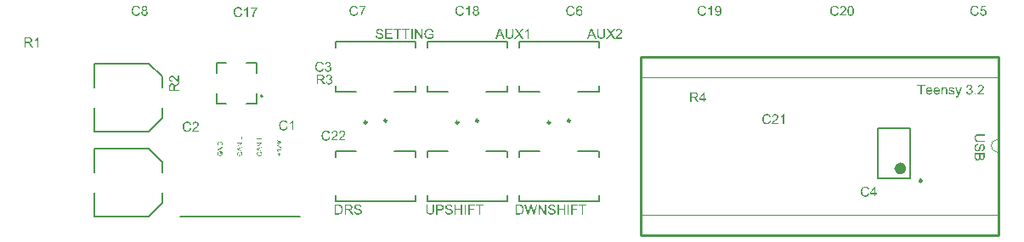
<source format=gbr>
%TF.GenerationSoftware,Altium Limited,Altium Designer,20.0.11 (256)*%
G04 Layer_Color=65535*
%FSLAX26Y26*%
%MOIN*%
%TF.FileFunction,Legend,Top*%
%TF.Part,Single*%
G01*
G75*
%TA.AperFunction,NonConductor*%
%ADD38C,0.009842*%
%ADD39C,0.007874*%
%ADD46C,0.000000*%
%ADD47C,0.023622*%
%ADD48C,-0.020000*%
%ADD49C,0.005000*%
%ADD50C,0.010000*%
G36*
X7060693Y1534337D02*
X7065872D01*
Y1530000D01*
X7060693D01*
Y1520796D01*
X7055982D01*
Y1530000D01*
X7039321D01*
Y1534337D01*
X7056856Y1559204D01*
X7060693D01*
Y1534337D01*
D02*
G37*
G36*
X7022411Y1559172D02*
X7022879Y1559141D01*
X7023440Y1559110D01*
X7024033Y1559079D01*
X7025281Y1558954D01*
X7026560Y1558767D01*
X7027184Y1558642D01*
X7027808Y1558486D01*
X7028370Y1558330D01*
X7028900Y1558143D01*
X7028932D01*
X7029025Y1558080D01*
X7029150Y1558018D01*
X7029337Y1557956D01*
X7029587Y1557831D01*
X7029836Y1557675D01*
X7030429Y1557300D01*
X7030772Y1557082D01*
X7031116Y1556801D01*
X7031490Y1556489D01*
X7031833Y1556177D01*
X7032176Y1555803D01*
X7032551Y1555397D01*
X7032863Y1554960D01*
X7033175Y1554492D01*
X7033206Y1554461D01*
X7033237Y1554368D01*
X7033331Y1554243D01*
X7033424Y1554024D01*
X7033549Y1553775D01*
X7033674Y1553494D01*
X7033830Y1553151D01*
X7033986Y1552776D01*
X7034142Y1552371D01*
X7034298Y1551934D01*
X7034548Y1550967D01*
X7034735Y1549875D01*
X7034766Y1549313D01*
X7034797Y1548720D01*
Y1548689D01*
Y1548533D01*
X7034766Y1548315D01*
Y1548034D01*
X7034704Y1547691D01*
X7034672Y1547285D01*
X7034579Y1546817D01*
X7034454Y1546318D01*
X7034329Y1545788D01*
X7034142Y1545257D01*
X7033924Y1544664D01*
X7033674Y1544103D01*
X7033362Y1543510D01*
X7033019Y1542917D01*
X7032613Y1542356D01*
X7032145Y1541825D01*
X7032114Y1541794D01*
X7032020Y1541700D01*
X7031864Y1541576D01*
X7031646Y1541388D01*
X7031365Y1541139D01*
X7031022Y1540889D01*
X7030616Y1540608D01*
X7030117Y1540328D01*
X7029587Y1540016D01*
X7028994Y1539735D01*
X7028308Y1539423D01*
X7027590Y1539142D01*
X7026779Y1538861D01*
X7025905Y1538643D01*
X7024969Y1538424D01*
X7023971Y1538268D01*
X7024002D01*
X7024064Y1538237D01*
X7024158Y1538175D01*
X7024314Y1538112D01*
X7024657Y1537894D01*
X7025125Y1537644D01*
X7025624Y1537364D01*
X7026124Y1537020D01*
X7026592Y1536677D01*
X7027028Y1536334D01*
X7027060Y1536303D01*
X7027122Y1536240D01*
X7027247Y1536116D01*
X7027403Y1535960D01*
X7027621Y1535772D01*
X7027840Y1535523D01*
X7028120Y1535242D01*
X7028401Y1534930D01*
X7028713Y1534587D01*
X7029056Y1534212D01*
X7029400Y1533776D01*
X7029743Y1533339D01*
X7030492Y1532340D01*
X7031240Y1531248D01*
X7037886Y1520796D01*
X7031552D01*
X7026467Y1528784D01*
X7026436Y1528815D01*
X7026373Y1528940D01*
X7026248Y1529127D01*
X7026092Y1529345D01*
X7025905Y1529626D01*
X7025687Y1529969D01*
X7025437Y1530344D01*
X7025188Y1530718D01*
X7024595Y1531592D01*
X7023971Y1532465D01*
X7023378Y1533308D01*
X7023066Y1533682D01*
X7022785Y1534056D01*
Y1534088D01*
X7022723Y1534150D01*
X7022660Y1534244D01*
X7022536Y1534368D01*
X7022286Y1534680D01*
X7021912Y1535055D01*
X7021537Y1535492D01*
X7021100Y1535928D01*
X7020632Y1536303D01*
X7020196Y1536615D01*
X7020133Y1536646D01*
X7020008Y1536740D01*
X7019790Y1536864D01*
X7019478Y1537020D01*
X7019135Y1537208D01*
X7018760Y1537395D01*
X7018355Y1537551D01*
X7017918Y1537676D01*
X7017887D01*
X7017762Y1537707D01*
X7017544Y1537738D01*
X7017232Y1537769D01*
X7016857Y1537800D01*
X7016358Y1537832D01*
X7015765Y1537863D01*
X7009213D01*
Y1520796D01*
X7004128D01*
Y1559204D01*
X7021974D01*
X7022411Y1559172D01*
D02*
G37*
G36*
X5577232Y1409812D02*
X5577638D01*
X5578137Y1409750D01*
X5578698Y1409687D01*
X5579322Y1409594D01*
X5580040Y1409469D01*
X5580789Y1409313D01*
X5581569Y1409126D01*
X5582349Y1408876D01*
X5583160Y1408595D01*
X5584002Y1408283D01*
X5584814Y1407878D01*
X5585594Y1407441D01*
X5586342Y1406910D01*
X5586374Y1406879D01*
X5586530Y1406786D01*
X5586717Y1406598D01*
X5586998Y1406380D01*
X5587310Y1406068D01*
X5587684Y1405694D01*
X5588058Y1405257D01*
X5588495Y1404789D01*
X5588963Y1404227D01*
X5589400Y1403603D01*
X5589868Y1402917D01*
X5590305Y1402199D01*
X5590742Y1401388D01*
X5591147Y1400546D01*
X5591522Y1399610D01*
X5591834Y1398642D01*
X5586842Y1397488D01*
Y1397550D01*
X5586779Y1397675D01*
X5586717Y1397894D01*
X5586592Y1398174D01*
X5586467Y1398518D01*
X5586280Y1398923D01*
X5586093Y1399360D01*
X5585843Y1399828D01*
X5585313Y1400826D01*
X5584626Y1401825D01*
X5584252Y1402293D01*
X5583846Y1402761D01*
X5583410Y1403198D01*
X5582942Y1403572D01*
X5582910Y1403603D01*
X5582817Y1403666D01*
X5582692Y1403759D01*
X5582474Y1403884D01*
X5582224Y1404009D01*
X5581943Y1404196D01*
X5581600Y1404352D01*
X5581194Y1404539D01*
X5580758Y1404726D01*
X5580290Y1404882D01*
X5579759Y1405070D01*
X5579198Y1405194D01*
X5578605Y1405319D01*
X5577950Y1405413D01*
X5577294Y1405475D01*
X5576577Y1405506D01*
X5576140D01*
X5575828Y1405475D01*
X5575454Y1405444D01*
X5575017Y1405382D01*
X5574518Y1405319D01*
X5573987Y1405257D01*
X5573426Y1405132D01*
X5572833Y1404976D01*
X5572209Y1404820D01*
X5571585Y1404602D01*
X5570961Y1404383D01*
X5570337Y1404071D01*
X5569744Y1403759D01*
X5569182Y1403385D01*
X5569151Y1403354D01*
X5569058Y1403291D01*
X5568902Y1403166D01*
X5568714Y1403010D01*
X5568465Y1402792D01*
X5568184Y1402511D01*
X5567872Y1402230D01*
X5567560Y1401887D01*
X5567217Y1401482D01*
X5566874Y1401045D01*
X5566499Y1400577D01*
X5566156Y1400078D01*
X5565844Y1399547D01*
X5565532Y1398954D01*
X5565251Y1398330D01*
X5565002Y1397675D01*
Y1397644D01*
X5564939Y1397519D01*
X5564908Y1397332D01*
X5564814Y1397051D01*
X5564721Y1396739D01*
X5564627Y1396334D01*
X5564534Y1395897D01*
X5564409Y1395398D01*
X5564284Y1394867D01*
X5564190Y1394306D01*
X5564097Y1393682D01*
X5564003Y1393058D01*
X5563878Y1391716D01*
X5563816Y1390312D01*
Y1390250D01*
Y1390094D01*
Y1389844D01*
X5563847Y1389501D01*
Y1389064D01*
X5563878Y1388565D01*
X5563941Y1388003D01*
X5564003Y1387410D01*
X5564066Y1386755D01*
X5564159Y1386069D01*
X5564409Y1384634D01*
X5564752Y1383167D01*
X5564970Y1382450D01*
X5565220Y1381732D01*
X5565251Y1381701D01*
X5565282Y1381576D01*
X5565376Y1381389D01*
X5565501Y1381139D01*
X5565657Y1380827D01*
X5565844Y1380484D01*
X5566062Y1380110D01*
X5566312Y1379673D01*
X5566593Y1379236D01*
X5566936Y1378799D01*
X5567310Y1378331D01*
X5567685Y1377894D01*
X5568122Y1377458D01*
X5568590Y1377021D01*
X5569120Y1376646D01*
X5569650Y1376272D01*
X5569682Y1376241D01*
X5569775Y1376210D01*
X5569962Y1376116D01*
X5570181Y1375991D01*
X5570462Y1375866D01*
X5570805Y1375710D01*
X5571179Y1375554D01*
X5571616Y1375398D01*
X5572084Y1375211D01*
X5572583Y1375055D01*
X5573114Y1374899D01*
X5573675Y1374774D01*
X5574268Y1374650D01*
X5574892Y1374556D01*
X5575516Y1374525D01*
X5576171Y1374494D01*
X5576358D01*
X5576577Y1374525D01*
X5576889D01*
X5577263Y1374556D01*
X5577669Y1374618D01*
X5578168Y1374712D01*
X5578667Y1374806D01*
X5579229Y1374930D01*
X5579822Y1375086D01*
X5580414Y1375274D01*
X5581007Y1375523D01*
X5581631Y1375804D01*
X5582224Y1376116D01*
X5582817Y1376490D01*
X5583378Y1376927D01*
X5583410Y1376958D01*
X5583503Y1377052D01*
X5583659Y1377177D01*
X5583846Y1377395D01*
X5584096Y1377645D01*
X5584377Y1377957D01*
X5584689Y1378331D01*
X5585001Y1378768D01*
X5585313Y1379267D01*
X5585656Y1379798D01*
X5585999Y1380390D01*
X5586342Y1381077D01*
X5586654Y1381763D01*
X5586935Y1382543D01*
X5587185Y1383386D01*
X5587403Y1384259D01*
X5592489Y1382980D01*
Y1382949D01*
X5592458Y1382918D01*
Y1382824D01*
X5592426Y1382699D01*
X5592302Y1382387D01*
X5592177Y1381950D01*
X5591990Y1381420D01*
X5591771Y1380827D01*
X5591490Y1380141D01*
X5591147Y1379423D01*
X5590804Y1378674D01*
X5590367Y1377894D01*
X5589899Y1377114D01*
X5589369Y1376303D01*
X5588776Y1375523D01*
X5588152Y1374774D01*
X5587466Y1374088D01*
X5586717Y1373433D01*
X5586654Y1373402D01*
X5586530Y1373308D01*
X5586280Y1373121D01*
X5585968Y1372934D01*
X5585562Y1372684D01*
X5585094Y1372403D01*
X5584533Y1372091D01*
X5583909Y1371810D01*
X5583191Y1371498D01*
X5582411Y1371186D01*
X5581569Y1370906D01*
X5580695Y1370656D01*
X5579728Y1370469D01*
X5578730Y1370313D01*
X5577669Y1370188D01*
X5576577Y1370157D01*
X5576296D01*
X5575984Y1370188D01*
X5575547D01*
X5575017Y1370219D01*
X5574424Y1370282D01*
X5573738Y1370375D01*
X5572989Y1370469D01*
X5572209Y1370594D01*
X5571398Y1370781D01*
X5570555Y1370968D01*
X5569713Y1371218D01*
X5568870Y1371498D01*
X5568059Y1371842D01*
X5567248Y1372216D01*
X5566499Y1372653D01*
X5566468Y1372684D01*
X5566343Y1372778D01*
X5566125Y1372934D01*
X5565875Y1373121D01*
X5565532Y1373402D01*
X5565158Y1373714D01*
X5564752Y1374088D01*
X5564315Y1374525D01*
X5563847Y1374993D01*
X5563348Y1375554D01*
X5562880Y1376147D01*
X5562381Y1376802D01*
X5561913Y1377520D01*
X5561445Y1378300D01*
X5561008Y1379111D01*
X5560602Y1379985D01*
X5560571Y1380047D01*
X5560509Y1380203D01*
X5560415Y1380453D01*
X5560290Y1380827D01*
X5560134Y1381264D01*
X5559947Y1381794D01*
X5559791Y1382387D01*
X5559604Y1383074D01*
X5559386Y1383822D01*
X5559230Y1384602D01*
X5559042Y1385476D01*
X5558886Y1386350D01*
X5558762Y1387286D01*
X5558668Y1388253D01*
X5558606Y1389251D01*
X5558574Y1390281D01*
Y1390312D01*
Y1390343D01*
Y1390437D01*
Y1390562D01*
X5558606Y1390874D01*
Y1391279D01*
X5558637Y1391810D01*
X5558699Y1392402D01*
X5558762Y1393089D01*
X5558855Y1393838D01*
X5558980Y1394618D01*
X5559136Y1395460D01*
X5559323Y1396334D01*
X5559542Y1397207D01*
X5559791Y1398112D01*
X5560103Y1399017D01*
X5560446Y1399890D01*
X5560852Y1400733D01*
X5560883Y1400795D01*
X5560946Y1400920D01*
X5561102Y1401170D01*
X5561289Y1401482D01*
X5561507Y1401825D01*
X5561788Y1402262D01*
X5562131Y1402730D01*
X5562506Y1403260D01*
X5562942Y1403790D01*
X5563442Y1404352D01*
X5563972Y1404914D01*
X5564565Y1405475D01*
X5565189Y1406037D01*
X5565844Y1406536D01*
X5566562Y1407035D01*
X5567342Y1407503D01*
X5567404Y1407534D01*
X5567529Y1407597D01*
X5567778Y1407722D01*
X5568090Y1407878D01*
X5568496Y1408034D01*
X5568964Y1408252D01*
X5569494Y1408470D01*
X5570087Y1408689D01*
X5570774Y1408907D01*
X5571491Y1409094D01*
X5572240Y1409313D01*
X5573082Y1409469D01*
X5573925Y1409625D01*
X5574798Y1409750D01*
X5575734Y1409812D01*
X5576670Y1409843D01*
X5576920D01*
X5577232Y1409812D01*
D02*
G37*
G36*
X5639913Y1409344D02*
X5640287Y1409313D01*
X5640755Y1409282D01*
X5641286Y1409219D01*
X5641910Y1409126D01*
X5642534Y1409001D01*
X5643220Y1408814D01*
X5643938Y1408626D01*
X5644655Y1408377D01*
X5645404Y1408065D01*
X5646122Y1407722D01*
X5646808Y1407316D01*
X5647494Y1406817D01*
X5648118Y1406286D01*
X5648150Y1406255D01*
X5648274Y1406162D01*
X5648430Y1405974D01*
X5648618Y1405725D01*
X5648867Y1405444D01*
X5649148Y1405070D01*
X5649429Y1404664D01*
X5649741Y1404196D01*
X5650053Y1403666D01*
X5650334Y1403104D01*
X5650614Y1402480D01*
X5650864Y1401794D01*
X5651051Y1401076D01*
X5651238Y1400327D01*
X5651332Y1399547D01*
X5651363Y1398705D01*
Y1398674D01*
Y1398611D01*
Y1398486D01*
Y1398299D01*
X5651332Y1398112D01*
X5651301Y1397862D01*
X5651270Y1397582D01*
X5651238Y1397270D01*
X5651114Y1396583D01*
X5650958Y1395803D01*
X5650708Y1394992D01*
X5650396Y1394150D01*
Y1394118D01*
X5650365Y1394056D01*
X5650302Y1393931D01*
X5650209Y1393775D01*
X5650115Y1393557D01*
X5649990Y1393307D01*
X5649834Y1393058D01*
X5649647Y1392746D01*
X5649210Y1392028D01*
X5648680Y1391248D01*
X5648025Y1390374D01*
X5647276Y1389470D01*
X5647245Y1389438D01*
X5647182Y1389345D01*
X5647058Y1389220D01*
X5646870Y1389033D01*
X5646621Y1388752D01*
X5646309Y1388471D01*
X5645966Y1388097D01*
X5645560Y1387691D01*
X5645092Y1387254D01*
X5644562Y1386724D01*
X5643969Y1386194D01*
X5643314Y1385570D01*
X5642596Y1384914D01*
X5641816Y1384228D01*
X5640942Y1383479D01*
X5640038Y1382699D01*
X5639975Y1382668D01*
X5639850Y1382543D01*
X5639632Y1382356D01*
X5639351Y1382138D01*
X5639008Y1381826D01*
X5638634Y1381514D01*
X5638197Y1381139D01*
X5637760Y1380765D01*
X5636855Y1379954D01*
X5635950Y1379174D01*
X5635545Y1378799D01*
X5635170Y1378425D01*
X5634827Y1378144D01*
X5634578Y1377863D01*
X5634515Y1377801D01*
X5634390Y1377645D01*
X5634172Y1377395D01*
X5633891Y1377083D01*
X5633579Y1376709D01*
X5633236Y1376272D01*
X5632924Y1375804D01*
X5632612Y1375336D01*
X5651426D01*
Y1370812D01*
X5626060D01*
Y1370843D01*
Y1370874D01*
Y1370968D01*
Y1371093D01*
Y1371436D01*
X5626091Y1371842D01*
X5626154Y1372341D01*
X5626247Y1372902D01*
X5626403Y1373464D01*
X5626590Y1374057D01*
Y1374088D01*
X5626622Y1374182D01*
X5626684Y1374306D01*
X5626778Y1374494D01*
X5626871Y1374743D01*
X5626996Y1375024D01*
X5627152Y1375336D01*
X5627339Y1375679D01*
X5627776Y1376459D01*
X5628306Y1377333D01*
X5628930Y1378238D01*
X5629679Y1379174D01*
X5629710Y1379205D01*
X5629773Y1379298D01*
X5629898Y1379423D01*
X5630085Y1379610D01*
X5630303Y1379860D01*
X5630584Y1380141D01*
X5630896Y1380453D01*
X5631270Y1380827D01*
X5631676Y1381233D01*
X5632144Y1381701D01*
X5632643Y1382169D01*
X5633205Y1382668D01*
X5633798Y1383230D01*
X5634422Y1383791D01*
X5635139Y1384353D01*
X5635857Y1384977D01*
X5635888Y1385008D01*
X5635919Y1385039D01*
X5636013Y1385102D01*
X5636138Y1385195D01*
X5636450Y1385476D01*
X5636855Y1385819D01*
X5637386Y1386256D01*
X5637947Y1386786D01*
X5638571Y1387348D01*
X5639258Y1387941D01*
X5639944Y1388596D01*
X5640662Y1389251D01*
X5641379Y1389938D01*
X5642066Y1390624D01*
X5642721Y1391279D01*
X5643314Y1391934D01*
X5643844Y1392558D01*
X5644312Y1393151D01*
X5644343Y1393182D01*
X5644406Y1393276D01*
X5644530Y1393432D01*
X5644655Y1393650D01*
X5644811Y1393931D01*
X5644998Y1394243D01*
X5645217Y1394586D01*
X5645435Y1394992D01*
X5645841Y1395834D01*
X5646184Y1396802D01*
X5646309Y1397301D01*
X5646434Y1397800D01*
X5646496Y1398299D01*
X5646527Y1398798D01*
Y1398830D01*
Y1398923D01*
Y1399079D01*
X5646496Y1399266D01*
X5646465Y1399516D01*
X5646434Y1399797D01*
X5646371Y1400109D01*
X5646278Y1400452D01*
X5646028Y1401201D01*
X5645872Y1401575D01*
X5645685Y1401981D01*
X5645435Y1402386D01*
X5645154Y1402792D01*
X5644842Y1403166D01*
X5644499Y1403541D01*
X5644468Y1403572D01*
X5644406Y1403634D01*
X5644281Y1403728D01*
X5644125Y1403853D01*
X5643938Y1403978D01*
X5643688Y1404165D01*
X5643407Y1404321D01*
X5643095Y1404508D01*
X5642752Y1404695D01*
X5642346Y1404851D01*
X5641910Y1405038D01*
X5641473Y1405163D01*
X5640974Y1405288D01*
X5640443Y1405382D01*
X5639882Y1405444D01*
X5639289Y1405475D01*
X5638977D01*
X5638727Y1405444D01*
X5638446Y1405413D01*
X5638103Y1405382D01*
X5637729Y1405319D01*
X5637323Y1405226D01*
X5636450Y1404976D01*
X5636013Y1404820D01*
X5635545Y1404602D01*
X5635108Y1404383D01*
X5634671Y1404102D01*
X5634234Y1403790D01*
X5633829Y1403416D01*
X5633798Y1403385D01*
X5633735Y1403322D01*
X5633642Y1403198D01*
X5633517Y1403042D01*
X5633361Y1402823D01*
X5633174Y1402574D01*
X5633018Y1402293D01*
X5632830Y1401950D01*
X5632612Y1401544D01*
X5632456Y1401138D01*
X5632269Y1400670D01*
X5632113Y1400171D01*
X5631988Y1399610D01*
X5631894Y1399048D01*
X5631832Y1398424D01*
X5631801Y1397769D01*
X5626965Y1398268D01*
Y1398299D01*
Y1398330D01*
X5626996Y1398518D01*
X5627027Y1398798D01*
X5627090Y1399142D01*
X5627183Y1399610D01*
X5627277Y1400140D01*
X5627433Y1400702D01*
X5627620Y1401326D01*
X5627807Y1401981D01*
X5628088Y1402667D01*
X5628369Y1403322D01*
X5628743Y1404009D01*
X5629118Y1404695D01*
X5629586Y1405350D01*
X5630116Y1405943D01*
X5630678Y1406505D01*
X5630709Y1406536D01*
X5630834Y1406630D01*
X5631021Y1406786D01*
X5631270Y1406942D01*
X5631582Y1407160D01*
X5631988Y1407410D01*
X5632456Y1407659D01*
X5632986Y1407940D01*
X5633579Y1408221D01*
X5634234Y1408470D01*
X5634952Y1408720D01*
X5635732Y1408938D01*
X5636543Y1409126D01*
X5637448Y1409250D01*
X5638384Y1409344D01*
X5639382Y1409375D01*
X5639632D01*
X5639913Y1409344D01*
D02*
G37*
G36*
X5610086D02*
X5610460Y1409313D01*
X5610928Y1409282D01*
X5611458Y1409219D01*
X5612082Y1409126D01*
X5612706Y1409001D01*
X5613393Y1408814D01*
X5614110Y1408626D01*
X5614828Y1408377D01*
X5615577Y1408065D01*
X5616294Y1407722D01*
X5616981Y1407316D01*
X5617667Y1406817D01*
X5618291Y1406286D01*
X5618322Y1406255D01*
X5618447Y1406162D01*
X5618603Y1405974D01*
X5618790Y1405725D01*
X5619040Y1405444D01*
X5619321Y1405070D01*
X5619602Y1404664D01*
X5619914Y1404196D01*
X5620226Y1403666D01*
X5620506Y1403104D01*
X5620787Y1402480D01*
X5621037Y1401794D01*
X5621224Y1401076D01*
X5621411Y1400327D01*
X5621505Y1399547D01*
X5621536Y1398705D01*
Y1398674D01*
Y1398611D01*
Y1398486D01*
Y1398299D01*
X5621505Y1398112D01*
X5621474Y1397862D01*
X5621442Y1397582D01*
X5621411Y1397270D01*
X5621286Y1396583D01*
X5621130Y1395803D01*
X5620881Y1394992D01*
X5620569Y1394150D01*
Y1394118D01*
X5620538Y1394056D01*
X5620475Y1393931D01*
X5620382Y1393775D01*
X5620288Y1393557D01*
X5620163Y1393307D01*
X5620007Y1393058D01*
X5619820Y1392746D01*
X5619383Y1392028D01*
X5618853Y1391248D01*
X5618198Y1390374D01*
X5617449Y1389470D01*
X5617418Y1389438D01*
X5617355Y1389345D01*
X5617230Y1389220D01*
X5617043Y1389033D01*
X5616794Y1388752D01*
X5616482Y1388471D01*
X5616138Y1388097D01*
X5615733Y1387691D01*
X5615265Y1387254D01*
X5614734Y1386724D01*
X5614142Y1386194D01*
X5613486Y1385570D01*
X5612769Y1384914D01*
X5611989Y1384228D01*
X5611115Y1383479D01*
X5610210Y1382699D01*
X5610148Y1382668D01*
X5610023Y1382543D01*
X5609805Y1382356D01*
X5609524Y1382138D01*
X5609181Y1381826D01*
X5608806Y1381514D01*
X5608370Y1381139D01*
X5607933Y1380765D01*
X5607028Y1379954D01*
X5606123Y1379174D01*
X5605718Y1378799D01*
X5605343Y1378425D01*
X5605000Y1378144D01*
X5604750Y1377863D01*
X5604688Y1377801D01*
X5604563Y1377645D01*
X5604345Y1377395D01*
X5604064Y1377083D01*
X5603752Y1376709D01*
X5603409Y1376272D01*
X5603097Y1375804D01*
X5602785Y1375336D01*
X5621598D01*
Y1370812D01*
X5596233D01*
Y1370843D01*
Y1370874D01*
Y1370968D01*
Y1371093D01*
Y1371436D01*
X5596264Y1371842D01*
X5596326Y1372341D01*
X5596420Y1372902D01*
X5596576Y1373464D01*
X5596763Y1374057D01*
Y1374088D01*
X5596794Y1374182D01*
X5596857Y1374306D01*
X5596950Y1374494D01*
X5597044Y1374743D01*
X5597169Y1375024D01*
X5597325Y1375336D01*
X5597512Y1375679D01*
X5597949Y1376459D01*
X5598479Y1377333D01*
X5599103Y1378238D01*
X5599852Y1379174D01*
X5599883Y1379205D01*
X5599946Y1379298D01*
X5600070Y1379423D01*
X5600258Y1379610D01*
X5600476Y1379860D01*
X5600757Y1380141D01*
X5601069Y1380453D01*
X5601443Y1380827D01*
X5601849Y1381233D01*
X5602317Y1381701D01*
X5602816Y1382169D01*
X5603378Y1382668D01*
X5603970Y1383230D01*
X5604594Y1383791D01*
X5605312Y1384353D01*
X5606030Y1384977D01*
X5606061Y1385008D01*
X5606092Y1385039D01*
X5606186Y1385102D01*
X5606310Y1385195D01*
X5606622Y1385476D01*
X5607028Y1385819D01*
X5607558Y1386256D01*
X5608120Y1386786D01*
X5608744Y1387348D01*
X5609430Y1387941D01*
X5610117Y1388596D01*
X5610834Y1389251D01*
X5611552Y1389938D01*
X5612238Y1390624D01*
X5612894Y1391279D01*
X5613486Y1391934D01*
X5614017Y1392558D01*
X5614485Y1393151D01*
X5614516Y1393182D01*
X5614578Y1393276D01*
X5614703Y1393432D01*
X5614828Y1393650D01*
X5614984Y1393931D01*
X5615171Y1394243D01*
X5615390Y1394586D01*
X5615608Y1394992D01*
X5616014Y1395834D01*
X5616357Y1396802D01*
X5616482Y1397301D01*
X5616606Y1397800D01*
X5616669Y1398299D01*
X5616700Y1398798D01*
Y1398830D01*
Y1398923D01*
Y1399079D01*
X5616669Y1399266D01*
X5616638Y1399516D01*
X5616606Y1399797D01*
X5616544Y1400109D01*
X5616450Y1400452D01*
X5616201Y1401201D01*
X5616045Y1401575D01*
X5615858Y1401981D01*
X5615608Y1402386D01*
X5615327Y1402792D01*
X5615015Y1403166D01*
X5614672Y1403541D01*
X5614641Y1403572D01*
X5614578Y1403634D01*
X5614454Y1403728D01*
X5614298Y1403853D01*
X5614110Y1403978D01*
X5613861Y1404165D01*
X5613580Y1404321D01*
X5613268Y1404508D01*
X5612925Y1404695D01*
X5612519Y1404851D01*
X5612082Y1405038D01*
X5611646Y1405163D01*
X5611146Y1405288D01*
X5610616Y1405382D01*
X5610054Y1405444D01*
X5609462Y1405475D01*
X5609150D01*
X5608900Y1405444D01*
X5608619Y1405413D01*
X5608276Y1405382D01*
X5607902Y1405319D01*
X5607496Y1405226D01*
X5606622Y1404976D01*
X5606186Y1404820D01*
X5605718Y1404602D01*
X5605281Y1404383D01*
X5604844Y1404102D01*
X5604407Y1403790D01*
X5604002Y1403416D01*
X5603970Y1403385D01*
X5603908Y1403322D01*
X5603814Y1403198D01*
X5603690Y1403042D01*
X5603534Y1402823D01*
X5603346Y1402574D01*
X5603190Y1402293D01*
X5603003Y1401950D01*
X5602785Y1401544D01*
X5602629Y1401138D01*
X5602442Y1400670D01*
X5602286Y1400171D01*
X5602161Y1399610D01*
X5602067Y1399048D01*
X5602005Y1398424D01*
X5601974Y1397769D01*
X5597138Y1398268D01*
Y1398299D01*
Y1398330D01*
X5597169Y1398518D01*
X5597200Y1398798D01*
X5597262Y1399142D01*
X5597356Y1399610D01*
X5597450Y1400140D01*
X5597606Y1400702D01*
X5597793Y1401326D01*
X5597980Y1401981D01*
X5598261Y1402667D01*
X5598542Y1403322D01*
X5598916Y1404009D01*
X5599290Y1404695D01*
X5599758Y1405350D01*
X5600289Y1405943D01*
X5600850Y1406505D01*
X5600882Y1406536D01*
X5601006Y1406630D01*
X5601194Y1406786D01*
X5601443Y1406942D01*
X5601755Y1407160D01*
X5602161Y1407410D01*
X5602629Y1407659D01*
X5603159Y1407940D01*
X5603752Y1408221D01*
X5604407Y1408470D01*
X5605125Y1408720D01*
X5605905Y1408938D01*
X5606716Y1409126D01*
X5607621Y1409250D01*
X5608557Y1409344D01*
X5609555Y1409375D01*
X5609805D01*
X5610086Y1409344D01*
D02*
G37*
G36*
X7305742Y1474812D02*
X7306148D01*
X7306647Y1474750D01*
X7307208Y1474687D01*
X7307832Y1474594D01*
X7308550Y1474469D01*
X7309299Y1474313D01*
X7310079Y1474126D01*
X7310859Y1473876D01*
X7311670Y1473595D01*
X7312512Y1473283D01*
X7313324Y1472878D01*
X7314104Y1472441D01*
X7314852Y1471910D01*
X7314884Y1471879D01*
X7315040Y1471786D01*
X7315227Y1471598D01*
X7315508Y1471380D01*
X7315820Y1471068D01*
X7316194Y1470694D01*
X7316568Y1470257D01*
X7317005Y1469789D01*
X7317473Y1469227D01*
X7317910Y1468603D01*
X7318378Y1467917D01*
X7318815Y1467199D01*
X7319252Y1466388D01*
X7319657Y1465546D01*
X7320032Y1464610D01*
X7320344Y1463642D01*
X7315352Y1462488D01*
Y1462550D01*
X7315289Y1462675D01*
X7315227Y1462894D01*
X7315102Y1463174D01*
X7314977Y1463518D01*
X7314790Y1463923D01*
X7314603Y1464360D01*
X7314353Y1464828D01*
X7313823Y1465826D01*
X7313136Y1466825D01*
X7312762Y1467293D01*
X7312356Y1467761D01*
X7311920Y1468198D01*
X7311452Y1468572D01*
X7311420Y1468603D01*
X7311327Y1468666D01*
X7311202Y1468759D01*
X7310984Y1468884D01*
X7310734Y1469009D01*
X7310453Y1469196D01*
X7310110Y1469352D01*
X7309704Y1469539D01*
X7309268Y1469726D01*
X7308800Y1469882D01*
X7308269Y1470070D01*
X7307708Y1470194D01*
X7307115Y1470319D01*
X7306460Y1470413D01*
X7305804Y1470475D01*
X7305087Y1470506D01*
X7304650D01*
X7304338Y1470475D01*
X7303964Y1470444D01*
X7303527Y1470382D01*
X7303028Y1470319D01*
X7302497Y1470257D01*
X7301936Y1470132D01*
X7301343Y1469976D01*
X7300719Y1469820D01*
X7300095Y1469602D01*
X7299471Y1469383D01*
X7298847Y1469071D01*
X7298254Y1468759D01*
X7297692Y1468385D01*
X7297661Y1468354D01*
X7297568Y1468291D01*
X7297412Y1468166D01*
X7297224Y1468010D01*
X7296975Y1467792D01*
X7296694Y1467511D01*
X7296382Y1467230D01*
X7296070Y1466887D01*
X7295727Y1466482D01*
X7295384Y1466045D01*
X7295009Y1465577D01*
X7294666Y1465078D01*
X7294354Y1464547D01*
X7294042Y1463954D01*
X7293761Y1463330D01*
X7293512Y1462675D01*
Y1462644D01*
X7293449Y1462519D01*
X7293418Y1462332D01*
X7293324Y1462051D01*
X7293231Y1461739D01*
X7293137Y1461334D01*
X7293044Y1460897D01*
X7292919Y1460398D01*
X7292794Y1459867D01*
X7292700Y1459306D01*
X7292607Y1458682D01*
X7292513Y1458058D01*
X7292388Y1456716D01*
X7292326Y1455312D01*
Y1455250D01*
Y1455094D01*
Y1454844D01*
X7292357Y1454501D01*
Y1454064D01*
X7292388Y1453565D01*
X7292451Y1453003D01*
X7292513Y1452410D01*
X7292576Y1451755D01*
X7292669Y1451069D01*
X7292919Y1449634D01*
X7293262Y1448167D01*
X7293480Y1447450D01*
X7293730Y1446732D01*
X7293761Y1446701D01*
X7293792Y1446576D01*
X7293886Y1446389D01*
X7294011Y1446139D01*
X7294167Y1445827D01*
X7294354Y1445484D01*
X7294572Y1445110D01*
X7294822Y1444673D01*
X7295103Y1444236D01*
X7295446Y1443799D01*
X7295820Y1443331D01*
X7296195Y1442894D01*
X7296632Y1442458D01*
X7297100Y1442021D01*
X7297630Y1441646D01*
X7298160Y1441272D01*
X7298192Y1441241D01*
X7298285Y1441210D01*
X7298472Y1441116D01*
X7298691Y1440991D01*
X7298972Y1440866D01*
X7299315Y1440710D01*
X7299689Y1440554D01*
X7300126Y1440398D01*
X7300594Y1440211D01*
X7301093Y1440055D01*
X7301624Y1439899D01*
X7302185Y1439774D01*
X7302778Y1439650D01*
X7303402Y1439556D01*
X7304026Y1439525D01*
X7304681Y1439494D01*
X7304868D01*
X7305087Y1439525D01*
X7305399D01*
X7305773Y1439556D01*
X7306179Y1439618D01*
X7306678Y1439712D01*
X7307177Y1439806D01*
X7307739Y1439930D01*
X7308332Y1440086D01*
X7308924Y1440274D01*
X7309517Y1440523D01*
X7310141Y1440804D01*
X7310734Y1441116D01*
X7311327Y1441490D01*
X7311888Y1441927D01*
X7311920Y1441958D01*
X7312013Y1442052D01*
X7312169Y1442177D01*
X7312356Y1442395D01*
X7312606Y1442645D01*
X7312887Y1442957D01*
X7313199Y1443331D01*
X7313511Y1443768D01*
X7313823Y1444267D01*
X7314166Y1444798D01*
X7314509Y1445390D01*
X7314852Y1446077D01*
X7315164Y1446763D01*
X7315445Y1447543D01*
X7315695Y1448386D01*
X7315913Y1449259D01*
X7320999Y1447980D01*
Y1447949D01*
X7320968Y1447918D01*
Y1447824D01*
X7320936Y1447699D01*
X7320812Y1447387D01*
X7320687Y1446950D01*
X7320500Y1446420D01*
X7320281Y1445827D01*
X7320000Y1445141D01*
X7319657Y1444423D01*
X7319314Y1443674D01*
X7318877Y1442894D01*
X7318409Y1442114D01*
X7317879Y1441303D01*
X7317286Y1440523D01*
X7316662Y1439774D01*
X7315976Y1439088D01*
X7315227Y1438433D01*
X7315164Y1438402D01*
X7315040Y1438308D01*
X7314790Y1438121D01*
X7314478Y1437934D01*
X7314072Y1437684D01*
X7313604Y1437403D01*
X7313043Y1437091D01*
X7312419Y1436810D01*
X7311701Y1436498D01*
X7310921Y1436186D01*
X7310079Y1435906D01*
X7309205Y1435656D01*
X7308238Y1435469D01*
X7307240Y1435313D01*
X7306179Y1435188D01*
X7305087Y1435157D01*
X7304806D01*
X7304494Y1435188D01*
X7304057D01*
X7303527Y1435219D01*
X7302934Y1435282D01*
X7302248Y1435375D01*
X7301499Y1435469D01*
X7300719Y1435594D01*
X7299908Y1435781D01*
X7299065Y1435968D01*
X7298223Y1436218D01*
X7297380Y1436498D01*
X7296569Y1436842D01*
X7295758Y1437216D01*
X7295009Y1437653D01*
X7294978Y1437684D01*
X7294853Y1437778D01*
X7294635Y1437934D01*
X7294385Y1438121D01*
X7294042Y1438402D01*
X7293668Y1438714D01*
X7293262Y1439088D01*
X7292825Y1439525D01*
X7292357Y1439993D01*
X7291858Y1440554D01*
X7291390Y1441147D01*
X7290891Y1441802D01*
X7290423Y1442520D01*
X7289955Y1443300D01*
X7289518Y1444111D01*
X7289112Y1444985D01*
X7289081Y1445047D01*
X7289019Y1445203D01*
X7288925Y1445453D01*
X7288800Y1445827D01*
X7288644Y1446264D01*
X7288457Y1446794D01*
X7288301Y1447387D01*
X7288114Y1448074D01*
X7287896Y1448822D01*
X7287740Y1449602D01*
X7287552Y1450476D01*
X7287396Y1451350D01*
X7287272Y1452286D01*
X7287178Y1453253D01*
X7287116Y1454251D01*
X7287084Y1455281D01*
Y1455312D01*
Y1455343D01*
Y1455437D01*
Y1455562D01*
X7287116Y1455874D01*
Y1456279D01*
X7287147Y1456810D01*
X7287209Y1457402D01*
X7287272Y1458089D01*
X7287365Y1458838D01*
X7287490Y1459618D01*
X7287646Y1460460D01*
X7287833Y1461334D01*
X7288052Y1462207D01*
X7288301Y1463112D01*
X7288613Y1464017D01*
X7288956Y1464890D01*
X7289362Y1465733D01*
X7289393Y1465795D01*
X7289456Y1465920D01*
X7289612Y1466170D01*
X7289799Y1466482D01*
X7290017Y1466825D01*
X7290298Y1467262D01*
X7290641Y1467730D01*
X7291016Y1468260D01*
X7291452Y1468790D01*
X7291952Y1469352D01*
X7292482Y1469914D01*
X7293075Y1470475D01*
X7293699Y1471037D01*
X7294354Y1471536D01*
X7295072Y1472035D01*
X7295852Y1472503D01*
X7295914Y1472534D01*
X7296039Y1472597D01*
X7296288Y1472722D01*
X7296600Y1472878D01*
X7297006Y1473034D01*
X7297474Y1473252D01*
X7298004Y1473470D01*
X7298597Y1473689D01*
X7299284Y1473907D01*
X7300001Y1474094D01*
X7300750Y1474313D01*
X7301592Y1474469D01*
X7302435Y1474625D01*
X7303308Y1474750D01*
X7304244Y1474812D01*
X7305180Y1474843D01*
X7305430D01*
X7305742Y1474812D01*
D02*
G37*
G36*
X7372916Y1435812D02*
X7368204D01*
Y1465858D01*
X7368173Y1465826D01*
X7368111Y1465795D01*
X7368017Y1465702D01*
X7367892Y1465577D01*
X7367736Y1465421D01*
X7367518Y1465265D01*
X7367268Y1465046D01*
X7366988Y1464828D01*
X7366707Y1464610D01*
X7366364Y1464360D01*
X7365584Y1463798D01*
X7364710Y1463206D01*
X7363712Y1462582D01*
X7363680Y1462550D01*
X7363587Y1462519D01*
X7363431Y1462426D01*
X7363244Y1462332D01*
X7362994Y1462176D01*
X7362713Y1462020D01*
X7362401Y1461864D01*
X7362058Y1461677D01*
X7361309Y1461271D01*
X7360467Y1460866D01*
X7359624Y1460491D01*
X7358782Y1460148D01*
Y1464734D01*
X7358813Y1464766D01*
X7358969Y1464828D01*
X7359156Y1464922D01*
X7359437Y1465078D01*
X7359780Y1465234D01*
X7360186Y1465452D01*
X7360623Y1465702D01*
X7361122Y1465982D01*
X7361652Y1466294D01*
X7362183Y1466638D01*
X7363337Y1467418D01*
X7364523Y1468260D01*
X7365677Y1469227D01*
X7365708Y1469258D01*
X7365802Y1469352D01*
X7365958Y1469477D01*
X7366145Y1469695D01*
X7366395Y1469914D01*
X7366676Y1470194D01*
X7366988Y1470506D01*
X7367300Y1470881D01*
X7367986Y1471661D01*
X7368704Y1472534D01*
X7369328Y1473439D01*
X7369608Y1473907D01*
X7369858Y1474375D01*
X7372916D01*
Y1435812D01*
D02*
G37*
G36*
X7338596Y1474344D02*
X7338970Y1474313D01*
X7339438Y1474282D01*
X7339968Y1474219D01*
X7340592Y1474126D01*
X7341216Y1474001D01*
X7341903Y1473814D01*
X7342620Y1473626D01*
X7343338Y1473377D01*
X7344087Y1473065D01*
X7344804Y1472722D01*
X7345491Y1472316D01*
X7346177Y1471817D01*
X7346801Y1471286D01*
X7346832Y1471255D01*
X7346957Y1471162D01*
X7347113Y1470974D01*
X7347300Y1470725D01*
X7347550Y1470444D01*
X7347831Y1470070D01*
X7348112Y1469664D01*
X7348424Y1469196D01*
X7348736Y1468666D01*
X7349016Y1468104D01*
X7349297Y1467480D01*
X7349547Y1466794D01*
X7349734Y1466076D01*
X7349921Y1465327D01*
X7350015Y1464547D01*
X7350046Y1463705D01*
Y1463674D01*
Y1463611D01*
Y1463486D01*
Y1463299D01*
X7350015Y1463112D01*
X7349984Y1462862D01*
X7349952Y1462582D01*
X7349921Y1462270D01*
X7349796Y1461583D01*
X7349640Y1460803D01*
X7349391Y1459992D01*
X7349079Y1459150D01*
Y1459118D01*
X7349048Y1459056D01*
X7348985Y1458931D01*
X7348892Y1458775D01*
X7348798Y1458557D01*
X7348673Y1458307D01*
X7348517Y1458058D01*
X7348330Y1457746D01*
X7347893Y1457028D01*
X7347363Y1456248D01*
X7346708Y1455374D01*
X7345959Y1454470D01*
X7345928Y1454438D01*
X7345865Y1454345D01*
X7345740Y1454220D01*
X7345553Y1454033D01*
X7345304Y1453752D01*
X7344992Y1453471D01*
X7344648Y1453097D01*
X7344243Y1452691D01*
X7343775Y1452254D01*
X7343244Y1451724D01*
X7342652Y1451194D01*
X7341996Y1450570D01*
X7341279Y1449914D01*
X7340499Y1449228D01*
X7339625Y1448479D01*
X7338720Y1447699D01*
X7338658Y1447668D01*
X7338533Y1447543D01*
X7338315Y1447356D01*
X7338034Y1447138D01*
X7337691Y1446826D01*
X7337316Y1446514D01*
X7336880Y1446139D01*
X7336443Y1445765D01*
X7335538Y1444954D01*
X7334633Y1444174D01*
X7334228Y1443799D01*
X7333853Y1443425D01*
X7333510Y1443144D01*
X7333260Y1442863D01*
X7333198Y1442801D01*
X7333073Y1442645D01*
X7332855Y1442395D01*
X7332574Y1442083D01*
X7332262Y1441709D01*
X7331919Y1441272D01*
X7331607Y1440804D01*
X7331295Y1440336D01*
X7350108D01*
Y1435812D01*
X7324743D01*
Y1435843D01*
Y1435874D01*
Y1435968D01*
Y1436093D01*
Y1436436D01*
X7324774Y1436842D01*
X7324836Y1437341D01*
X7324930Y1437902D01*
X7325086Y1438464D01*
X7325273Y1439057D01*
Y1439088D01*
X7325304Y1439182D01*
X7325367Y1439306D01*
X7325460Y1439494D01*
X7325554Y1439743D01*
X7325679Y1440024D01*
X7325835Y1440336D01*
X7326022Y1440679D01*
X7326459Y1441459D01*
X7326989Y1442333D01*
X7327613Y1443238D01*
X7328362Y1444174D01*
X7328393Y1444205D01*
X7328456Y1444298D01*
X7328580Y1444423D01*
X7328768Y1444610D01*
X7328986Y1444860D01*
X7329267Y1445141D01*
X7329579Y1445453D01*
X7329953Y1445827D01*
X7330359Y1446233D01*
X7330827Y1446701D01*
X7331326Y1447169D01*
X7331888Y1447668D01*
X7332480Y1448230D01*
X7333104Y1448791D01*
X7333822Y1449353D01*
X7334540Y1449977D01*
X7334571Y1450008D01*
X7334602Y1450039D01*
X7334696Y1450102D01*
X7334820Y1450195D01*
X7335132Y1450476D01*
X7335538Y1450819D01*
X7336068Y1451256D01*
X7336630Y1451786D01*
X7337254Y1452348D01*
X7337940Y1452941D01*
X7338627Y1453596D01*
X7339344Y1454251D01*
X7340062Y1454938D01*
X7340748Y1455624D01*
X7341404Y1456279D01*
X7341996Y1456934D01*
X7342527Y1457558D01*
X7342995Y1458151D01*
X7343026Y1458182D01*
X7343088Y1458276D01*
X7343213Y1458432D01*
X7343338Y1458650D01*
X7343494Y1458931D01*
X7343681Y1459243D01*
X7343900Y1459586D01*
X7344118Y1459992D01*
X7344524Y1460834D01*
X7344867Y1461802D01*
X7344992Y1462301D01*
X7345116Y1462800D01*
X7345179Y1463299D01*
X7345210Y1463798D01*
Y1463830D01*
Y1463923D01*
Y1464079D01*
X7345179Y1464266D01*
X7345148Y1464516D01*
X7345116Y1464797D01*
X7345054Y1465109D01*
X7344960Y1465452D01*
X7344711Y1466201D01*
X7344555Y1466575D01*
X7344368Y1466981D01*
X7344118Y1467386D01*
X7343837Y1467792D01*
X7343525Y1468166D01*
X7343182Y1468541D01*
X7343151Y1468572D01*
X7343088Y1468634D01*
X7342964Y1468728D01*
X7342808Y1468853D01*
X7342620Y1468978D01*
X7342371Y1469165D01*
X7342090Y1469321D01*
X7341778Y1469508D01*
X7341435Y1469695D01*
X7341029Y1469851D01*
X7340592Y1470038D01*
X7340156Y1470163D01*
X7339656Y1470288D01*
X7339126Y1470382D01*
X7338564Y1470444D01*
X7337972Y1470475D01*
X7337660D01*
X7337410Y1470444D01*
X7337129Y1470413D01*
X7336786Y1470382D01*
X7336412Y1470319D01*
X7336006Y1470226D01*
X7335132Y1469976D01*
X7334696Y1469820D01*
X7334228Y1469602D01*
X7333791Y1469383D01*
X7333354Y1469102D01*
X7332917Y1468790D01*
X7332512Y1468416D01*
X7332480Y1468385D01*
X7332418Y1468322D01*
X7332324Y1468198D01*
X7332200Y1468042D01*
X7332044Y1467823D01*
X7331856Y1467574D01*
X7331700Y1467293D01*
X7331513Y1466950D01*
X7331295Y1466544D01*
X7331139Y1466138D01*
X7330952Y1465670D01*
X7330796Y1465171D01*
X7330671Y1464610D01*
X7330577Y1464048D01*
X7330515Y1463424D01*
X7330484Y1462769D01*
X7325648Y1463268D01*
Y1463299D01*
Y1463330D01*
X7325679Y1463518D01*
X7325710Y1463798D01*
X7325772Y1464142D01*
X7325866Y1464610D01*
X7325960Y1465140D01*
X7326116Y1465702D01*
X7326303Y1466326D01*
X7326490Y1466981D01*
X7326771Y1467667D01*
X7327052Y1468322D01*
X7327426Y1469009D01*
X7327800Y1469695D01*
X7328268Y1470350D01*
X7328799Y1470943D01*
X7329360Y1471505D01*
X7329392Y1471536D01*
X7329516Y1471630D01*
X7329704Y1471786D01*
X7329953Y1471942D01*
X7330265Y1472160D01*
X7330671Y1472410D01*
X7331139Y1472659D01*
X7331669Y1472940D01*
X7332262Y1473221D01*
X7332917Y1473470D01*
X7333635Y1473720D01*
X7334415Y1473938D01*
X7335226Y1474126D01*
X7336131Y1474250D01*
X7337067Y1474344D01*
X7338065Y1474375D01*
X7338315D01*
X7338596Y1474344D01*
D02*
G37*
G36*
X8003791Y1579718D02*
X8004041D01*
X8004322Y1579686D01*
X8004634Y1579624D01*
X8005351Y1579530D01*
X8006131Y1579374D01*
X8006911Y1579156D01*
X8007722Y1578844D01*
X8007754D01*
X8007816Y1578813D01*
X8007941Y1578750D01*
X8008066Y1578688D01*
X8008440Y1578470D01*
X8008908Y1578220D01*
X8009438Y1577877D01*
X8009969Y1577471D01*
X8010468Y1577003D01*
X8010905Y1576473D01*
Y1576442D01*
X8010967Y1576410D01*
X8010998Y1576317D01*
X8011092Y1576223D01*
X8011248Y1575911D01*
X8011498Y1575474D01*
X8011716Y1574975D01*
X8011966Y1574382D01*
X8012184Y1573727D01*
X8012371Y1572978D01*
Y1572916D01*
X8012402Y1572822D01*
Y1572729D01*
X8012434Y1572573D01*
X8012465Y1572386D01*
X8012496Y1572167D01*
X8012527Y1571918D01*
Y1571606D01*
X8012558Y1571294D01*
X8012590Y1570919D01*
X8012621Y1570482D01*
Y1570046D01*
X8012652Y1569515D01*
Y1568985D01*
Y1568392D01*
Y1551294D01*
X8007941D01*
Y1568205D01*
Y1568236D01*
Y1568330D01*
Y1568486D01*
Y1568673D01*
X8007910Y1568922D01*
Y1569203D01*
X8007878Y1569827D01*
X8007816Y1570514D01*
X8007691Y1571231D01*
X8007566Y1571918D01*
X8007473Y1572230D01*
X8007379Y1572510D01*
Y1572542D01*
X8007348Y1572573D01*
X8007286Y1572760D01*
X8007130Y1573010D01*
X8006911Y1573322D01*
X8006662Y1573696D01*
X8006318Y1574070D01*
X8005913Y1574445D01*
X8005414Y1574788D01*
X8005351Y1574819D01*
X8005164Y1574913D01*
X8004883Y1575069D01*
X8004478Y1575225D01*
X8004010Y1575381D01*
X8003448Y1575537D01*
X8002824Y1575630D01*
X8002138Y1575662D01*
X8001857D01*
X8001638Y1575630D01*
X8001358Y1575599D01*
X8001077Y1575568D01*
X8000734Y1575506D01*
X8000359Y1575412D01*
X7999548Y1575194D01*
X7999111Y1575038D01*
X7998674Y1574850D01*
X7998206Y1574632D01*
X7997770Y1574351D01*
X7997333Y1574070D01*
X7996927Y1573727D01*
X7996896Y1573696D01*
X7996834Y1573634D01*
X7996740Y1573509D01*
X7996584Y1573353D01*
X7996428Y1573134D01*
X7996241Y1572854D01*
X7996054Y1572510D01*
X7995835Y1572105D01*
X7995648Y1571637D01*
X7995430Y1571138D01*
X7995242Y1570545D01*
X7995086Y1569858D01*
X7994930Y1569141D01*
X7994837Y1568330D01*
X7994774Y1567456D01*
X7994743Y1566489D01*
Y1551294D01*
X7990032D01*
Y1579125D01*
X7994275D01*
Y1575162D01*
X7994306Y1575225D01*
X7994431Y1575350D01*
X7994587Y1575599D01*
X7994837Y1575880D01*
X7995149Y1576223D01*
X7995554Y1576629D01*
X7995991Y1577034D01*
X7996522Y1577471D01*
X7997114Y1577877D01*
X7997770Y1578314D01*
X7998518Y1578688D01*
X7999298Y1579031D01*
X8000172Y1579312D01*
X8001077Y1579562D01*
X8002075Y1579686D01*
X8003136Y1579749D01*
X8003573D01*
X8003791Y1579718D01*
D02*
G37*
G36*
X8099700Y1589826D02*
X8099981D01*
X8100293Y1589795D01*
X8100667Y1589733D01*
X8101073Y1589702D01*
X8101978Y1589514D01*
X8102945Y1589265D01*
X8103974Y1588953D01*
X8104474Y1588734D01*
X8104973Y1588485D01*
X8105004D01*
X8105098Y1588422D01*
X8105222Y1588360D01*
X8105410Y1588235D01*
X8105628Y1588110D01*
X8105878Y1587923D01*
X8106470Y1587518D01*
X8107126Y1586987D01*
X8107812Y1586363D01*
X8108467Y1585646D01*
X8109029Y1584803D01*
X8109060Y1584772D01*
X8109091Y1584710D01*
X8109154Y1584585D01*
X8109247Y1584398D01*
X8109341Y1584179D01*
X8109466Y1583930D01*
X8109590Y1583649D01*
X8109746Y1583337D01*
X8109996Y1582588D01*
X8110214Y1581746D01*
X8110370Y1580841D01*
X8110433Y1580373D01*
Y1579874D01*
Y1579842D01*
Y1579749D01*
Y1579624D01*
X8110402Y1579468D01*
Y1579218D01*
X8110370Y1578969D01*
X8110308Y1578688D01*
X8110277Y1578376D01*
X8110121Y1577658D01*
X8109871Y1576910D01*
X8109528Y1576098D01*
X8109341Y1575724D01*
X8109091Y1575318D01*
Y1575287D01*
X8109029Y1575225D01*
X8108966Y1575131D01*
X8108842Y1574975D01*
X8108530Y1574601D01*
X8108093Y1574164D01*
X8107531Y1573634D01*
X8106845Y1573103D01*
X8106065Y1572573D01*
X8105129Y1572105D01*
X8105160D01*
X8105285Y1572074D01*
X8105441Y1572011D01*
X8105690Y1571949D01*
X8105971Y1571855D01*
X8106314Y1571730D01*
X8106658Y1571574D01*
X8107063Y1571418D01*
X8107469Y1571200D01*
X8107906Y1570950D01*
X8108342Y1570701D01*
X8108779Y1570389D01*
X8109216Y1570046D01*
X8109653Y1569702D01*
X8110027Y1569266D01*
X8110402Y1568829D01*
X8110433Y1568798D01*
X8110495Y1568704D01*
X8110589Y1568579D01*
X8110714Y1568392D01*
X8110838Y1568142D01*
X8110994Y1567862D01*
X8111182Y1567518D01*
X8111369Y1567144D01*
X8111525Y1566707D01*
X8111712Y1566239D01*
X8111868Y1565740D01*
X8112024Y1565178D01*
X8112118Y1564586D01*
X8112211Y1563993D01*
X8112274Y1563338D01*
X8112305Y1562651D01*
Y1562589D01*
Y1562433D01*
X8112274Y1562152D01*
X8112242Y1561809D01*
X8112180Y1561372D01*
X8112118Y1560873D01*
X8111993Y1560311D01*
X8111837Y1559718D01*
X8111650Y1559063D01*
X8111400Y1558377D01*
X8111119Y1557659D01*
X8110745Y1556942D01*
X8110339Y1556224D01*
X8109840Y1555506D01*
X8109278Y1554820D01*
X8108623Y1554134D01*
X8108592Y1554102D01*
X8108467Y1553978D01*
X8108249Y1553822D01*
X8107968Y1553603D01*
X8107594Y1553322D01*
X8107157Y1553042D01*
X8106658Y1552698D01*
X8106096Y1552386D01*
X8105441Y1552074D01*
X8104754Y1551731D01*
X8103974Y1551450D01*
X8103163Y1551201D01*
X8102290Y1550951D01*
X8101354Y1550795D01*
X8100386Y1550670D01*
X8099357Y1550639D01*
X8099138D01*
X8098858Y1550670D01*
X8098514Y1550702D01*
X8098078Y1550733D01*
X8097578Y1550795D01*
X8097017Y1550889D01*
X8096424Y1551014D01*
X8095769Y1551170D01*
X8095082Y1551357D01*
X8094396Y1551606D01*
X8093678Y1551918D01*
X8092992Y1552262D01*
X8092274Y1552636D01*
X8091619Y1553104D01*
X8090964Y1553634D01*
X8090933Y1553666D01*
X8090808Y1553790D01*
X8090652Y1553946D01*
X8090434Y1554196D01*
X8090184Y1554477D01*
X8089872Y1554851D01*
X8089560Y1555257D01*
X8089248Y1555756D01*
X8088905Y1556286D01*
X8088562Y1556879D01*
X8088250Y1557534D01*
X8087938Y1558221D01*
X8087688Y1558970D01*
X8087470Y1559750D01*
X8087282Y1560592D01*
X8087158Y1561466D01*
X8091869Y1562090D01*
Y1562058D01*
X8091900Y1561902D01*
X8091962Y1561715D01*
X8092025Y1561434D01*
X8092118Y1561091D01*
X8092243Y1560717D01*
X8092368Y1560311D01*
X8092524Y1559843D01*
X8092898Y1558907D01*
X8093366Y1557940D01*
X8093647Y1557472D01*
X8093928Y1557035D01*
X8094271Y1556661D01*
X8094614Y1556286D01*
X8094646Y1556255D01*
X8094708Y1556224D01*
X8094802Y1556130D01*
X8094958Y1556006D01*
X8095145Y1555881D01*
X8095363Y1555725D01*
X8095644Y1555569D01*
X8095925Y1555413D01*
X8096268Y1555257D01*
X8096642Y1555101D01*
X8097454Y1554820D01*
X8098358Y1554602D01*
X8098858Y1554570D01*
X8099388Y1554539D01*
X8099544D01*
X8099700Y1554570D01*
X8099950D01*
X8100230Y1554602D01*
X8100574Y1554664D01*
X8100948Y1554726D01*
X8101354Y1554820D01*
X8101790Y1554945D01*
X8102227Y1555101D01*
X8102695Y1555288D01*
X8103163Y1555506D01*
X8103631Y1555756D01*
X8104099Y1556068D01*
X8104567Y1556411D01*
X8105004Y1556817D01*
X8105035Y1556848D01*
X8105098Y1556910D01*
X8105222Y1557066D01*
X8105378Y1557222D01*
X8105534Y1557472D01*
X8105722Y1557722D01*
X8105940Y1558034D01*
X8106158Y1558408D01*
X8106377Y1558782D01*
X8106595Y1559219D01*
X8106782Y1559687D01*
X8106938Y1560186D01*
X8107094Y1560748D01*
X8107219Y1561310D01*
X8107282Y1561902D01*
X8107313Y1562526D01*
Y1562558D01*
Y1562682D01*
Y1562838D01*
X8107282Y1563057D01*
X8107250Y1563338D01*
X8107188Y1563650D01*
X8107126Y1564024D01*
X8107032Y1564398D01*
X8106938Y1564835D01*
X8106782Y1565241D01*
X8106626Y1565709D01*
X8106408Y1566146D01*
X8106158Y1566582D01*
X8105878Y1567019D01*
X8105534Y1567456D01*
X8105160Y1567862D01*
X8105129Y1567893D01*
X8105066Y1567955D01*
X8104942Y1568049D01*
X8104786Y1568205D01*
X8104567Y1568361D01*
X8104318Y1568548D01*
X8104037Y1568735D01*
X8103694Y1568922D01*
X8103319Y1569110D01*
X8102914Y1569328D01*
X8102477Y1569484D01*
X8101978Y1569640D01*
X8101478Y1569796D01*
X8100948Y1569890D01*
X8100355Y1569952D01*
X8099762Y1569983D01*
X8099513D01*
X8099232Y1569952D01*
X8098858Y1569921D01*
X8098358Y1569858D01*
X8097797Y1569765D01*
X8097173Y1569640D01*
X8096455Y1569484D01*
X8096954Y1573634D01*
X8097048D01*
X8097235Y1573602D01*
X8097485Y1573571D01*
X8098015D01*
X8098234Y1573602D01*
X8098514Y1573634D01*
X8098826Y1573665D01*
X8099170Y1573696D01*
X8099544Y1573758D01*
X8100386Y1573946D01*
X8101291Y1574226D01*
X8101759Y1574414D01*
X8102227Y1574632D01*
X8102695Y1574850D01*
X8103163Y1575131D01*
X8103194Y1575162D01*
X8103257Y1575194D01*
X8103382Y1575287D01*
X8103538Y1575443D01*
X8103725Y1575599D01*
X8103943Y1575818D01*
X8104162Y1576036D01*
X8104380Y1576348D01*
X8104598Y1576660D01*
X8104817Y1577003D01*
X8105035Y1577409D01*
X8105222Y1577846D01*
X8105378Y1578314D01*
X8105503Y1578844D01*
X8105566Y1579374D01*
X8105597Y1579967D01*
Y1579998D01*
Y1580092D01*
Y1580217D01*
X8105566Y1580404D01*
X8105534Y1580622D01*
X8105503Y1580872D01*
X8105378Y1581465D01*
X8105160Y1582151D01*
X8105035Y1582526D01*
X8104848Y1582869D01*
X8104630Y1583243D01*
X8104411Y1583586D01*
X8104130Y1583930D01*
X8103818Y1584273D01*
X8103787Y1584304D01*
X8103725Y1584335D01*
X8103631Y1584429D01*
X8103506Y1584554D01*
X8103319Y1584678D01*
X8103132Y1584803D01*
X8102882Y1584959D01*
X8102602Y1585146D01*
X8102290Y1585302D01*
X8101946Y1585458D01*
X8101166Y1585708D01*
X8100293Y1585926D01*
X8099794Y1585958D01*
X8099294Y1585989D01*
X8099014D01*
X8098826Y1585958D01*
X8098608Y1585926D01*
X8098327Y1585895D01*
X8098015Y1585833D01*
X8097672Y1585770D01*
X8096954Y1585552D01*
X8096174Y1585240D01*
X8095800Y1585053D01*
X8095394Y1584834D01*
X8095020Y1584554D01*
X8094677Y1584242D01*
X8094646Y1584210D01*
X8094583Y1584148D01*
X8094490Y1584054D01*
X8094396Y1583930D01*
X8094240Y1583742D01*
X8094084Y1583524D01*
X8093897Y1583243D01*
X8093710Y1582962D01*
X8093491Y1582619D01*
X8093304Y1582214D01*
X8093117Y1581808D01*
X8092930Y1581340D01*
X8092742Y1580841D01*
X8092586Y1580279D01*
X8092462Y1579686D01*
X8092337Y1579062D01*
X8087626Y1579905D01*
Y1579967D01*
X8087657Y1580123D01*
X8087719Y1580373D01*
X8087813Y1580685D01*
X8087906Y1581090D01*
X8088062Y1581527D01*
X8088218Y1582026D01*
X8088437Y1582588D01*
X8088655Y1583181D01*
X8088936Y1583774D01*
X8089279Y1584366D01*
X8089622Y1584990D01*
X8090028Y1585583D01*
X8090496Y1586176D01*
X8090964Y1586738D01*
X8091526Y1587237D01*
X8091557Y1587268D01*
X8091682Y1587362D01*
X8091838Y1587486D01*
X8092087Y1587642D01*
X8092368Y1587861D01*
X8092742Y1588079D01*
X8093179Y1588298D01*
X8093647Y1588547D01*
X8094178Y1588797D01*
X8094739Y1589015D01*
X8095394Y1589265D01*
X8096050Y1589452D01*
X8096767Y1589608D01*
X8097547Y1589733D01*
X8098327Y1589826D01*
X8099170Y1589858D01*
X8099482D01*
X8099700Y1589826D01*
D02*
G37*
G36*
X8029843Y1579718D02*
X8030155Y1579686D01*
X8030530Y1579655D01*
X8030935Y1579624D01*
X8031840Y1579499D01*
X8032807Y1579343D01*
X8033774Y1579094D01*
X8034742Y1578782D01*
X8034773D01*
X8034866Y1578750D01*
X8034991Y1578688D01*
X8035147Y1578626D01*
X8035366Y1578501D01*
X8035584Y1578407D01*
X8036146Y1578126D01*
X8036738Y1577752D01*
X8037331Y1577315D01*
X8037893Y1576785D01*
X8038174Y1576535D01*
X8038392Y1576223D01*
Y1576192D01*
X8038454Y1576161D01*
X8038517Y1576067D01*
X8038579Y1575942D01*
X8038673Y1575786D01*
X8038798Y1575568D01*
X8038922Y1575350D01*
X8039047Y1575100D01*
X8039172Y1574788D01*
X8039328Y1574476D01*
X8039578Y1573758D01*
X8039827Y1572916D01*
X8040046Y1571949D01*
X8035428Y1571325D01*
Y1571356D01*
X8035397Y1571418D01*
Y1571543D01*
X8035366Y1571668D01*
X8035303Y1571855D01*
X8035241Y1572074D01*
X8035085Y1572542D01*
X8034835Y1573072D01*
X8034523Y1573634D01*
X8034086Y1574164D01*
X8033587Y1574663D01*
X8033556D01*
X8033525Y1574726D01*
X8033431Y1574788D01*
X8033306Y1574850D01*
X8033150Y1574944D01*
X8032963Y1575038D01*
X8032745Y1575162D01*
X8032495Y1575287D01*
X8032214Y1575381D01*
X8031902Y1575506D01*
X8031559Y1575599D01*
X8031154Y1575693D01*
X8030311Y1575818D01*
X8029344Y1575880D01*
X8029032D01*
X8028814Y1575849D01*
X8028564D01*
X8028252Y1575818D01*
X8027909Y1575786D01*
X8027534Y1575755D01*
X8026786Y1575599D01*
X8026006Y1575412D01*
X8025288Y1575162D01*
X8024976Y1574975D01*
X8024695Y1574788D01*
X8024633Y1574726D01*
X8024477Y1574601D01*
X8024258Y1574382D01*
X8024009Y1574070D01*
X8023759Y1573696D01*
X8023541Y1573290D01*
X8023385Y1572791D01*
X8023354Y1572542D01*
X8023322Y1572261D01*
Y1572230D01*
Y1572105D01*
X8023354Y1571949D01*
X8023385Y1571730D01*
X8023447Y1571450D01*
X8023572Y1571169D01*
X8023697Y1570888D01*
X8023884Y1570607D01*
X8023915Y1570576D01*
X8023978Y1570482D01*
X8024134Y1570358D01*
X8024321Y1570170D01*
X8024570Y1569983D01*
X8024882Y1569765D01*
X8025257Y1569546D01*
X8025694Y1569359D01*
X8025725D01*
X8025850Y1569297D01*
X8025974Y1569266D01*
X8026099Y1569234D01*
X8026286Y1569172D01*
X8026474Y1569110D01*
X8026723Y1569047D01*
X8027035Y1568954D01*
X8027347Y1568860D01*
X8027753Y1568735D01*
X8028190Y1568610D01*
X8028689Y1568486D01*
X8029219Y1568330D01*
X8029843Y1568142D01*
X8029906D01*
X8030062Y1568080D01*
X8030311Y1568018D01*
X8030654Y1567924D01*
X8031060Y1567799D01*
X8031528Y1567674D01*
X8032058Y1567518D01*
X8032589Y1567362D01*
X8033743Y1567019D01*
X8034898Y1566645D01*
X8035459Y1566489D01*
X8035958Y1566302D01*
X8036426Y1566114D01*
X8036832Y1565958D01*
X8036863D01*
X8036926Y1565927D01*
X8037019Y1565865D01*
X8037175Y1565802D01*
X8037518Y1565615D01*
X8037986Y1565334D01*
X8038486Y1564991D01*
X8038985Y1564554D01*
X8039484Y1564055D01*
X8039952Y1563494D01*
Y1563462D01*
X8040014Y1563431D01*
X8040046Y1563338D01*
X8040139Y1563213D01*
X8040233Y1563057D01*
X8040326Y1562870D01*
X8040545Y1562370D01*
X8040732Y1561809D01*
X8040919Y1561122D01*
X8041044Y1560342D01*
X8041106Y1559469D01*
Y1559438D01*
Y1559375D01*
Y1559250D01*
X8041075Y1559063D01*
Y1558845D01*
X8041044Y1558595D01*
X8040982Y1558346D01*
X8040919Y1558034D01*
X8040763Y1557347D01*
X8040514Y1556598D01*
X8040170Y1555787D01*
X8039952Y1555413D01*
X8039702Y1555007D01*
Y1554976D01*
X8039640Y1554914D01*
X8039546Y1554820D01*
X8039453Y1554664D01*
X8039297Y1554508D01*
X8039141Y1554290D01*
X8038704Y1553822D01*
X8038142Y1553322D01*
X8037456Y1552792D01*
X8036645Y1552262D01*
X8035740Y1551794D01*
X8035709D01*
X8035615Y1551731D01*
X8035490Y1551700D01*
X8035272Y1551606D01*
X8035054Y1551544D01*
X8034742Y1551450D01*
X8034398Y1551326D01*
X8034024Y1551232D01*
X8033618Y1551138D01*
X8033182Y1551014D01*
X8032682Y1550920D01*
X8032183Y1550858D01*
X8031060Y1550733D01*
X8029874Y1550670D01*
X8029625D01*
X8029344Y1550702D01*
X8028970D01*
X8028533Y1550733D01*
X8028002Y1550795D01*
X8027441Y1550858D01*
X8026817Y1550951D01*
X8026162Y1551076D01*
X8025475Y1551232D01*
X8024789Y1551388D01*
X8024102Y1551606D01*
X8023416Y1551887D01*
X8022792Y1552168D01*
X8022168Y1552511D01*
X8021606Y1552917D01*
X8021575Y1552948D01*
X8021482Y1553010D01*
X8021326Y1553166D01*
X8021138Y1553354D01*
X8020920Y1553572D01*
X8020670Y1553853D01*
X8020390Y1554196D01*
X8020078Y1554602D01*
X8019797Y1555038D01*
X8019485Y1555538D01*
X8019173Y1556068D01*
X8018892Y1556692D01*
X8018611Y1557347D01*
X8018362Y1558034D01*
X8018143Y1558782D01*
X8017987Y1559594D01*
X8022636Y1560342D01*
Y1560311D01*
X8022667Y1560218D01*
X8022698Y1560062D01*
X8022730Y1559874D01*
X8022792Y1559625D01*
X8022854Y1559375D01*
X8023042Y1558751D01*
X8023322Y1558034D01*
X8023697Y1557316D01*
X8024196Y1556630D01*
X8024477Y1556318D01*
X8024789Y1556006D01*
X8024820D01*
X8024882Y1555943D01*
X8024976Y1555881D01*
X8025132Y1555787D01*
X8025319Y1555662D01*
X8025538Y1555538D01*
X8025787Y1555413D01*
X8026099Y1555288D01*
X8026442Y1555132D01*
X8026817Y1555007D01*
X8027222Y1554882D01*
X8027690Y1554758D01*
X8028158Y1554664D01*
X8028689Y1554602D01*
X8029250Y1554570D01*
X8029843Y1554539D01*
X8030155D01*
X8030374Y1554570D01*
X8030654D01*
X8030966Y1554602D01*
X8031310Y1554664D01*
X8031653Y1554695D01*
X8032464Y1554851D01*
X8033244Y1555101D01*
X8034024Y1555413D01*
X8034367Y1555631D01*
X8034679Y1555850D01*
X8034710Y1555881D01*
X8034742Y1555912D01*
X8034929Y1556099D01*
X8035178Y1556349D01*
X8035490Y1556723D01*
X8035771Y1557191D01*
X8036021Y1557722D01*
X8036208Y1558314D01*
X8036239Y1558626D01*
X8036270Y1558970D01*
Y1559001D01*
Y1559032D01*
X8036239Y1559219D01*
X8036208Y1559531D01*
X8036083Y1559874D01*
X8035927Y1560280D01*
X8035678Y1560686D01*
X8035303Y1561091D01*
X8035085Y1561278D01*
X8034835Y1561466D01*
X8034773Y1561497D01*
X8034710Y1561528D01*
X8034617Y1561590D01*
X8034492Y1561653D01*
X8034336Y1561715D01*
X8034118Y1561809D01*
X8033868Y1561902D01*
X8033587Y1562027D01*
X8033244Y1562152D01*
X8032838Y1562277D01*
X8032402Y1562433D01*
X8031902Y1562589D01*
X8031341Y1562745D01*
X8030717Y1562901D01*
X8030030Y1563088D01*
X8029968Y1563119D01*
X8029812Y1563150D01*
X8029531Y1563213D01*
X8029188Y1563306D01*
X8028751Y1563431D01*
X8028283Y1563556D01*
X8027753Y1563712D01*
X8027191Y1563868D01*
X8025974Y1564211D01*
X8024789Y1564586D01*
X8024227Y1564773D01*
X8023697Y1564960D01*
X8023229Y1565147D01*
X8022823Y1565334D01*
X8022792D01*
X8022730Y1565366D01*
X8022636Y1565428D01*
X8022511Y1565522D01*
X8022137Y1565740D01*
X8021700Y1566021D01*
X8021201Y1566395D01*
X8020702Y1566863D01*
X8020234Y1567394D01*
X8019797Y1567986D01*
Y1568018D01*
X8019766Y1568049D01*
X8019703Y1568142D01*
X8019641Y1568298D01*
X8019547Y1568454D01*
X8019485Y1568642D01*
X8019298Y1569078D01*
X8019079Y1569640D01*
X8018923Y1570264D01*
X8018798Y1570982D01*
X8018767Y1571730D01*
Y1571762D01*
Y1571824D01*
Y1571918D01*
Y1572042D01*
X8018798Y1572386D01*
X8018861Y1572854D01*
X8018986Y1573384D01*
X8019110Y1573946D01*
X8019329Y1574570D01*
X8019610Y1575162D01*
Y1575194D01*
X8019641Y1575225D01*
X8019766Y1575443D01*
X8019953Y1575724D01*
X8020202Y1576098D01*
X8020546Y1576504D01*
X8020951Y1576941D01*
X8021388Y1577378D01*
X8021918Y1577783D01*
X8021981Y1577814D01*
X8022106Y1577908D01*
X8022355Y1578064D01*
X8022698Y1578251D01*
X8023135Y1578470D01*
X8023634Y1578719D01*
X8024227Y1578938D01*
X8024914Y1579156D01*
X8024945D01*
X8025007Y1579187D01*
X8025101Y1579218D01*
X8025257Y1579250D01*
X8025413Y1579281D01*
X8025631Y1579343D01*
X8026130Y1579468D01*
X8026754Y1579562D01*
X8027441Y1579655D01*
X8028190Y1579718D01*
X8029001Y1579749D01*
X8029562D01*
X8029843Y1579718D01*
D02*
G37*
G36*
X8058953Y1550826D02*
X8058922Y1550764D01*
X8058890Y1550639D01*
X8058797Y1550390D01*
X8058672Y1550078D01*
X8058516Y1549703D01*
X8058360Y1549298D01*
X8058173Y1548830D01*
X8057986Y1548330D01*
X8057549Y1547270D01*
X8057112Y1546240D01*
X8056894Y1545741D01*
X8056675Y1545304D01*
X8056488Y1544867D01*
X8056301Y1544524D01*
Y1544493D01*
X8056238Y1544430D01*
X8056176Y1544306D01*
X8056082Y1544150D01*
X8055958Y1543962D01*
X8055833Y1543713D01*
X8055458Y1543214D01*
X8055053Y1542652D01*
X8054554Y1542090D01*
X8053992Y1541560D01*
X8053399Y1541092D01*
X8053368D01*
X8053337Y1541061D01*
X8053243Y1540998D01*
X8053118Y1540936D01*
X8052962Y1540842D01*
X8052775Y1540749D01*
X8052307Y1540562D01*
X8051746Y1540343D01*
X8051090Y1540187D01*
X8050342Y1540062D01*
X8049530Y1540000D01*
X8049281D01*
X8049000Y1540031D01*
X8048626Y1540062D01*
X8048189Y1540156D01*
X8047690Y1540250D01*
X8047097Y1540406D01*
X8046504Y1540593D01*
X8045974Y1545023D01*
X8046005D01*
X8046036Y1544992D01*
X8046223Y1544961D01*
X8046504Y1544898D01*
X8046878Y1544805D01*
X8047315Y1544711D01*
X8047752Y1544649D01*
X8048220Y1544618D01*
X8048657Y1544586D01*
X8048906D01*
X8049187Y1544618D01*
X8049562Y1544649D01*
X8049967Y1544711D01*
X8050373Y1544805D01*
X8050778Y1544930D01*
X8051153Y1545117D01*
X8051184Y1545148D01*
X8051309Y1545210D01*
X8051496Y1545335D01*
X8051714Y1545491D01*
X8051964Y1545710D01*
X8052214Y1545959D01*
X8052463Y1546240D01*
X8052713Y1546583D01*
X8052744Y1546614D01*
X8052806Y1546739D01*
X8052900Y1546958D01*
X8052962Y1547114D01*
X8053056Y1547301D01*
X8053150Y1547519D01*
X8053243Y1547769D01*
X8053368Y1548050D01*
X8053493Y1548362D01*
X8053649Y1548736D01*
X8053805Y1549142D01*
X8053961Y1549610D01*
X8054148Y1550109D01*
Y1550140D01*
X8054179Y1550171D01*
X8054210Y1550265D01*
X8054242Y1550390D01*
X8054304Y1550546D01*
X8054398Y1550764D01*
X8054491Y1550982D01*
X8054585Y1551263D01*
X8044008Y1579125D01*
X8049062D01*
X8054866Y1563088D01*
Y1563057D01*
X8054928Y1562963D01*
X8054990Y1562776D01*
X8055053Y1562558D01*
X8055146Y1562277D01*
X8055271Y1561934D01*
X8055396Y1561559D01*
X8055552Y1561154D01*
X8055708Y1560686D01*
X8055864Y1560186D01*
X8056020Y1559656D01*
X8056207Y1559094D01*
X8056550Y1557909D01*
X8056894Y1556661D01*
Y1556692D01*
X8056925Y1556817D01*
X8056987Y1556973D01*
X8057050Y1557191D01*
X8057112Y1557472D01*
X8057206Y1557815D01*
X8057330Y1558190D01*
X8057455Y1558595D01*
X8057580Y1559063D01*
X8057736Y1559562D01*
X8058048Y1560592D01*
X8058422Y1561715D01*
X8058828Y1562870D01*
X8064787Y1579125D01*
X8069498D01*
X8058953Y1550826D01*
D02*
G37*
G36*
X8145127Y1589826D02*
X8145502Y1589795D01*
X8145970Y1589764D01*
X8146500Y1589702D01*
X8147124Y1589608D01*
X8147748Y1589483D01*
X8148434Y1589296D01*
X8149152Y1589109D01*
X8149870Y1588859D01*
X8150618Y1588547D01*
X8151336Y1588204D01*
X8152022Y1587798D01*
X8152709Y1587299D01*
X8153333Y1586769D01*
X8153364Y1586738D01*
X8153489Y1586644D01*
X8153645Y1586457D01*
X8153832Y1586207D01*
X8154082Y1585926D01*
X8154362Y1585552D01*
X8154643Y1585146D01*
X8154955Y1584678D01*
X8155267Y1584148D01*
X8155548Y1583586D01*
X8155829Y1582962D01*
X8156078Y1582276D01*
X8156266Y1581558D01*
X8156453Y1580810D01*
X8156546Y1580030D01*
X8156578Y1579187D01*
Y1579156D01*
Y1579094D01*
Y1578969D01*
Y1578782D01*
X8156546Y1578594D01*
X8156515Y1578345D01*
X8156484Y1578064D01*
X8156453Y1577752D01*
X8156328Y1577066D01*
X8156172Y1576286D01*
X8155922Y1575474D01*
X8155610Y1574632D01*
Y1574601D01*
X8155579Y1574538D01*
X8155517Y1574414D01*
X8155423Y1574258D01*
X8155330Y1574039D01*
X8155205Y1573790D01*
X8155049Y1573540D01*
X8154862Y1573228D01*
X8154425Y1572510D01*
X8153894Y1571730D01*
X8153239Y1570857D01*
X8152490Y1569952D01*
X8152459Y1569921D01*
X8152397Y1569827D01*
X8152272Y1569702D01*
X8152085Y1569515D01*
X8151835Y1569234D01*
X8151523Y1568954D01*
X8151180Y1568579D01*
X8150774Y1568174D01*
X8150306Y1567737D01*
X8149776Y1567206D01*
X8149183Y1566676D01*
X8148528Y1566052D01*
X8147810Y1565397D01*
X8147030Y1564710D01*
X8146157Y1563962D01*
X8145252Y1563182D01*
X8145190Y1563150D01*
X8145065Y1563026D01*
X8144846Y1562838D01*
X8144566Y1562620D01*
X8144222Y1562308D01*
X8143848Y1561996D01*
X8143411Y1561622D01*
X8142974Y1561247D01*
X8142070Y1560436D01*
X8141165Y1559656D01*
X8140759Y1559282D01*
X8140385Y1558907D01*
X8140042Y1558626D01*
X8139792Y1558346D01*
X8139730Y1558283D01*
X8139605Y1558127D01*
X8139386Y1557878D01*
X8139106Y1557566D01*
X8138794Y1557191D01*
X8138450Y1556754D01*
X8138138Y1556286D01*
X8137826Y1555818D01*
X8156640D01*
Y1551294D01*
X8131274D01*
Y1551326D01*
Y1551357D01*
Y1551450D01*
Y1551575D01*
Y1551918D01*
X8131306Y1552324D01*
X8131368Y1552823D01*
X8131462Y1553385D01*
X8131618Y1553946D01*
X8131805Y1554539D01*
Y1554570D01*
X8131836Y1554664D01*
X8131898Y1554789D01*
X8131992Y1554976D01*
X8132086Y1555226D01*
X8132210Y1555506D01*
X8132366Y1555818D01*
X8132554Y1556162D01*
X8132990Y1556942D01*
X8133521Y1557815D01*
X8134145Y1558720D01*
X8134894Y1559656D01*
X8134925Y1559687D01*
X8134987Y1559781D01*
X8135112Y1559906D01*
X8135299Y1560093D01*
X8135518Y1560342D01*
X8135798Y1560623D01*
X8136110Y1560935D01*
X8136485Y1561310D01*
X8136890Y1561715D01*
X8137358Y1562183D01*
X8137858Y1562651D01*
X8138419Y1563150D01*
X8139012Y1563712D01*
X8139636Y1564274D01*
X8140354Y1564835D01*
X8141071Y1565459D01*
X8141102Y1565490D01*
X8141134Y1565522D01*
X8141227Y1565584D01*
X8141352Y1565678D01*
X8141664Y1565958D01*
X8142070Y1566302D01*
X8142600Y1566738D01*
X8143162Y1567269D01*
X8143786Y1567830D01*
X8144472Y1568423D01*
X8145158Y1569078D01*
X8145876Y1569734D01*
X8146594Y1570420D01*
X8147280Y1571106D01*
X8147935Y1571762D01*
X8148528Y1572417D01*
X8149058Y1573041D01*
X8149526Y1573634D01*
X8149558Y1573665D01*
X8149620Y1573758D01*
X8149745Y1573914D01*
X8149870Y1574133D01*
X8150026Y1574414D01*
X8150213Y1574726D01*
X8150431Y1575069D01*
X8150650Y1575474D01*
X8151055Y1576317D01*
X8151398Y1577284D01*
X8151523Y1577783D01*
X8151648Y1578282D01*
X8151710Y1578782D01*
X8151742Y1579281D01*
Y1579312D01*
Y1579406D01*
Y1579562D01*
X8151710Y1579749D01*
X8151679Y1579998D01*
X8151648Y1580279D01*
X8151586Y1580591D01*
X8151492Y1580934D01*
X8151242Y1581683D01*
X8151086Y1582058D01*
X8150899Y1582463D01*
X8150650Y1582869D01*
X8150369Y1583274D01*
X8150057Y1583649D01*
X8149714Y1584023D01*
X8149682Y1584054D01*
X8149620Y1584117D01*
X8149495Y1584210D01*
X8149339Y1584335D01*
X8149152Y1584460D01*
X8148902Y1584647D01*
X8148622Y1584803D01*
X8148310Y1584990D01*
X8147966Y1585178D01*
X8147561Y1585334D01*
X8147124Y1585521D01*
X8146687Y1585646D01*
X8146188Y1585770D01*
X8145658Y1585864D01*
X8145096Y1585926D01*
X8144503Y1585958D01*
X8144191D01*
X8143942Y1585926D01*
X8143661Y1585895D01*
X8143318Y1585864D01*
X8142943Y1585802D01*
X8142538Y1585708D01*
X8141664Y1585458D01*
X8141227Y1585302D01*
X8140759Y1585084D01*
X8140322Y1584866D01*
X8139886Y1584585D01*
X8139449Y1584273D01*
X8139043Y1583898D01*
X8139012Y1583867D01*
X8138950Y1583805D01*
X8138856Y1583680D01*
X8138731Y1583524D01*
X8138575Y1583306D01*
X8138388Y1583056D01*
X8138232Y1582775D01*
X8138045Y1582432D01*
X8137826Y1582026D01*
X8137670Y1581621D01*
X8137483Y1581153D01*
X8137327Y1580654D01*
X8137202Y1580092D01*
X8137109Y1579530D01*
X8137046Y1578906D01*
X8137015Y1578251D01*
X8132179Y1578750D01*
Y1578782D01*
Y1578813D01*
X8132210Y1579000D01*
X8132242Y1579281D01*
X8132304Y1579624D01*
X8132398Y1580092D01*
X8132491Y1580622D01*
X8132647Y1581184D01*
X8132834Y1581808D01*
X8133022Y1582463D01*
X8133302Y1583150D01*
X8133583Y1583805D01*
X8133958Y1584491D01*
X8134332Y1585178D01*
X8134800Y1585833D01*
X8135330Y1586426D01*
X8135892Y1586987D01*
X8135923Y1587018D01*
X8136048Y1587112D01*
X8136235Y1587268D01*
X8136485Y1587424D01*
X8136797Y1587642D01*
X8137202Y1587892D01*
X8137670Y1588142D01*
X8138201Y1588422D01*
X8138794Y1588703D01*
X8139449Y1588953D01*
X8140166Y1589202D01*
X8140946Y1589421D01*
X8141758Y1589608D01*
X8142662Y1589733D01*
X8143598Y1589826D01*
X8144597Y1589858D01*
X8144846D01*
X8145127Y1589826D01*
D02*
G37*
G36*
X8124972Y1551294D02*
X8119606D01*
Y1556661D01*
X8124972D01*
Y1551294D01*
D02*
G37*
G36*
X7925791Y1585178D02*
X7913093D01*
Y1551294D01*
X7908007D01*
Y1585178D01*
X7895371D01*
Y1589702D01*
X7925791D01*
Y1585178D01*
D02*
G37*
G36*
X7972154Y1579718D02*
X7972560Y1579686D01*
X7973028Y1579624D01*
X7973590Y1579562D01*
X7974182Y1579437D01*
X7974869Y1579281D01*
X7975555Y1579062D01*
X7976304Y1578813D01*
X7977053Y1578501D01*
X7977833Y1578158D01*
X7978582Y1577721D01*
X7979330Y1577190D01*
X7980048Y1576629D01*
X7980734Y1575942D01*
X7980766Y1575911D01*
X7980890Y1575755D01*
X7981078Y1575537D01*
X7981296Y1575256D01*
X7981546Y1574850D01*
X7981858Y1574382D01*
X7982170Y1573821D01*
X7982513Y1573166D01*
X7982856Y1572448D01*
X7983168Y1571668D01*
X7983480Y1570794D01*
X7983730Y1569827D01*
X7983979Y1568798D01*
X7984135Y1567674D01*
X7984260Y1566489D01*
X7984291Y1565241D01*
Y1565210D01*
Y1565147D01*
Y1565054D01*
Y1564929D01*
Y1564742D01*
Y1564523D01*
X7984260Y1564274D01*
Y1563993D01*
X7963481D01*
Y1563930D01*
X7963512Y1563806D01*
Y1563556D01*
X7963543Y1563244D01*
X7963606Y1562870D01*
X7963699Y1562402D01*
X7963793Y1561934D01*
X7963886Y1561403D01*
X7964042Y1560842D01*
X7964230Y1560280D01*
X7964448Y1559687D01*
X7964666Y1559094D01*
X7964978Y1558533D01*
X7965290Y1557971D01*
X7965665Y1557441D01*
X7966070Y1556973D01*
X7966102Y1556942D01*
X7966164Y1556879D01*
X7966320Y1556754D01*
X7966507Y1556598D01*
X7966726Y1556411D01*
X7967006Y1556193D01*
X7967318Y1555974D01*
X7967693Y1555756D01*
X7968067Y1555538D01*
X7968535Y1555319D01*
X7969003Y1555101D01*
X7969534Y1554914D01*
X7970064Y1554758D01*
X7970657Y1554633D01*
X7971250Y1554570D01*
X7971905Y1554539D01*
X7972154D01*
X7972342Y1554570D01*
X7972560D01*
X7972810Y1554602D01*
X7973122Y1554664D01*
X7973434Y1554695D01*
X7974120Y1554882D01*
X7974869Y1555101D01*
X7975618Y1555444D01*
X7975992Y1555631D01*
X7976335Y1555881D01*
X7976366Y1555912D01*
X7976429Y1555943D01*
X7976522Y1556037D01*
X7976647Y1556130D01*
X7976803Y1556286D01*
X7976990Y1556474D01*
X7977178Y1556692D01*
X7977396Y1556942D01*
X7977614Y1557222D01*
X7977864Y1557566D01*
X7978114Y1557909D01*
X7978363Y1558314D01*
X7978582Y1558751D01*
X7978831Y1559219D01*
X7979050Y1559718D01*
X7979268Y1560280D01*
X7984104Y1559656D01*
Y1559594D01*
X7984042Y1559469D01*
X7983979Y1559250D01*
X7983886Y1558938D01*
X7983761Y1558595D01*
X7983574Y1558190D01*
X7983386Y1557722D01*
X7983168Y1557222D01*
X7982887Y1556692D01*
X7982575Y1556162D01*
X7982232Y1555600D01*
X7981826Y1555038D01*
X7981421Y1554508D01*
X7980953Y1553978D01*
X7980422Y1553478D01*
X7979861Y1553010D01*
X7979830Y1552979D01*
X7979705Y1552917D01*
X7979549Y1552792D01*
X7979299Y1552636D01*
X7978987Y1552480D01*
X7978613Y1552262D01*
X7978176Y1552074D01*
X7977708Y1551856D01*
X7977146Y1551638D01*
X7976554Y1551419D01*
X7975898Y1551201D01*
X7975181Y1551045D01*
X7974432Y1550889D01*
X7973621Y1550764D01*
X7972778Y1550702D01*
X7971874Y1550670D01*
X7971593D01*
X7971281Y1550702D01*
X7970875Y1550733D01*
X7970345Y1550795D01*
X7969752Y1550858D01*
X7969097Y1550982D01*
X7968379Y1551138D01*
X7967630Y1551326D01*
X7966850Y1551575D01*
X7966039Y1551887D01*
X7965228Y1552262D01*
X7964417Y1552667D01*
X7963637Y1553166D01*
X7962888Y1553759D01*
X7962202Y1554414D01*
X7962170Y1554446D01*
X7962046Y1554602D01*
X7961890Y1554820D01*
X7961640Y1555101D01*
X7961390Y1555506D01*
X7961078Y1555943D01*
X7960766Y1556505D01*
X7960423Y1557129D01*
X7960080Y1557846D01*
X7959768Y1558626D01*
X7959456Y1559500D01*
X7959206Y1560436D01*
X7958988Y1561466D01*
X7958801Y1562558D01*
X7958676Y1563712D01*
X7958645Y1564960D01*
Y1564991D01*
Y1565054D01*
Y1565147D01*
Y1565272D01*
Y1565428D01*
X7958676Y1565646D01*
X7958707Y1566114D01*
X7958770Y1566707D01*
X7958832Y1567394D01*
X7958957Y1568142D01*
X7959082Y1568954D01*
X7959269Y1569827D01*
X7959518Y1570701D01*
X7959799Y1571606D01*
X7960174Y1572510D01*
X7960579Y1573415D01*
X7961047Y1574258D01*
X7961609Y1575100D01*
X7962233Y1575849D01*
X7962264Y1575880D01*
X7962389Y1576005D01*
X7962607Y1576223D01*
X7962888Y1576473D01*
X7963262Y1576754D01*
X7963668Y1577097D01*
X7964198Y1577440D01*
X7964760Y1577814D01*
X7965415Y1578158D01*
X7966102Y1578501D01*
X7966882Y1578844D01*
X7967724Y1579156D01*
X7968629Y1579374D01*
X7969565Y1579593D01*
X7970563Y1579718D01*
X7971624Y1579749D01*
X7971874D01*
X7972154Y1579718D01*
D02*
G37*
G36*
X7942327D02*
X7942733Y1579686D01*
X7943201Y1579624D01*
X7943762Y1579562D01*
X7944355Y1579437D01*
X7945042Y1579281D01*
X7945728Y1579062D01*
X7946477Y1578813D01*
X7947226Y1578501D01*
X7948006Y1578158D01*
X7948754Y1577721D01*
X7949503Y1577190D01*
X7950221Y1576629D01*
X7950907Y1575942D01*
X7950938Y1575911D01*
X7951063Y1575755D01*
X7951250Y1575537D01*
X7951469Y1575256D01*
X7951718Y1574850D01*
X7952030Y1574382D01*
X7952342Y1573821D01*
X7952686Y1573166D01*
X7953029Y1572448D01*
X7953341Y1571668D01*
X7953653Y1570794D01*
X7953902Y1569827D01*
X7954152Y1568798D01*
X7954308Y1567674D01*
X7954433Y1566489D01*
X7954464Y1565241D01*
Y1565210D01*
Y1565147D01*
Y1565054D01*
Y1564929D01*
Y1564742D01*
Y1564523D01*
X7954433Y1564274D01*
Y1563993D01*
X7933654D01*
Y1563930D01*
X7933685Y1563806D01*
Y1563556D01*
X7933716Y1563244D01*
X7933778Y1562870D01*
X7933872Y1562402D01*
X7933966Y1561934D01*
X7934059Y1561403D01*
X7934215Y1560842D01*
X7934402Y1560280D01*
X7934621Y1559687D01*
X7934839Y1559094D01*
X7935151Y1558533D01*
X7935463Y1557971D01*
X7935838Y1557441D01*
X7936243Y1556973D01*
X7936274Y1556942D01*
X7936337Y1556879D01*
X7936493Y1556754D01*
X7936680Y1556598D01*
X7936898Y1556411D01*
X7937179Y1556193D01*
X7937491Y1555974D01*
X7937866Y1555756D01*
X7938240Y1555538D01*
X7938708Y1555319D01*
X7939176Y1555101D01*
X7939706Y1554914D01*
X7940237Y1554758D01*
X7940830Y1554633D01*
X7941422Y1554570D01*
X7942078Y1554539D01*
X7942327D01*
X7942514Y1554570D01*
X7942733D01*
X7942982Y1554602D01*
X7943294Y1554664D01*
X7943606Y1554695D01*
X7944293Y1554882D01*
X7945042Y1555101D01*
X7945790Y1555444D01*
X7946165Y1555631D01*
X7946508Y1555881D01*
X7946539Y1555912D01*
X7946602Y1555943D01*
X7946695Y1556037D01*
X7946820Y1556130D01*
X7946976Y1556286D01*
X7947163Y1556474D01*
X7947350Y1556692D01*
X7947569Y1556942D01*
X7947787Y1557222D01*
X7948037Y1557566D01*
X7948286Y1557909D01*
X7948536Y1558314D01*
X7948754Y1558751D01*
X7949004Y1559219D01*
X7949222Y1559718D01*
X7949441Y1560280D01*
X7954277Y1559656D01*
Y1559594D01*
X7954214Y1559469D01*
X7954152Y1559250D01*
X7954058Y1558938D01*
X7953934Y1558595D01*
X7953746Y1558190D01*
X7953559Y1557722D01*
X7953341Y1557222D01*
X7953060Y1556692D01*
X7952748Y1556162D01*
X7952405Y1555600D01*
X7951999Y1555038D01*
X7951594Y1554508D01*
X7951126Y1553978D01*
X7950595Y1553478D01*
X7950034Y1553010D01*
X7950002Y1552979D01*
X7949878Y1552917D01*
X7949722Y1552792D01*
X7949472Y1552636D01*
X7949160Y1552480D01*
X7948786Y1552262D01*
X7948349Y1552074D01*
X7947881Y1551856D01*
X7947319Y1551638D01*
X7946726Y1551419D01*
X7946071Y1551201D01*
X7945354Y1551045D01*
X7944605Y1550889D01*
X7943794Y1550764D01*
X7942951Y1550702D01*
X7942046Y1550670D01*
X7941766D01*
X7941454Y1550702D01*
X7941048Y1550733D01*
X7940518Y1550795D01*
X7939925Y1550858D01*
X7939270Y1550982D01*
X7938552Y1551138D01*
X7937803Y1551326D01*
X7937023Y1551575D01*
X7936212Y1551887D01*
X7935401Y1552262D01*
X7934590Y1552667D01*
X7933810Y1553166D01*
X7933061Y1553759D01*
X7932374Y1554414D01*
X7932343Y1554446D01*
X7932218Y1554602D01*
X7932062Y1554820D01*
X7931813Y1555101D01*
X7931563Y1555506D01*
X7931251Y1555943D01*
X7930939Y1556505D01*
X7930596Y1557129D01*
X7930253Y1557846D01*
X7929941Y1558626D01*
X7929629Y1559500D01*
X7929379Y1560436D01*
X7929161Y1561466D01*
X7928974Y1562558D01*
X7928849Y1563712D01*
X7928818Y1564960D01*
Y1564991D01*
Y1565054D01*
Y1565147D01*
Y1565272D01*
Y1565428D01*
X7928849Y1565646D01*
X7928880Y1566114D01*
X7928942Y1566707D01*
X7929005Y1567394D01*
X7929130Y1568142D01*
X7929254Y1568954D01*
X7929442Y1569827D01*
X7929691Y1570701D01*
X7929972Y1571606D01*
X7930346Y1572510D01*
X7930752Y1573415D01*
X7931220Y1574258D01*
X7931782Y1575100D01*
X7932406Y1575849D01*
X7932437Y1575880D01*
X7932562Y1576005D01*
X7932780Y1576223D01*
X7933061Y1576473D01*
X7933435Y1576754D01*
X7933841Y1577097D01*
X7934371Y1577440D01*
X7934933Y1577814D01*
X7935588Y1578158D01*
X7936274Y1578501D01*
X7937054Y1578844D01*
X7937897Y1579156D01*
X7938802Y1579374D01*
X7939738Y1579593D01*
X7940736Y1579718D01*
X7941797Y1579749D01*
X7942046D01*
X7942327Y1579718D01*
D02*
G37*
G36*
X5401437Y1364163D02*
Y1361527D01*
X5382233Y1354101D01*
Y1356862D01*
X5396195Y1361839D01*
X5396211D01*
X5396273Y1361870D01*
X5396351Y1361901D01*
X5396476Y1361948D01*
X5396632Y1361995D01*
X5396803Y1362057D01*
X5396991Y1362120D01*
X5397209Y1362198D01*
X5397443Y1362276D01*
X5397693Y1362354D01*
X5398223Y1362525D01*
X5398769Y1362697D01*
X5399331Y1362853D01*
X5399315D01*
X5399253Y1362868D01*
X5399175Y1362900D01*
X5399065Y1362931D01*
X5398909Y1362978D01*
X5398753Y1363024D01*
X5398566Y1363087D01*
X5398348Y1363149D01*
X5398114Y1363227D01*
X5397880Y1363305D01*
X5397349Y1363477D01*
X5396772Y1363680D01*
X5396195Y1363882D01*
X5382233Y1369077D01*
Y1371667D01*
X5401437Y1364163D01*
D02*
G37*
G36*
Y1339890D02*
X5401421D01*
X5401405D01*
X5401359D01*
X5401296D01*
X5401125D01*
X5400922Y1339905D01*
X5400672Y1339936D01*
X5400391Y1339983D01*
X5400111Y1340061D01*
X5399814Y1340155D01*
X5399799D01*
X5399752Y1340170D01*
X5399689Y1340202D01*
X5399596Y1340248D01*
X5399471Y1340295D01*
X5399331Y1340358D01*
X5399175Y1340436D01*
X5399003Y1340529D01*
X5398613Y1340748D01*
X5398176Y1341013D01*
X5397724Y1341325D01*
X5397256Y1341699D01*
X5397240Y1341715D01*
X5397193Y1341746D01*
X5397131Y1341808D01*
X5397037Y1341902D01*
X5396913Y1342011D01*
X5396772Y1342152D01*
X5396616Y1342308D01*
X5396429Y1342495D01*
X5396226Y1342698D01*
X5395992Y1342932D01*
X5395758Y1343181D01*
X5395509Y1343462D01*
X5395228Y1343758D01*
X5394947Y1344070D01*
X5394666Y1344429D01*
X5394354Y1344788D01*
X5394339Y1344804D01*
X5394323Y1344819D01*
X5394292Y1344866D01*
X5394245Y1344928D01*
X5394105Y1345084D01*
X5393933Y1345287D01*
X5393715Y1345552D01*
X5393449Y1345833D01*
X5393169Y1346145D01*
X5392872Y1346488D01*
X5392545Y1346832D01*
X5392217Y1347190D01*
X5391874Y1347549D01*
X5391531Y1347892D01*
X5391203Y1348220D01*
X5390875Y1348516D01*
X5390563Y1348782D01*
X5390267Y1349016D01*
X5390251Y1349031D01*
X5390205Y1349062D01*
X5390127Y1349125D01*
X5390017Y1349187D01*
X5389877Y1349265D01*
X5389721Y1349359D01*
X5389549Y1349468D01*
X5389347Y1349577D01*
X5388925Y1349780D01*
X5388442Y1349952D01*
X5388192Y1350014D01*
X5387943Y1350076D01*
X5387693Y1350108D01*
X5387443Y1350123D01*
X5387428D01*
X5387381D01*
X5387303D01*
X5387209Y1350108D01*
X5387085Y1350092D01*
X5386944Y1350076D01*
X5386788Y1350045D01*
X5386617Y1349998D01*
X5386242Y1349874D01*
X5386055Y1349796D01*
X5385852Y1349702D01*
X5385649Y1349577D01*
X5385447Y1349437D01*
X5385259Y1349281D01*
X5385072Y1349109D01*
X5385057Y1349094D01*
X5385025Y1349062D01*
X5384979Y1349000D01*
X5384916Y1348922D01*
X5384854Y1348828D01*
X5384760Y1348704D01*
X5384682Y1348563D01*
X5384589Y1348407D01*
X5384495Y1348236D01*
X5384417Y1348033D01*
X5384323Y1347814D01*
X5384261Y1347596D01*
X5384199Y1347346D01*
X5384152Y1347081D01*
X5384121Y1346800D01*
X5384105Y1346504D01*
Y1346348D01*
X5384121Y1346223D01*
X5384136Y1346083D01*
X5384152Y1345911D01*
X5384183Y1345724D01*
X5384230Y1345521D01*
X5384355Y1345084D01*
X5384433Y1344866D01*
X5384542Y1344632D01*
X5384651Y1344414D01*
X5384791Y1344195D01*
X5384947Y1343977D01*
X5385135Y1343774D01*
X5385150Y1343758D01*
X5385181Y1343727D01*
X5385244Y1343680D01*
X5385322Y1343618D01*
X5385431Y1343540D01*
X5385556Y1343446D01*
X5385696Y1343368D01*
X5385868Y1343275D01*
X5386071Y1343166D01*
X5386273Y1343088D01*
X5386507Y1342994D01*
X5386757Y1342916D01*
X5387038Y1342854D01*
X5387319Y1342807D01*
X5387631Y1342776D01*
X5387958Y1342760D01*
X5387709Y1340342D01*
X5387693D01*
X5387677D01*
X5387584Y1340358D01*
X5387443Y1340373D01*
X5387272Y1340404D01*
X5387038Y1340451D01*
X5386773Y1340498D01*
X5386492Y1340576D01*
X5386180Y1340670D01*
X5385852Y1340763D01*
X5385509Y1340904D01*
X5385181Y1341044D01*
X5384838Y1341231D01*
X5384495Y1341418D01*
X5384167Y1341652D01*
X5383871Y1341918D01*
X5383590Y1342198D01*
X5383575Y1342214D01*
X5383528Y1342276D01*
X5383450Y1342370D01*
X5383372Y1342495D01*
X5383263Y1342651D01*
X5383138Y1342854D01*
X5383013Y1343088D01*
X5382873Y1343353D01*
X5382732Y1343649D01*
X5382607Y1343977D01*
X5382483Y1344336D01*
X5382373Y1344726D01*
X5382280Y1345131D01*
X5382217Y1345584D01*
X5382171Y1346052D01*
X5382155Y1346551D01*
Y1346676D01*
X5382171Y1346816D01*
X5382186Y1347003D01*
X5382202Y1347237D01*
X5382233Y1347502D01*
X5382280Y1347814D01*
X5382342Y1348126D01*
X5382436Y1348470D01*
X5382529Y1348828D01*
X5382654Y1349187D01*
X5382810Y1349562D01*
X5382982Y1349920D01*
X5383185Y1350264D01*
X5383434Y1350607D01*
X5383699Y1350919D01*
X5383715Y1350934D01*
X5383762Y1350997D01*
X5383855Y1351075D01*
X5383980Y1351168D01*
X5384121Y1351293D01*
X5384308Y1351434D01*
X5384511Y1351574D01*
X5384745Y1351730D01*
X5385010Y1351886D01*
X5385291Y1352026D01*
X5385603Y1352167D01*
X5385946Y1352292D01*
X5386305Y1352385D01*
X5386679Y1352479D01*
X5387069Y1352526D01*
X5387490Y1352541D01*
X5387506D01*
X5387537D01*
X5387599D01*
X5387693D01*
X5387787Y1352526D01*
X5387911Y1352510D01*
X5388052Y1352494D01*
X5388208Y1352479D01*
X5388551Y1352416D01*
X5388941Y1352338D01*
X5389347Y1352214D01*
X5389768Y1352058D01*
X5389783D01*
X5389815Y1352042D01*
X5389877Y1352011D01*
X5389955Y1351964D01*
X5390064Y1351917D01*
X5390189Y1351855D01*
X5390314Y1351777D01*
X5390470Y1351683D01*
X5390829Y1351465D01*
X5391219Y1351200D01*
X5391655Y1350872D01*
X5392108Y1350498D01*
X5392123Y1350482D01*
X5392170Y1350451D01*
X5392233Y1350388D01*
X5392326Y1350295D01*
X5392467Y1350170D01*
X5392607Y1350014D01*
X5392794Y1349842D01*
X5392997Y1349640D01*
X5393215Y1349406D01*
X5393481Y1349140D01*
X5393746Y1348844D01*
X5394058Y1348516D01*
X5394385Y1348158D01*
X5394729Y1347768D01*
X5395103Y1347331D01*
X5395493Y1346878D01*
X5395509Y1346847D01*
X5395571Y1346785D01*
X5395665Y1346676D01*
X5395774Y1346535D01*
X5395930Y1346364D01*
X5396086Y1346176D01*
X5396273Y1345958D01*
X5396460Y1345740D01*
X5396866Y1345287D01*
X5397256Y1344835D01*
X5397443Y1344632D01*
X5397630Y1344445D01*
X5397771Y1344273D01*
X5397911Y1344148D01*
X5397942Y1344117D01*
X5398020Y1344055D01*
X5398145Y1343946D01*
X5398301Y1343805D01*
X5398488Y1343649D01*
X5398707Y1343478D01*
X5398941Y1343322D01*
X5399175Y1343166D01*
Y1352572D01*
X5401437D01*
Y1339890D01*
D02*
G37*
G36*
Y1331793D02*
X5386414D01*
X5386429Y1331778D01*
X5386445Y1331746D01*
X5386492Y1331700D01*
X5386554Y1331637D01*
X5386632Y1331559D01*
X5386710Y1331450D01*
X5386819Y1331325D01*
X5386929Y1331185D01*
X5387038Y1331044D01*
X5387163Y1330873D01*
X5387443Y1330483D01*
X5387740Y1330046D01*
X5388052Y1329547D01*
X5388067Y1329531D01*
X5388083Y1329484D01*
X5388130Y1329406D01*
X5388177Y1329313D01*
X5388255Y1329188D01*
X5388333Y1329048D01*
X5388411Y1328892D01*
X5388504Y1328720D01*
X5388707Y1328346D01*
X5388910Y1327924D01*
X5389097Y1327503D01*
X5389269Y1327082D01*
X5386975D01*
X5386960Y1327098D01*
X5386929Y1327176D01*
X5386882Y1327269D01*
X5386804Y1327410D01*
X5386726Y1327581D01*
X5386617Y1327784D01*
X5386492Y1328002D01*
X5386351Y1328252D01*
X5386195Y1328517D01*
X5386024Y1328782D01*
X5385634Y1329360D01*
X5385213Y1329952D01*
X5384729Y1330530D01*
X5384713Y1330545D01*
X5384667Y1330592D01*
X5384604Y1330670D01*
X5384495Y1330764D01*
X5384386Y1330888D01*
X5384245Y1331029D01*
X5384089Y1331185D01*
X5383902Y1331341D01*
X5383512Y1331684D01*
X5383075Y1332043D01*
X5382623Y1332355D01*
X5382389Y1332495D01*
X5382155Y1332620D01*
Y1334149D01*
X5401437D01*
Y1331793D01*
D02*
G37*
G36*
X5393075Y1317457D02*
X5398332D01*
Y1315226D01*
X5393075D01*
Y1310000D01*
X5390875D01*
Y1315226D01*
X5385649D01*
Y1317457D01*
X5390875D01*
Y1322683D01*
X5393075D01*
Y1317457D01*
D02*
G37*
G36*
X5324068Y1387376D02*
X5315020D01*
Y1377439D01*
X5324068D01*
Y1374896D01*
X5304864D01*
Y1377439D01*
X5312758D01*
Y1387376D01*
X5304864D01*
Y1389919D01*
X5324068D01*
Y1387376D01*
D02*
G37*
G36*
Y1360466D02*
X5308998Y1350388D01*
X5324068D01*
Y1347955D01*
X5304864D01*
Y1350544D01*
X5319950Y1360638D01*
X5304864D01*
Y1363071D01*
X5324068D01*
Y1360466D01*
D02*
G37*
G36*
Y1343041D02*
X5318249Y1340810D01*
Y1332776D01*
X5324068Y1330670D01*
Y1327987D01*
X5304864Y1335334D01*
Y1338096D01*
X5324068Y1345927D01*
Y1343041D01*
D02*
G37*
G36*
X5318015Y1326942D02*
X5318062D01*
X5318124Y1326926D01*
X5318280Y1326864D01*
X5318499Y1326801D01*
X5318764Y1326708D01*
X5319060Y1326598D01*
X5319404Y1326458D01*
X5319762Y1326286D01*
X5320137Y1326115D01*
X5320527Y1325896D01*
X5320917Y1325662D01*
X5321322Y1325397D01*
X5321712Y1325101D01*
X5322087Y1324789D01*
X5322430Y1324446D01*
X5322758Y1324071D01*
X5322773Y1324040D01*
X5322820Y1323978D01*
X5322914Y1323853D01*
X5323007Y1323697D01*
X5323132Y1323494D01*
X5323272Y1323260D01*
X5323428Y1322979D01*
X5323569Y1322667D01*
X5323725Y1322308D01*
X5323881Y1321918D01*
X5324021Y1321497D01*
X5324146Y1321060D01*
X5324240Y1320577D01*
X5324318Y1320078D01*
X5324380Y1319547D01*
X5324396Y1319001D01*
Y1318861D01*
X5324380Y1318705D01*
Y1318486D01*
X5324364Y1318221D01*
X5324333Y1317925D01*
X5324286Y1317582D01*
X5324240Y1317207D01*
X5324177Y1316817D01*
X5324084Y1316412D01*
X5323990Y1315990D01*
X5323865Y1315569D01*
X5323725Y1315148D01*
X5323553Y1314742D01*
X5323366Y1314337D01*
X5323148Y1313962D01*
X5323132Y1313947D01*
X5323085Y1313884D01*
X5323007Y1313775D01*
X5322914Y1313650D01*
X5322773Y1313479D01*
X5322617Y1313292D01*
X5322430Y1313089D01*
X5322212Y1312870D01*
X5321978Y1312636D01*
X5321697Y1312387D01*
X5321400Y1312153D01*
X5321073Y1311903D01*
X5320714Y1311669D01*
X5320324Y1311435D01*
X5319918Y1311217D01*
X5319482Y1311014D01*
X5319450Y1310998D01*
X5319372Y1310967D01*
X5319248Y1310920D01*
X5319060Y1310858D01*
X5318842Y1310780D01*
X5318577Y1310686D01*
X5318280Y1310608D01*
X5317937Y1310515D01*
X5317563Y1310406D01*
X5317173Y1310328D01*
X5316736Y1310234D01*
X5316299Y1310156D01*
X5315831Y1310094D01*
X5315348Y1310047D01*
X5314848Y1310016D01*
X5314334Y1310000D01*
X5314318D01*
X5314302D01*
X5314256D01*
X5314193D01*
X5314037Y1310016D01*
X5313834D01*
X5313569Y1310031D01*
X5313273Y1310062D01*
X5312930Y1310094D01*
X5312555Y1310140D01*
X5312165Y1310203D01*
X5311744Y1310281D01*
X5311307Y1310374D01*
X5310870Y1310484D01*
X5310418Y1310608D01*
X5309966Y1310764D01*
X5309529Y1310936D01*
X5309108Y1311139D01*
X5309076Y1311154D01*
X5309014Y1311186D01*
X5308889Y1311264D01*
X5308733Y1311357D01*
X5308562Y1311466D01*
X5308343Y1311607D01*
X5308109Y1311778D01*
X5307844Y1311966D01*
X5307579Y1312184D01*
X5307298Y1312434D01*
X5307017Y1312699D01*
X5306736Y1312995D01*
X5306456Y1313307D01*
X5306206Y1313635D01*
X5305956Y1313994D01*
X5305722Y1314384D01*
X5305707Y1314415D01*
X5305676Y1314477D01*
X5305613Y1314602D01*
X5305535Y1314758D01*
X5305457Y1314961D01*
X5305348Y1315195D01*
X5305239Y1315460D01*
X5305130Y1315756D01*
X5305020Y1316100D01*
X5304927Y1316458D01*
X5304818Y1316833D01*
X5304740Y1317254D01*
X5304662Y1317675D01*
X5304599Y1318112D01*
X5304568Y1318580D01*
X5304552Y1319048D01*
Y1319173D01*
X5304568Y1319329D01*
Y1319532D01*
X5304599Y1319781D01*
X5304630Y1320062D01*
X5304677Y1320374D01*
X5304740Y1320733D01*
X5304818Y1321107D01*
X5304911Y1321497D01*
X5305036Y1321887D01*
X5305176Y1322293D01*
X5305332Y1322714D01*
X5305535Y1323120D01*
X5305754Y1323510D01*
X5306019Y1323884D01*
X5306034Y1323900D01*
X5306081Y1323978D01*
X5306175Y1324071D01*
X5306284Y1324212D01*
X5306440Y1324368D01*
X5306627Y1324555D01*
X5306846Y1324742D01*
X5307080Y1324960D01*
X5307360Y1325194D01*
X5307672Y1325413D01*
X5308016Y1325647D01*
X5308374Y1325865D01*
X5308780Y1326084D01*
X5309201Y1326286D01*
X5309669Y1326474D01*
X5310153Y1326630D01*
X5310730Y1324134D01*
X5310699D01*
X5310636Y1324102D01*
X5310527Y1324071D01*
X5310387Y1324009D01*
X5310215Y1323946D01*
X5310012Y1323853D01*
X5309794Y1323759D01*
X5309560Y1323634D01*
X5309061Y1323369D01*
X5308562Y1323026D01*
X5308328Y1322839D01*
X5308094Y1322636D01*
X5307875Y1322418D01*
X5307688Y1322184D01*
X5307672Y1322168D01*
X5307641Y1322121D01*
X5307594Y1322059D01*
X5307532Y1321950D01*
X5307470Y1321825D01*
X5307376Y1321684D01*
X5307298Y1321513D01*
X5307204Y1321310D01*
X5307111Y1321092D01*
X5307033Y1320858D01*
X5306939Y1320592D01*
X5306877Y1320312D01*
X5306814Y1320015D01*
X5306768Y1319688D01*
X5306736Y1319360D01*
X5306721Y1319001D01*
Y1318783D01*
X5306736Y1318627D01*
X5306752Y1318440D01*
X5306783Y1318221D01*
X5306814Y1317972D01*
X5306846Y1317706D01*
X5306908Y1317426D01*
X5306986Y1317129D01*
X5307064Y1316817D01*
X5307173Y1316505D01*
X5307282Y1316193D01*
X5307438Y1315881D01*
X5307594Y1315585D01*
X5307782Y1315304D01*
X5307797Y1315288D01*
X5307828Y1315242D01*
X5307891Y1315164D01*
X5307969Y1315070D01*
X5308078Y1314945D01*
X5308218Y1314805D01*
X5308359Y1314649D01*
X5308530Y1314493D01*
X5308733Y1314321D01*
X5308952Y1314150D01*
X5309186Y1313962D01*
X5309435Y1313791D01*
X5309700Y1313635D01*
X5309997Y1313479D01*
X5310309Y1313338D01*
X5310636Y1313214D01*
X5310652D01*
X5310714Y1313182D01*
X5310808Y1313167D01*
X5310948Y1313120D01*
X5311104Y1313073D01*
X5311307Y1313026D01*
X5311526Y1312980D01*
X5311775Y1312917D01*
X5312040Y1312855D01*
X5312321Y1312808D01*
X5312633Y1312761D01*
X5312945Y1312714D01*
X5313616Y1312652D01*
X5314318Y1312621D01*
X5314349D01*
X5314427D01*
X5314552D01*
X5314724Y1312636D01*
X5314942D01*
X5315192Y1312652D01*
X5315472Y1312683D01*
X5315769Y1312714D01*
X5316096Y1312746D01*
X5316440Y1312792D01*
X5317157Y1312917D01*
X5317890Y1313089D01*
X5318249Y1313198D01*
X5318608Y1313323D01*
X5318624Y1313338D01*
X5318686Y1313354D01*
X5318780Y1313401D01*
X5318904Y1313463D01*
X5319060Y1313541D01*
X5319232Y1313635D01*
X5319419Y1313744D01*
X5319638Y1313869D01*
X5319856Y1314009D01*
X5320074Y1314181D01*
X5320308Y1314368D01*
X5320527Y1314555D01*
X5320745Y1314774D01*
X5320964Y1315008D01*
X5321151Y1315273D01*
X5321338Y1315538D01*
X5321354Y1315554D01*
X5321369Y1315600D01*
X5321416Y1315694D01*
X5321478Y1315803D01*
X5321541Y1315944D01*
X5321619Y1316115D01*
X5321697Y1316302D01*
X5321775Y1316521D01*
X5321868Y1316755D01*
X5321946Y1317004D01*
X5322024Y1317270D01*
X5322087Y1317550D01*
X5322149Y1317847D01*
X5322196Y1318159D01*
X5322212Y1318471D01*
X5322227Y1318798D01*
Y1318892D01*
X5322212Y1319001D01*
Y1319157D01*
X5322196Y1319344D01*
X5322165Y1319547D01*
X5322118Y1319797D01*
X5322071Y1320046D01*
X5322009Y1320327D01*
X5321931Y1320624D01*
X5321837Y1320920D01*
X5321712Y1321216D01*
X5321572Y1321528D01*
X5321416Y1321825D01*
X5321229Y1322121D01*
X5321010Y1322402D01*
X5320995Y1322418D01*
X5320948Y1322464D01*
X5320886Y1322542D01*
X5320776Y1322636D01*
X5320652Y1322761D01*
X5320496Y1322901D01*
X5320308Y1323057D01*
X5320090Y1323213D01*
X5319840Y1323369D01*
X5319575Y1323541D01*
X5319279Y1323712D01*
X5318936Y1323884D01*
X5318592Y1324040D01*
X5318202Y1324180D01*
X5317781Y1324305D01*
X5317344Y1324414D01*
X5317984Y1326957D01*
X5318000D01*
X5318015Y1326942D01*
D02*
G37*
G36*
X5247027Y1374693D02*
X5227823D01*
Y1377236D01*
X5244765D01*
Y1386690D01*
X5247027D01*
Y1374693D01*
D02*
G37*
G36*
Y1360466D02*
X5231957Y1350388D01*
X5247027D01*
Y1347955D01*
X5227823D01*
Y1350544D01*
X5242909Y1360638D01*
X5227823D01*
Y1363071D01*
X5247027D01*
Y1360466D01*
D02*
G37*
G36*
Y1343041D02*
X5241208Y1340810D01*
Y1332776D01*
X5247027Y1330670D01*
Y1327987D01*
X5227823Y1335334D01*
Y1338096D01*
X5247027Y1345927D01*
Y1343041D01*
D02*
G37*
G36*
X5240974Y1326942D02*
X5241021D01*
X5241083Y1326926D01*
X5241239Y1326864D01*
X5241458Y1326801D01*
X5241723Y1326708D01*
X5242019Y1326598D01*
X5242363Y1326458D01*
X5242721Y1326286D01*
X5243096Y1326115D01*
X5243486Y1325896D01*
X5243876Y1325662D01*
X5244281Y1325397D01*
X5244671Y1325101D01*
X5245046Y1324789D01*
X5245389Y1324446D01*
X5245717Y1324071D01*
X5245732Y1324040D01*
X5245779Y1323978D01*
X5245873Y1323853D01*
X5245966Y1323697D01*
X5246091Y1323494D01*
X5246231Y1323260D01*
X5246387Y1322979D01*
X5246528Y1322667D01*
X5246684Y1322308D01*
X5246840Y1321918D01*
X5246980Y1321497D01*
X5247105Y1321060D01*
X5247199Y1320577D01*
X5247277Y1320078D01*
X5247339Y1319547D01*
X5247355Y1319001D01*
Y1318861D01*
X5247339Y1318705D01*
Y1318486D01*
X5247323Y1318221D01*
X5247292Y1317925D01*
X5247245Y1317582D01*
X5247199Y1317207D01*
X5247136Y1316817D01*
X5247043Y1316412D01*
X5246949Y1315990D01*
X5246824Y1315569D01*
X5246684Y1315148D01*
X5246512Y1314742D01*
X5246325Y1314337D01*
X5246107Y1313962D01*
X5246091Y1313947D01*
X5246044Y1313884D01*
X5245966Y1313775D01*
X5245873Y1313650D01*
X5245732Y1313479D01*
X5245576Y1313292D01*
X5245389Y1313089D01*
X5245171Y1312870D01*
X5244937Y1312636D01*
X5244656Y1312387D01*
X5244359Y1312153D01*
X5244032Y1311903D01*
X5243673Y1311669D01*
X5243283Y1311435D01*
X5242877Y1311217D01*
X5242441Y1311014D01*
X5242409Y1310998D01*
X5242331Y1310967D01*
X5242207Y1310920D01*
X5242019Y1310858D01*
X5241801Y1310780D01*
X5241536Y1310686D01*
X5241239Y1310608D01*
X5240896Y1310515D01*
X5240522Y1310406D01*
X5240132Y1310328D01*
X5239695Y1310234D01*
X5239258Y1310156D01*
X5238790Y1310094D01*
X5238307Y1310047D01*
X5237807Y1310016D01*
X5237293Y1310000D01*
X5237277D01*
X5237261D01*
X5237215D01*
X5237152D01*
X5236996Y1310016D01*
X5236793D01*
X5236528Y1310031D01*
X5236232Y1310062D01*
X5235889Y1310094D01*
X5235514Y1310140D01*
X5235124Y1310203D01*
X5234703Y1310281D01*
X5234266Y1310374D01*
X5233829Y1310484D01*
X5233377Y1310608D01*
X5232925Y1310764D01*
X5232488Y1310936D01*
X5232067Y1311139D01*
X5232035Y1311154D01*
X5231973Y1311186D01*
X5231848Y1311264D01*
X5231692Y1311357D01*
X5231521Y1311466D01*
X5231302Y1311607D01*
X5231068Y1311778D01*
X5230803Y1311966D01*
X5230538Y1312184D01*
X5230257Y1312434D01*
X5229976Y1312699D01*
X5229695Y1312995D01*
X5229415Y1313307D01*
X5229165Y1313635D01*
X5228915Y1313994D01*
X5228681Y1314384D01*
X5228666Y1314415D01*
X5228635Y1314477D01*
X5228572Y1314602D01*
X5228494Y1314758D01*
X5228416Y1314961D01*
X5228307Y1315195D01*
X5228198Y1315460D01*
X5228089Y1315756D01*
X5227979Y1316100D01*
X5227886Y1316458D01*
X5227777Y1316833D01*
X5227699Y1317254D01*
X5227621Y1317675D01*
X5227558Y1318112D01*
X5227527Y1318580D01*
X5227511Y1319048D01*
Y1319173D01*
X5227527Y1319329D01*
Y1319532D01*
X5227558Y1319781D01*
X5227589Y1320062D01*
X5227636Y1320374D01*
X5227699Y1320733D01*
X5227777Y1321107D01*
X5227870Y1321497D01*
X5227995Y1321887D01*
X5228135Y1322293D01*
X5228291Y1322714D01*
X5228494Y1323120D01*
X5228713Y1323510D01*
X5228978Y1323884D01*
X5228993Y1323900D01*
X5229040Y1323978D01*
X5229134Y1324071D01*
X5229243Y1324212D01*
X5229399Y1324368D01*
X5229586Y1324555D01*
X5229805Y1324742D01*
X5230039Y1324960D01*
X5230319Y1325194D01*
X5230631Y1325413D01*
X5230975Y1325647D01*
X5231333Y1325865D01*
X5231739Y1326084D01*
X5232160Y1326286D01*
X5232628Y1326474D01*
X5233112Y1326630D01*
X5233689Y1324134D01*
X5233658D01*
X5233595Y1324102D01*
X5233486Y1324071D01*
X5233346Y1324009D01*
X5233174Y1323946D01*
X5232971Y1323853D01*
X5232753Y1323759D01*
X5232519Y1323634D01*
X5232020Y1323369D01*
X5231521Y1323026D01*
X5231287Y1322839D01*
X5231053Y1322636D01*
X5230834Y1322418D01*
X5230647Y1322184D01*
X5230631Y1322168D01*
X5230600Y1322121D01*
X5230553Y1322059D01*
X5230491Y1321950D01*
X5230429Y1321825D01*
X5230335Y1321684D01*
X5230257Y1321513D01*
X5230163Y1321310D01*
X5230070Y1321092D01*
X5229992Y1320858D01*
X5229898Y1320592D01*
X5229836Y1320312D01*
X5229773Y1320015D01*
X5229727Y1319688D01*
X5229695Y1319360D01*
X5229680Y1319001D01*
Y1318783D01*
X5229695Y1318627D01*
X5229711Y1318440D01*
X5229742Y1318221D01*
X5229773Y1317972D01*
X5229805Y1317706D01*
X5229867Y1317426D01*
X5229945Y1317129D01*
X5230023Y1316817D01*
X5230132Y1316505D01*
X5230241Y1316193D01*
X5230397Y1315881D01*
X5230553Y1315585D01*
X5230741Y1315304D01*
X5230756Y1315288D01*
X5230787Y1315242D01*
X5230850Y1315164D01*
X5230928Y1315070D01*
X5231037Y1314945D01*
X5231177Y1314805D01*
X5231318Y1314649D01*
X5231489Y1314493D01*
X5231692Y1314321D01*
X5231911Y1314150D01*
X5232145Y1313962D01*
X5232394Y1313791D01*
X5232659Y1313635D01*
X5232956Y1313479D01*
X5233268Y1313338D01*
X5233595Y1313214D01*
X5233611D01*
X5233673Y1313182D01*
X5233767Y1313167D01*
X5233907Y1313120D01*
X5234063Y1313073D01*
X5234266Y1313026D01*
X5234485Y1312980D01*
X5234734Y1312917D01*
X5234999Y1312855D01*
X5235280Y1312808D01*
X5235592Y1312761D01*
X5235904Y1312714D01*
X5236575Y1312652D01*
X5237277Y1312621D01*
X5237308D01*
X5237386D01*
X5237511D01*
X5237683Y1312636D01*
X5237901D01*
X5238151Y1312652D01*
X5238431Y1312683D01*
X5238728Y1312714D01*
X5239055Y1312746D01*
X5239399Y1312792D01*
X5240116Y1312917D01*
X5240849Y1313089D01*
X5241208Y1313198D01*
X5241567Y1313323D01*
X5241583Y1313338D01*
X5241645Y1313354D01*
X5241739Y1313401D01*
X5241863Y1313463D01*
X5242019Y1313541D01*
X5242191Y1313635D01*
X5242378Y1313744D01*
X5242597Y1313869D01*
X5242815Y1314009D01*
X5243033Y1314181D01*
X5243267Y1314368D01*
X5243486Y1314555D01*
X5243704Y1314774D01*
X5243923Y1315008D01*
X5244110Y1315273D01*
X5244297Y1315538D01*
X5244313Y1315554D01*
X5244328Y1315600D01*
X5244375Y1315694D01*
X5244437Y1315803D01*
X5244500Y1315944D01*
X5244578Y1316115D01*
X5244656Y1316302D01*
X5244734Y1316521D01*
X5244827Y1316755D01*
X5244905Y1317004D01*
X5244983Y1317270D01*
X5245046Y1317550D01*
X5245108Y1317847D01*
X5245155Y1318159D01*
X5245171Y1318471D01*
X5245186Y1318798D01*
Y1318892D01*
X5245171Y1319001D01*
Y1319157D01*
X5245155Y1319344D01*
X5245124Y1319547D01*
X5245077Y1319797D01*
X5245030Y1320046D01*
X5244968Y1320327D01*
X5244890Y1320624D01*
X5244796Y1320920D01*
X5244671Y1321216D01*
X5244531Y1321528D01*
X5244375Y1321825D01*
X5244188Y1322121D01*
X5243969Y1322402D01*
X5243954Y1322418D01*
X5243907Y1322464D01*
X5243845Y1322542D01*
X5243735Y1322636D01*
X5243611Y1322761D01*
X5243455Y1322901D01*
X5243267Y1323057D01*
X5243049Y1323213D01*
X5242799Y1323369D01*
X5242534Y1323541D01*
X5242238Y1323712D01*
X5241895Y1323884D01*
X5241551Y1324040D01*
X5241161Y1324180D01*
X5240740Y1324305D01*
X5240303Y1324414D01*
X5240943Y1326957D01*
X5240959D01*
X5240974Y1326942D01*
D02*
G37*
G36*
X5160531Y1366722D02*
X5160749Y1366706D01*
X5160999Y1366690D01*
X5161280Y1366675D01*
X5161576Y1366644D01*
X5161888Y1366612D01*
X5162528Y1366519D01*
X5163198Y1366394D01*
X5163854Y1366222D01*
X5163869D01*
X5163932Y1366207D01*
X5164010Y1366176D01*
X5164134Y1366129D01*
X5164275Y1366082D01*
X5164446Y1366020D01*
X5164634Y1365942D01*
X5164836Y1365864D01*
X5165273Y1365676D01*
X5165741Y1365458D01*
X5166209Y1365193D01*
X5166646Y1364912D01*
X5166662Y1364896D01*
X5166693Y1364881D01*
X5166755Y1364834D01*
X5166833Y1364772D01*
X5166927Y1364694D01*
X5167036Y1364616D01*
X5167286Y1364397D01*
X5167566Y1364132D01*
X5167847Y1363836D01*
X5168128Y1363508D01*
X5168393Y1363165D01*
Y1363149D01*
X5168424Y1363118D01*
X5168456Y1363071D01*
X5168502Y1362993D01*
X5168549Y1362900D01*
X5168612Y1362790D01*
X5168674Y1362666D01*
X5168752Y1362525D01*
X5168830Y1362369D01*
X5168908Y1362182D01*
X5169064Y1361792D01*
X5169220Y1361355D01*
X5169360Y1360872D01*
Y1360856D01*
X5169376Y1360809D01*
X5169392Y1360731D01*
X5169407Y1360638D01*
X5169438Y1360513D01*
X5169454Y1360357D01*
X5169485Y1360185D01*
X5169516Y1359982D01*
X5169548Y1359764D01*
X5169579Y1359530D01*
X5169594Y1359280D01*
X5169626Y1359000D01*
X5169657Y1358422D01*
X5169672Y1357783D01*
Y1350872D01*
X5150469D01*
Y1357845D01*
X5150484Y1358032D01*
Y1358485D01*
X5150500Y1358734D01*
X5150531Y1359296D01*
X5150594Y1359858D01*
X5150656Y1360404D01*
X5150703Y1360653D01*
X5150750Y1360887D01*
Y1360903D01*
X5150765Y1360965D01*
X5150796Y1361043D01*
X5150828Y1361168D01*
X5150859Y1361308D01*
X5150921Y1361480D01*
X5150984Y1361652D01*
X5151062Y1361854D01*
X5151249Y1362307D01*
X5151483Y1362775D01*
X5151779Y1363258D01*
X5152122Y1363711D01*
X5152138Y1363726D01*
X5152185Y1363773D01*
X5152247Y1363851D01*
X5152356Y1363960D01*
X5152481Y1364085D01*
X5152637Y1364226D01*
X5152809Y1364397D01*
X5153012Y1364569D01*
X5153246Y1364740D01*
X5153495Y1364928D01*
X5153760Y1365115D01*
X5154057Y1365302D01*
X5154369Y1365489D01*
X5154696Y1365661D01*
X5155055Y1365817D01*
X5155414Y1365973D01*
X5155430Y1365988D01*
X5155508Y1366004D01*
X5155617Y1366051D01*
X5155773Y1366098D01*
X5155960Y1366144D01*
X5156178Y1366222D01*
X5156444Y1366285D01*
X5156724Y1366363D01*
X5157052Y1366425D01*
X5157411Y1366503D01*
X5157785Y1366566D01*
X5158175Y1366612D01*
X5158596Y1366675D01*
X5159033Y1366706D01*
X5159501Y1366722D01*
X5159969Y1366737D01*
X5160000D01*
X5160063D01*
X5160188D01*
X5160344D01*
X5160531Y1366722D01*
D02*
G37*
G36*
X5169672Y1343992D02*
X5154603Y1333915D01*
X5169672D01*
Y1331481D01*
X5150469D01*
Y1334071D01*
X5165554Y1344164D01*
X5150469D01*
Y1346598D01*
X5169672D01*
Y1343992D01*
D02*
G37*
G36*
X5167036Y1327753D02*
X5167083Y1327690D01*
X5167161Y1327581D01*
X5167270Y1327441D01*
X5167379Y1327269D01*
X5167535Y1327066D01*
X5167691Y1326832D01*
X5167847Y1326583D01*
X5168034Y1326286D01*
X5168222Y1325990D01*
X5168409Y1325678D01*
X5168580Y1325335D01*
X5168939Y1324617D01*
X5169095Y1324258D01*
X5169251Y1323884D01*
X5169267Y1323868D01*
X5169282Y1323790D01*
X5169314Y1323681D01*
X5169360Y1323541D01*
X5169423Y1323354D01*
X5169485Y1323151D01*
X5169548Y1322901D01*
X5169626Y1322636D01*
X5169688Y1322340D01*
X5169766Y1322028D01*
X5169828Y1321684D01*
X5169875Y1321326D01*
X5169969Y1320592D01*
X5169984Y1320202D01*
X5170000Y1319812D01*
Y1319688D01*
X5169984Y1319532D01*
Y1319329D01*
X5169969Y1319079D01*
X5169938Y1318798D01*
X5169906Y1318471D01*
X5169844Y1318112D01*
X5169782Y1317722D01*
X5169704Y1317301D01*
X5169610Y1316880D01*
X5169485Y1316443D01*
X5169360Y1315990D01*
X5169189Y1315554D01*
X5169017Y1315101D01*
X5168799Y1314664D01*
X5168783Y1314633D01*
X5168736Y1314571D01*
X5168674Y1314446D01*
X5168565Y1314290D01*
X5168440Y1314087D01*
X5168300Y1313869D01*
X5168112Y1313619D01*
X5167910Y1313370D01*
X5167676Y1313089D01*
X5167410Y1312792D01*
X5167130Y1312512D01*
X5166818Y1312215D01*
X5166474Y1311934D01*
X5166116Y1311654D01*
X5165726Y1311404D01*
X5165304Y1311170D01*
X5165273Y1311154D01*
X5165195Y1311123D01*
X5165070Y1311061D01*
X5164899Y1310983D01*
X5164680Y1310905D01*
X5164431Y1310796D01*
X5164134Y1310702D01*
X5163807Y1310593D01*
X5163432Y1310484D01*
X5163042Y1310374D01*
X5162621Y1310265D01*
X5162169Y1310187D01*
X5161701Y1310109D01*
X5161202Y1310047D01*
X5160702Y1310016D01*
X5160172Y1310000D01*
X5160156D01*
X5160141D01*
X5160047D01*
X5159891Y1310016D01*
X5159704D01*
X5159454Y1310031D01*
X5159158Y1310062D01*
X5158830Y1310094D01*
X5158472Y1310140D01*
X5158082Y1310203D01*
X5157676Y1310281D01*
X5157239Y1310374D01*
X5156802Y1310499D01*
X5156334Y1310624D01*
X5155882Y1310780D01*
X5155414Y1310967D01*
X5154962Y1311170D01*
X5154930Y1311186D01*
X5154852Y1311232D01*
X5154728Y1311295D01*
X5154556Y1311388D01*
X5154353Y1311513D01*
X5154135Y1311654D01*
X5153870Y1311825D01*
X5153589Y1312028D01*
X5153308Y1312262D01*
X5153012Y1312512D01*
X5152700Y1312777D01*
X5152403Y1313089D01*
X5152122Y1313416D01*
X5151842Y1313760D01*
X5151576Y1314134D01*
X5151342Y1314540D01*
X5151327Y1314571D01*
X5151296Y1314633D01*
X5151233Y1314758D01*
X5151155Y1314930D01*
X5151062Y1315132D01*
X5150968Y1315382D01*
X5150859Y1315678D01*
X5150750Y1316006D01*
X5150640Y1316349D01*
X5150531Y1316739D01*
X5150438Y1317160D01*
X5150344Y1317613D01*
X5150266Y1318081D01*
X5150204Y1318564D01*
X5150172Y1319079D01*
X5150157Y1319610D01*
Y1319812D01*
X5150172Y1319968D01*
Y1320140D01*
X5150188Y1320358D01*
X5150219Y1320608D01*
X5150235Y1320873D01*
X5150282Y1321154D01*
X5150328Y1321450D01*
X5150453Y1322090D01*
X5150609Y1322745D01*
X5150718Y1323073D01*
X5150843Y1323385D01*
Y1323400D01*
X5150874Y1323463D01*
X5150906Y1323541D01*
X5150968Y1323666D01*
X5151030Y1323806D01*
X5151124Y1323962D01*
X5151218Y1324149D01*
X5151327Y1324352D01*
X5151592Y1324773D01*
X5151920Y1325210D01*
X5152294Y1325631D01*
X5152497Y1325834D01*
X5152715Y1326021D01*
X5152731Y1326037D01*
X5152778Y1326068D01*
X5152840Y1326115D01*
X5152934Y1326177D01*
X5153058Y1326255D01*
X5153199Y1326349D01*
X5153370Y1326458D01*
X5153558Y1326567D01*
X5153776Y1326676D01*
X5154010Y1326801D01*
X5154275Y1326910D01*
X5154556Y1327035D01*
X5154852Y1327160D01*
X5155164Y1327269D01*
X5155508Y1327378D01*
X5155866Y1327472D01*
X5156490Y1325194D01*
X5156475D01*
X5156428Y1325179D01*
X5156350Y1325148D01*
X5156241Y1325116D01*
X5156132Y1325070D01*
X5155976Y1325023D01*
X5155820Y1324960D01*
X5155648Y1324898D01*
X5155289Y1324742D01*
X5154899Y1324555D01*
X5154525Y1324352D01*
X5154182Y1324118D01*
X5154166D01*
X5154150Y1324087D01*
X5154104Y1324056D01*
X5154041Y1323993D01*
X5153885Y1323853D01*
X5153698Y1323650D01*
X5153480Y1323385D01*
X5153261Y1323073D01*
X5153043Y1322698D01*
X5152840Y1322277D01*
Y1322262D01*
X5152824Y1322230D01*
X5152793Y1322152D01*
X5152762Y1322074D01*
X5152715Y1321965D01*
X5152684Y1321825D01*
X5152637Y1321669D01*
X5152575Y1321497D01*
X5152528Y1321310D01*
X5152481Y1321107D01*
X5152403Y1320655D01*
X5152341Y1320156D01*
X5152325Y1319625D01*
Y1319329D01*
X5152341Y1319188D01*
X5152356Y1319001D01*
X5152372Y1318814D01*
X5152388Y1318596D01*
X5152450Y1318112D01*
X5152544Y1317613D01*
X5152684Y1317098D01*
X5152856Y1316599D01*
Y1316583D01*
X5152887Y1316536D01*
X5152902Y1316474D01*
X5152949Y1316396D01*
X5153012Y1316287D01*
X5153074Y1316162D01*
X5153230Y1315866D01*
X5153433Y1315538D01*
X5153667Y1315210D01*
X5153948Y1314867D01*
X5154260Y1314555D01*
X5154275Y1314540D01*
X5154291Y1314524D01*
X5154338Y1314477D01*
X5154416Y1314430D01*
X5154494Y1314368D01*
X5154587Y1314290D01*
X5154821Y1314118D01*
X5155102Y1313916D01*
X5155430Y1313713D01*
X5155773Y1313526D01*
X5156163Y1313354D01*
X5156178D01*
X5156241Y1313323D01*
X5156334Y1313292D01*
X5156475Y1313245D01*
X5156631Y1313182D01*
X5156834Y1313120D01*
X5157052Y1313058D01*
X5157317Y1312995D01*
X5157582Y1312917D01*
X5157879Y1312855D01*
X5158206Y1312792D01*
X5158534Y1312730D01*
X5158893Y1312683D01*
X5159252Y1312652D01*
X5159626Y1312636D01*
X5160016Y1312621D01*
X5160047D01*
X5160125D01*
X5160266D01*
X5160437Y1312636D01*
X5160671Y1312652D01*
X5160921Y1312668D01*
X5161202Y1312699D01*
X5161514Y1312730D01*
X5161857Y1312777D01*
X5162200Y1312839D01*
X5162918Y1312995D01*
X5163276Y1313089D01*
X5163635Y1313214D01*
X5163994Y1313338D01*
X5164322Y1313494D01*
X5164337Y1313510D01*
X5164400Y1313541D01*
X5164478Y1313588D01*
X5164602Y1313666D01*
X5164743Y1313760D01*
X5164914Y1313869D01*
X5165086Y1313994D01*
X5165289Y1314150D01*
X5165492Y1314321D01*
X5165694Y1314508D01*
X5165913Y1314727D01*
X5166131Y1314961D01*
X5166334Y1315210D01*
X5166521Y1315476D01*
X5166708Y1315756D01*
X5166880Y1316068D01*
X5166896Y1316084D01*
X5166911Y1316146D01*
X5166958Y1316240D01*
X5167005Y1316365D01*
X5167067Y1316521D01*
X5167145Y1316708D01*
X5167223Y1316926D01*
X5167286Y1317160D01*
X5167364Y1317410D01*
X5167442Y1317691D01*
X5167520Y1317987D01*
X5167582Y1318299D01*
X5167676Y1318970D01*
X5167691Y1319313D01*
X5167707Y1319672D01*
Y1319828D01*
X5167691Y1319953D01*
Y1320109D01*
X5167676Y1320280D01*
X5167660Y1320483D01*
X5167629Y1320702D01*
X5167598Y1320936D01*
X5167551Y1321185D01*
X5167442Y1321731D01*
X5167286Y1322293D01*
X5167083Y1322886D01*
X5167067Y1322901D01*
X5167052Y1322948D01*
X5167020Y1323042D01*
X5166974Y1323151D01*
X5166911Y1323276D01*
X5166849Y1323432D01*
X5166755Y1323603D01*
X5166677Y1323775D01*
X5166474Y1324165D01*
X5166240Y1324570D01*
X5165991Y1324945D01*
X5165866Y1325132D01*
X5165726Y1325288D01*
X5162153D01*
Y1319625D01*
X5159891D01*
Y1327768D01*
X5167020D01*
X5167036Y1327753D01*
D02*
G37*
G36*
X5786308Y1809187D02*
X5786682D01*
X5787119Y1809156D01*
X5787618Y1809094D01*
X5788149Y1809031D01*
X5788711Y1808969D01*
X5789303Y1808875D01*
X5790583Y1808626D01*
X5791862Y1808282D01*
X5792517Y1808064D01*
X5793141Y1807814D01*
X5793172D01*
X5793297Y1807752D01*
X5793453Y1807658D01*
X5793671Y1807565D01*
X5793952Y1807409D01*
X5794264Y1807253D01*
X5794607Y1807034D01*
X5795013Y1806785D01*
X5795387Y1806535D01*
X5795793Y1806223D01*
X5796230Y1805880D01*
X5796635Y1805537D01*
X5797447Y1804694D01*
X5797821Y1804258D01*
X5798164Y1803758D01*
X5798195Y1803727D01*
X5798226Y1803634D01*
X5798320Y1803478D01*
X5798445Y1803290D01*
X5798570Y1803041D01*
X5798726Y1802729D01*
X5798882Y1802386D01*
X5799069Y1802011D01*
X5799225Y1801574D01*
X5799412Y1801138D01*
X5799568Y1800638D01*
X5799693Y1800108D01*
X5799943Y1798954D01*
X5800036Y1798361D01*
X5800067Y1797737D01*
X5795200Y1797362D01*
Y1797394D01*
X5795169Y1797518D01*
X5795138Y1797706D01*
X5795106Y1797955D01*
X5795044Y1798267D01*
X5794950Y1798610D01*
X5794857Y1798985D01*
X5794701Y1799422D01*
X5794358Y1800295D01*
X5794139Y1800763D01*
X5793890Y1801200D01*
X5793609Y1801668D01*
X5793297Y1802074D01*
X5792922Y1802479D01*
X5792517Y1802854D01*
X5792486Y1802885D01*
X5792423Y1802947D01*
X5792267Y1803041D01*
X5792080Y1803134D01*
X5791862Y1803290D01*
X5791550Y1803446D01*
X5791207Y1803602D01*
X5790832Y1803790D01*
X5790364Y1803977D01*
X5789865Y1804133D01*
X5789334Y1804289D01*
X5788742Y1804445D01*
X5788087Y1804538D01*
X5787369Y1804632D01*
X5786620Y1804694D01*
X5785809Y1804726D01*
X5785372D01*
X5785060Y1804694D01*
X5784686Y1804663D01*
X5784249Y1804632D01*
X5783750Y1804570D01*
X5783251Y1804507D01*
X5782127Y1804320D01*
X5781004Y1804008D01*
X5780474Y1803821D01*
X5779975Y1803571D01*
X5779507Y1803322D01*
X5779070Y1803010D01*
X5779038Y1802978D01*
X5778976Y1802947D01*
X5778882Y1802854D01*
X5778758Y1802698D01*
X5778570Y1802542D01*
X5778414Y1802354D01*
X5778040Y1801886D01*
X5777635Y1801294D01*
X5777323Y1800576D01*
X5777167Y1800202D01*
X5777073Y1799796D01*
X5777011Y1799390D01*
X5776979Y1798954D01*
Y1798922D01*
Y1798860D01*
Y1798766D01*
X5777011Y1798610D01*
Y1798423D01*
X5777073Y1798236D01*
X5777167Y1797768D01*
X5777354Y1797206D01*
X5777603Y1796645D01*
X5777978Y1796083D01*
X5778196Y1795802D01*
X5778446Y1795553D01*
X5778477D01*
X5778508Y1795490D01*
X5778633Y1795428D01*
X5778789Y1795334D01*
X5778976Y1795210D01*
X5779257Y1795054D01*
X5779569Y1794898D01*
X5779975Y1794710D01*
X5780443Y1794523D01*
X5780973Y1794305D01*
X5781628Y1794055D01*
X5782315Y1793837D01*
X5783126Y1793587D01*
X5784030Y1793338D01*
X5785029Y1793057D01*
X5786152Y1792807D01*
X5786215D01*
X5786308Y1792776D01*
X5786433Y1792745D01*
X5786745Y1792682D01*
X5787150Y1792558D01*
X5787650Y1792464D01*
X5788243Y1792308D01*
X5788867Y1792152D01*
X5789553Y1791965D01*
X5790957Y1791590D01*
X5791675Y1791403D01*
X5792361Y1791185D01*
X5793016Y1790966D01*
X5793640Y1790779D01*
X5794202Y1790561D01*
X5794670Y1790374D01*
X5794701Y1790342D01*
X5794826Y1790311D01*
X5794982Y1790218D01*
X5795231Y1790093D01*
X5795481Y1789937D01*
X5795824Y1789750D01*
X5796167Y1789531D01*
X5796542Y1789313D01*
X5797353Y1788720D01*
X5798164Y1788065D01*
X5798944Y1787285D01*
X5799287Y1786879D01*
X5799599Y1786442D01*
X5799631Y1786411D01*
X5799662Y1786349D01*
X5799755Y1786193D01*
X5799849Y1786037D01*
X5799974Y1785787D01*
X5800099Y1785538D01*
X5800255Y1785226D01*
X5800410Y1784882D01*
X5800566Y1784477D01*
X5800722Y1784071D01*
X5800847Y1783603D01*
X5800972Y1783135D01*
X5801159Y1782106D01*
X5801190Y1781544D01*
X5801222Y1780982D01*
Y1780951D01*
Y1780858D01*
Y1780670D01*
X5801190Y1780452D01*
X5801159Y1780202D01*
X5801128Y1779859D01*
X5801066Y1779516D01*
X5801003Y1779110D01*
X5800910Y1778674D01*
X5800785Y1778237D01*
X5800660Y1777738D01*
X5800473Y1777270D01*
X5800255Y1776739D01*
X5800036Y1776240D01*
X5799755Y1775710D01*
X5799443Y1775210D01*
X5799412Y1775179D01*
X5799350Y1775086D01*
X5799256Y1774961D01*
X5799131Y1774774D01*
X5798944Y1774555D01*
X5798726Y1774274D01*
X5798445Y1773994D01*
X5798164Y1773682D01*
X5797821Y1773338D01*
X5797447Y1773026D01*
X5797041Y1772652D01*
X5796573Y1772309D01*
X5796074Y1771966D01*
X5795543Y1771654D01*
X5794982Y1771310D01*
X5794389Y1771030D01*
X5794358Y1770998D01*
X5794233Y1770967D01*
X5794046Y1770905D01*
X5793827Y1770811D01*
X5793515Y1770686D01*
X5793141Y1770562D01*
X5792704Y1770437D01*
X5792236Y1770281D01*
X5791706Y1770156D01*
X5791144Y1770000D01*
X5790520Y1769875D01*
X5789896Y1769782D01*
X5789210Y1769657D01*
X5788492Y1769594D01*
X5787743Y1769563D01*
X5786994Y1769532D01*
X5786495D01*
X5786121Y1769563D01*
X5785684D01*
X5785154Y1769626D01*
X5784592Y1769657D01*
X5783937Y1769719D01*
X5783282Y1769813D01*
X5782564Y1769906D01*
X5781098Y1770156D01*
X5779663Y1770530D01*
X5778945Y1770780D01*
X5778258Y1771030D01*
X5778227Y1771061D01*
X5778102Y1771092D01*
X5777915Y1771186D01*
X5777666Y1771310D01*
X5777385Y1771466D01*
X5777042Y1771685D01*
X5776667Y1771903D01*
X5776262Y1772184D01*
X5775825Y1772496D01*
X5775357Y1772808D01*
X5774889Y1773214D01*
X5774452Y1773619D01*
X5773984Y1774056D01*
X5773547Y1774555D01*
X5773142Y1775054D01*
X5772736Y1775616D01*
X5772705Y1775647D01*
X5772642Y1775741D01*
X5772549Y1775928D01*
X5772424Y1776146D01*
X5772268Y1776458D01*
X5772112Y1776802D01*
X5771925Y1777176D01*
X5771738Y1777644D01*
X5771551Y1778112D01*
X5771363Y1778642D01*
X5771176Y1779235D01*
X5771020Y1779828D01*
X5770864Y1780452D01*
X5770770Y1781138D01*
X5770677Y1781825D01*
X5770646Y1782542D01*
X5775450Y1782948D01*
Y1782917D01*
X5775482Y1782823D01*
Y1782667D01*
X5775513Y1782480D01*
X5775575Y1782230D01*
X5775606Y1781918D01*
X5775669Y1781606D01*
X5775762Y1781263D01*
X5775981Y1780514D01*
X5776230Y1779703D01*
X5776574Y1778923D01*
X5777011Y1778174D01*
X5777042Y1778143D01*
X5777073Y1778081D01*
X5777135Y1777987D01*
X5777260Y1777862D01*
X5777541Y1777519D01*
X5777978Y1777114D01*
X5778508Y1776646D01*
X5778820Y1776396D01*
X5779163Y1776146D01*
X5779538Y1775897D01*
X5779975Y1775647D01*
X5780411Y1775398D01*
X5780879Y1775179D01*
X5780910D01*
X5781004Y1775117D01*
X5781129Y1775086D01*
X5781347Y1774992D01*
X5781597Y1774930D01*
X5781878Y1774836D01*
X5782221Y1774711D01*
X5782595Y1774618D01*
X5783032Y1774524D01*
X5783469Y1774399D01*
X5783968Y1774306D01*
X5784467Y1774243D01*
X5785591Y1774118D01*
X5786776Y1774056D01*
X5787275D01*
X5787525Y1774087D01*
X5787806D01*
X5788149Y1774118D01*
X5788492Y1774150D01*
X5789303Y1774274D01*
X5790146Y1774399D01*
X5791051Y1774618D01*
X5791893Y1774898D01*
X5791924D01*
X5791986Y1774930D01*
X5792111Y1774992D01*
X5792267Y1775054D01*
X5792454Y1775148D01*
X5792673Y1775242D01*
X5793141Y1775522D01*
X5793703Y1775866D01*
X5794264Y1776271D01*
X5794763Y1776739D01*
X5795231Y1777270D01*
Y1777301D01*
X5795294Y1777332D01*
X5795325Y1777426D01*
X5795418Y1777550D01*
X5795574Y1777862D01*
X5795793Y1778268D01*
X5795980Y1778736D01*
X5796167Y1779298D01*
X5796292Y1779922D01*
X5796323Y1780577D01*
Y1780608D01*
Y1780670D01*
Y1780764D01*
Y1780889D01*
X5796261Y1781232D01*
X5796199Y1781638D01*
X5796074Y1782137D01*
X5795886Y1782667D01*
X5795606Y1783198D01*
X5795262Y1783728D01*
Y1783759D01*
X5795200Y1783790D01*
X5795075Y1783946D01*
X5794794Y1784196D01*
X5794420Y1784508D01*
X5793952Y1784882D01*
X5793359Y1785257D01*
X5792642Y1785631D01*
X5792236Y1785787D01*
X5791799Y1785974D01*
X5791768D01*
X5791737Y1786006D01*
X5791612Y1786037D01*
X5791487Y1786099D01*
X5791269Y1786162D01*
X5791019Y1786224D01*
X5790707Y1786349D01*
X5790364Y1786442D01*
X5789927Y1786567D01*
X5789428Y1786692D01*
X5788867Y1786848D01*
X5788243Y1787035D01*
X5787525Y1787222D01*
X5786745Y1787410D01*
X5785903Y1787628D01*
X5784935Y1787846D01*
X5784873Y1787878D01*
X5784717Y1787909D01*
X5784436Y1787971D01*
X5784062Y1788065D01*
X5783656Y1788190D01*
X5783157Y1788314D01*
X5782595Y1788470D01*
X5782034Y1788626D01*
X5780786Y1789001D01*
X5779569Y1789406D01*
X5778976Y1789625D01*
X5778446Y1789812D01*
X5777947Y1790030D01*
X5777510Y1790249D01*
X5777479Y1790280D01*
X5777385Y1790311D01*
X5777260Y1790405D01*
X5777073Y1790498D01*
X5776823Y1790654D01*
X5776574Y1790810D01*
X5775981Y1791247D01*
X5775294Y1791746D01*
X5774639Y1792370D01*
X5773984Y1793057D01*
X5773703Y1793431D01*
X5773422Y1793806D01*
Y1793837D01*
X5773360Y1793899D01*
X5773298Y1794024D01*
X5773204Y1794180D01*
X5773110Y1794398D01*
X5772986Y1794617D01*
X5772892Y1794898D01*
X5772767Y1795210D01*
X5772518Y1795927D01*
X5772299Y1796738D01*
X5772143Y1797643D01*
X5772112Y1798111D01*
X5772081Y1798610D01*
Y1798642D01*
Y1798735D01*
Y1798891D01*
X5772112Y1799110D01*
X5772143Y1799359D01*
X5772175Y1799671D01*
X5772206Y1800014D01*
X5772299Y1800389D01*
X5772486Y1801200D01*
X5772767Y1802136D01*
X5772954Y1802604D01*
X5773173Y1803072D01*
X5773422Y1803571D01*
X5773703Y1804039D01*
X5773734Y1804070D01*
X5773797Y1804164D01*
X5773891Y1804289D01*
X5774015Y1804476D01*
X5774171Y1804663D01*
X5774390Y1804913D01*
X5774639Y1805194D01*
X5774920Y1805474D01*
X5775263Y1805786D01*
X5775606Y1806098D01*
X5776012Y1806442D01*
X5776449Y1806754D01*
X5776917Y1807066D01*
X5777416Y1807378D01*
X5777947Y1807658D01*
X5778539Y1807908D01*
X5778570Y1807939D01*
X5778695Y1807970D01*
X5778851Y1808033D01*
X5779101Y1808126D01*
X5779382Y1808220D01*
X5779756Y1808314D01*
X5780162Y1808438D01*
X5780630Y1808563D01*
X5781129Y1808688D01*
X5781659Y1808813D01*
X5782252Y1808906D01*
X5782845Y1809000D01*
X5784186Y1809156D01*
X5785591Y1809218D01*
X5785996D01*
X5786308Y1809187D01*
D02*
G37*
G36*
X5981745D02*
X5982088D01*
X5982525Y1809156D01*
X5983024Y1809094D01*
X5983555Y1809062D01*
X5984116Y1808969D01*
X5984709Y1808875D01*
X5985988Y1808626D01*
X5987298Y1808314D01*
X5987954Y1808095D01*
X5988578Y1807846D01*
X5988609D01*
X5988734Y1807783D01*
X5988890Y1807721D01*
X5989139Y1807596D01*
X5989420Y1807471D01*
X5989732Y1807284D01*
X5990106Y1807097D01*
X5990512Y1806878D01*
X5991355Y1806348D01*
X5992228Y1805693D01*
X5993070Y1804944D01*
X5993476Y1804538D01*
X5993850Y1804102D01*
X5993882Y1804070D01*
X5993944Y1803977D01*
X5994038Y1803852D01*
X5994163Y1803665D01*
X5994319Y1803415D01*
X5994506Y1803134D01*
X5994724Y1802791D01*
X5994943Y1802417D01*
X5995161Y1801980D01*
X5995410Y1801512D01*
X5995629Y1800982D01*
X5995878Y1800420D01*
X5996128Y1799827D01*
X5996346Y1799203D01*
X5996565Y1798517D01*
X5996752Y1797799D01*
X5992197Y1796551D01*
Y1796582D01*
X5992166Y1796676D01*
X5992103Y1796832D01*
X5992041Y1797050D01*
X5991947Y1797269D01*
X5991854Y1797581D01*
X5991729Y1797893D01*
X5991604Y1798236D01*
X5991292Y1798954D01*
X5990918Y1799734D01*
X5990512Y1800482D01*
X5990044Y1801169D01*
Y1801200D01*
X5989982Y1801231D01*
X5989919Y1801325D01*
X5989794Y1801450D01*
X5989514Y1801762D01*
X5989108Y1802136D01*
X5988578Y1802573D01*
X5987954Y1803010D01*
X5987205Y1803446D01*
X5986363Y1803852D01*
X5986331D01*
X5986269Y1803883D01*
X5986113Y1803946D01*
X5985957Y1804008D01*
X5985739Y1804102D01*
X5985458Y1804164D01*
X5985146Y1804258D01*
X5984802Y1804382D01*
X5984428Y1804476D01*
X5984023Y1804570D01*
X5983118Y1804726D01*
X5982119Y1804850D01*
X5981059Y1804882D01*
X5980466D01*
X5980185Y1804850D01*
X5979810Y1804819D01*
X5979436Y1804788D01*
X5978999Y1804757D01*
X5978032Y1804632D01*
X5977034Y1804445D01*
X5976004Y1804164D01*
X5975006Y1803821D01*
X5974975D01*
X5974881Y1803758D01*
X5974756Y1803727D01*
X5974600Y1803634D01*
X5974382Y1803509D01*
X5974132Y1803384D01*
X5973539Y1803072D01*
X5972884Y1802666D01*
X5972229Y1802198D01*
X5971542Y1801637D01*
X5970918Y1801013D01*
X5970887Y1800982D01*
X5970856Y1800950D01*
X5970762Y1800857D01*
X5970669Y1800701D01*
X5970544Y1800545D01*
X5970388Y1800358D01*
X5970045Y1799890D01*
X5969639Y1799328D01*
X5969234Y1798673D01*
X5968859Y1797986D01*
X5968516Y1797206D01*
Y1797175D01*
X5968454Y1797050D01*
X5968391Y1796863D01*
X5968298Y1796582D01*
X5968173Y1796270D01*
X5968048Y1795865D01*
X5967923Y1795428D01*
X5967798Y1794898D01*
X5967642Y1794367D01*
X5967518Y1793774D01*
X5967393Y1793119D01*
X5967268Y1792464D01*
X5967175Y1791746D01*
X5967112Y1791029D01*
X5967081Y1790280D01*
X5967050Y1789500D01*
Y1789438D01*
Y1789282D01*
Y1789001D01*
X5967081Y1788658D01*
X5967112Y1788190D01*
X5967143Y1787690D01*
X5967206Y1787129D01*
X5967268Y1786505D01*
X5967362Y1785818D01*
X5967486Y1785132D01*
X5967798Y1783697D01*
X5967986Y1782979D01*
X5968235Y1782262D01*
X5968485Y1781544D01*
X5968797Y1780889D01*
X5968828Y1780858D01*
X5968891Y1780733D01*
X5968984Y1780577D01*
X5969140Y1780327D01*
X5969327Y1780046D01*
X5969546Y1779703D01*
X5969795Y1779360D01*
X5970107Y1778954D01*
X5970450Y1778549D01*
X5970825Y1778143D01*
X5971262Y1777706D01*
X5971730Y1777270D01*
X5972229Y1776864D01*
X5972759Y1776490D01*
X5973321Y1776115D01*
X5973945Y1775772D01*
X5973976Y1775741D01*
X5974101Y1775710D01*
X5974288Y1775616D01*
X5974538Y1775522D01*
X5974850Y1775398D01*
X5975224Y1775242D01*
X5975661Y1775086D01*
X5976129Y1774961D01*
X5976628Y1774805D01*
X5977190Y1774649D01*
X5977783Y1774493D01*
X5978407Y1774368D01*
X5979748Y1774181D01*
X5980435Y1774150D01*
X5981152Y1774118D01*
X5981464D01*
X5981714Y1774150D01*
X5982026D01*
X5982369Y1774181D01*
X5982775Y1774212D01*
X5983211Y1774274D01*
X5983679Y1774337D01*
X5984178Y1774430D01*
X5985270Y1774649D01*
X5986394Y1774961D01*
X5987579Y1775366D01*
X5987610Y1775398D01*
X5987704Y1775429D01*
X5987891Y1775491D01*
X5988110Y1775585D01*
X5988359Y1775710D01*
X5988671Y1775834D01*
X5989015Y1776022D01*
X5989358Y1776178D01*
X5990138Y1776583D01*
X5990949Y1777051D01*
X5991698Y1777550D01*
X5992072Y1777800D01*
X5992384Y1778081D01*
Y1785226D01*
X5981059D01*
Y1789750D01*
X5997345D01*
Y1775491D01*
X5997314Y1775460D01*
X5997189Y1775366D01*
X5996971Y1775210D01*
X5996690Y1774992D01*
X5996346Y1774774D01*
X5995941Y1774462D01*
X5995473Y1774150D01*
X5994974Y1773838D01*
X5994381Y1773463D01*
X5993788Y1773089D01*
X5993164Y1772714D01*
X5992478Y1772371D01*
X5991042Y1771654D01*
X5990325Y1771342D01*
X5989576Y1771030D01*
X5989545Y1770998D01*
X5989389Y1770967D01*
X5989171Y1770905D01*
X5988890Y1770811D01*
X5988515Y1770686D01*
X5988110Y1770562D01*
X5987610Y1770437D01*
X5987080Y1770281D01*
X5986487Y1770156D01*
X5985863Y1770000D01*
X5985177Y1769875D01*
X5984459Y1769782D01*
X5982993Y1769594D01*
X5982213Y1769563D01*
X5981433Y1769532D01*
X5981183D01*
X5980871Y1769563D01*
X5980466D01*
X5979967Y1769594D01*
X5979405Y1769657D01*
X5978750Y1769719D01*
X5978032Y1769844D01*
X5977252Y1769969D01*
X5976410Y1770125D01*
X5975567Y1770312D01*
X5974694Y1770562D01*
X5973789Y1770811D01*
X5972915Y1771154D01*
X5972011Y1771498D01*
X5971137Y1771934D01*
X5971074Y1771966D01*
X5970950Y1772059D01*
X5970700Y1772184D01*
X5970388Y1772402D01*
X5969983Y1772652D01*
X5969546Y1772933D01*
X5969047Y1773307D01*
X5968547Y1773713D01*
X5967986Y1774181D01*
X5967393Y1774711D01*
X5966831Y1775273D01*
X5966239Y1775897D01*
X5965677Y1776583D01*
X5965115Y1777301D01*
X5964616Y1778081D01*
X5964148Y1778923D01*
X5964117Y1778986D01*
X5964055Y1779142D01*
X5963930Y1779391D01*
X5963774Y1779734D01*
X5963618Y1780171D01*
X5963399Y1780670D01*
X5963212Y1781263D01*
X5962994Y1781918D01*
X5962775Y1782667D01*
X5962557Y1783447D01*
X5962338Y1784290D01*
X5962182Y1785194D01*
X5962026Y1786130D01*
X5961902Y1787129D01*
X5961839Y1788127D01*
X5961808Y1789188D01*
Y1789219D01*
Y1789250D01*
Y1789438D01*
X5961839Y1789750D01*
Y1790124D01*
X5961870Y1790623D01*
X5961933Y1791216D01*
X5961995Y1791871D01*
X5962089Y1792589D01*
X5962214Y1793369D01*
X5962370Y1794180D01*
X5962557Y1795054D01*
X5962806Y1795927D01*
X5963056Y1796863D01*
X5963368Y1797768D01*
X5963743Y1798704D01*
X5964148Y1799609D01*
X5964179Y1799671D01*
X5964273Y1799827D01*
X5964398Y1800077D01*
X5964585Y1800420D01*
X5964834Y1800826D01*
X5965115Y1801262D01*
X5965458Y1801793D01*
X5965864Y1802354D01*
X5966332Y1802916D01*
X5966831Y1803509D01*
X5967362Y1804133D01*
X5967986Y1804726D01*
X5968641Y1805287D01*
X5969327Y1805849D01*
X5970076Y1806379D01*
X5970887Y1806847D01*
X5970950Y1806878D01*
X5971074Y1806941D01*
X5971324Y1807066D01*
X5971667Y1807222D01*
X5972073Y1807409D01*
X5972572Y1807596D01*
X5973165Y1807814D01*
X5973820Y1808033D01*
X5974507Y1808251D01*
X5975287Y1808470D01*
X5976129Y1808657D01*
X5977034Y1808844D01*
X5977970Y1809000D01*
X5978937Y1809125D01*
X5979967Y1809187D01*
X5981027Y1809218D01*
X5981433D01*
X5981745Y1809187D01*
D02*
G37*
G36*
X5954570Y1770187D02*
X5949359D01*
X5929204Y1800326D01*
Y1770187D01*
X5924337D01*
Y1808594D01*
X5929516D01*
X5949703Y1778424D01*
Y1808594D01*
X5954570D01*
Y1770187D01*
D02*
G37*
G36*
X5915414D02*
X5910328D01*
Y1808594D01*
X5915414D01*
Y1770187D01*
D02*
G37*
G36*
X5904275Y1804070D02*
X5891577D01*
Y1770187D01*
X5886491D01*
Y1804070D01*
X5873855D01*
Y1808594D01*
X5904275D01*
Y1804070D01*
D02*
G37*
G36*
X5871515D02*
X5858817D01*
Y1770187D01*
X5853731D01*
Y1804070D01*
X5841095D01*
Y1808594D01*
X5871515D01*
Y1804070D01*
D02*
G37*
G36*
X5836041D02*
X5813359D01*
Y1792308D01*
X5834606D01*
Y1787784D01*
X5813359D01*
Y1774711D01*
X5836946D01*
Y1770187D01*
X5808273D01*
Y1808594D01*
X5836041D01*
Y1804070D01*
D02*
G37*
G36*
X5701354Y1119655D02*
X5701728D01*
X5702165Y1119624D01*
X5702664Y1119562D01*
X5703194Y1119499D01*
X5703756Y1119437D01*
X5704349Y1119343D01*
X5705628Y1119094D01*
X5706907Y1118750D01*
X5707562Y1118532D01*
X5708186Y1118282D01*
X5708218D01*
X5708342Y1118220D01*
X5708498Y1118126D01*
X5708717Y1118033D01*
X5708998Y1117877D01*
X5709310Y1117721D01*
X5709653Y1117502D01*
X5710058Y1117253D01*
X5710433Y1117003D01*
X5710838Y1116691D01*
X5711275Y1116348D01*
X5711681Y1116005D01*
X5712492Y1115162D01*
X5712866Y1114726D01*
X5713210Y1114226D01*
X5713241Y1114195D01*
X5713272Y1114102D01*
X5713366Y1113946D01*
X5713490Y1113758D01*
X5713615Y1113509D01*
X5713771Y1113197D01*
X5713927Y1112854D01*
X5714114Y1112479D01*
X5714270Y1112042D01*
X5714458Y1111606D01*
X5714614Y1111106D01*
X5714738Y1110576D01*
X5714988Y1109422D01*
X5715082Y1108829D01*
X5715113Y1108205D01*
X5710246Y1107830D01*
Y1107862D01*
X5710214Y1107986D01*
X5710183Y1108174D01*
X5710152Y1108423D01*
X5710090Y1108735D01*
X5709996Y1109078D01*
X5709902Y1109453D01*
X5709746Y1109890D01*
X5709403Y1110763D01*
X5709185Y1111231D01*
X5708935Y1111668D01*
X5708654Y1112136D01*
X5708342Y1112542D01*
X5707968Y1112947D01*
X5707562Y1113322D01*
X5707531Y1113353D01*
X5707469Y1113415D01*
X5707313Y1113509D01*
X5707126Y1113602D01*
X5706907Y1113758D01*
X5706595Y1113914D01*
X5706252Y1114070D01*
X5705878Y1114258D01*
X5705410Y1114445D01*
X5704910Y1114601D01*
X5704380Y1114757D01*
X5703787Y1114913D01*
X5703132Y1115006D01*
X5702414Y1115100D01*
X5701666Y1115162D01*
X5700854Y1115194D01*
X5700418D01*
X5700106Y1115162D01*
X5699731Y1115131D01*
X5699294Y1115100D01*
X5698795Y1115038D01*
X5698296Y1114975D01*
X5697173Y1114788D01*
X5696050Y1114476D01*
X5695519Y1114289D01*
X5695020Y1114039D01*
X5694552Y1113790D01*
X5694115Y1113478D01*
X5694084Y1113446D01*
X5694022Y1113415D01*
X5693928Y1113322D01*
X5693803Y1113166D01*
X5693616Y1113010D01*
X5693460Y1112822D01*
X5693086Y1112354D01*
X5692680Y1111762D01*
X5692368Y1111044D01*
X5692212Y1110670D01*
X5692118Y1110264D01*
X5692056Y1109858D01*
X5692025Y1109422D01*
Y1109390D01*
Y1109328D01*
Y1109234D01*
X5692056Y1109078D01*
Y1108891D01*
X5692118Y1108704D01*
X5692212Y1108236D01*
X5692399Y1107674D01*
X5692649Y1107113D01*
X5693023Y1106551D01*
X5693242Y1106270D01*
X5693491Y1106021D01*
X5693522D01*
X5693554Y1105958D01*
X5693678Y1105896D01*
X5693834Y1105802D01*
X5694022Y1105678D01*
X5694302Y1105522D01*
X5694614Y1105366D01*
X5695020Y1105178D01*
X5695488Y1104991D01*
X5696018Y1104773D01*
X5696674Y1104523D01*
X5697360Y1104305D01*
X5698171Y1104055D01*
X5699076Y1103806D01*
X5700074Y1103525D01*
X5701198Y1103275D01*
X5701260D01*
X5701354Y1103244D01*
X5701478Y1103213D01*
X5701790Y1103150D01*
X5702196Y1103026D01*
X5702695Y1102932D01*
X5703288Y1102776D01*
X5703912Y1102620D01*
X5704598Y1102433D01*
X5706002Y1102058D01*
X5706720Y1101871D01*
X5707406Y1101653D01*
X5708062Y1101434D01*
X5708686Y1101247D01*
X5709247Y1101029D01*
X5709715Y1100842D01*
X5709746Y1100810D01*
X5709871Y1100779D01*
X5710027Y1100686D01*
X5710277Y1100561D01*
X5710526Y1100405D01*
X5710870Y1100218D01*
X5711213Y1099999D01*
X5711587Y1099781D01*
X5712398Y1099188D01*
X5713210Y1098533D01*
X5713990Y1097753D01*
X5714333Y1097347D01*
X5714645Y1096910D01*
X5714676Y1096879D01*
X5714707Y1096817D01*
X5714801Y1096661D01*
X5714894Y1096505D01*
X5715019Y1096255D01*
X5715144Y1096006D01*
X5715300Y1095694D01*
X5715456Y1095350D01*
X5715612Y1094945D01*
X5715768Y1094539D01*
X5715893Y1094071D01*
X5716018Y1093603D01*
X5716205Y1092574D01*
X5716236Y1092012D01*
X5716267Y1091450D01*
Y1091419D01*
Y1091326D01*
Y1091138D01*
X5716236Y1090920D01*
X5716205Y1090670D01*
X5716174Y1090327D01*
X5716111Y1089984D01*
X5716049Y1089578D01*
X5715955Y1089142D01*
X5715830Y1088705D01*
X5715706Y1088206D01*
X5715518Y1087738D01*
X5715300Y1087207D01*
X5715082Y1086708D01*
X5714801Y1086178D01*
X5714489Y1085678D01*
X5714458Y1085647D01*
X5714395Y1085554D01*
X5714302Y1085429D01*
X5714177Y1085242D01*
X5713990Y1085023D01*
X5713771Y1084742D01*
X5713490Y1084462D01*
X5713210Y1084150D01*
X5712866Y1083806D01*
X5712492Y1083494D01*
X5712086Y1083120D01*
X5711618Y1082777D01*
X5711119Y1082434D01*
X5710589Y1082122D01*
X5710027Y1081778D01*
X5709434Y1081498D01*
X5709403Y1081466D01*
X5709278Y1081435D01*
X5709091Y1081373D01*
X5708873Y1081279D01*
X5708561Y1081154D01*
X5708186Y1081030D01*
X5707750Y1080905D01*
X5707282Y1080749D01*
X5706751Y1080624D01*
X5706190Y1080468D01*
X5705566Y1080343D01*
X5704942Y1080250D01*
X5704255Y1080125D01*
X5703538Y1080062D01*
X5702789Y1080031D01*
X5702040Y1080000D01*
X5701541D01*
X5701166Y1080031D01*
X5700730D01*
X5700199Y1080094D01*
X5699638Y1080125D01*
X5698982Y1080187D01*
X5698327Y1080281D01*
X5697610Y1080374D01*
X5696143Y1080624D01*
X5694708Y1080998D01*
X5693990Y1081248D01*
X5693304Y1081498D01*
X5693273Y1081529D01*
X5693148Y1081560D01*
X5692961Y1081654D01*
X5692711Y1081778D01*
X5692430Y1081934D01*
X5692087Y1082153D01*
X5691713Y1082371D01*
X5691307Y1082652D01*
X5690870Y1082964D01*
X5690402Y1083276D01*
X5689934Y1083682D01*
X5689498Y1084087D01*
X5689030Y1084524D01*
X5688593Y1085023D01*
X5688187Y1085522D01*
X5687782Y1086084D01*
X5687750Y1086115D01*
X5687688Y1086209D01*
X5687594Y1086396D01*
X5687470Y1086614D01*
X5687314Y1086926D01*
X5687158Y1087270D01*
X5686970Y1087644D01*
X5686783Y1088112D01*
X5686596Y1088580D01*
X5686409Y1089110D01*
X5686222Y1089703D01*
X5686066Y1090296D01*
X5685910Y1090920D01*
X5685816Y1091606D01*
X5685722Y1092293D01*
X5685691Y1093010D01*
X5690496Y1093416D01*
Y1093385D01*
X5690527Y1093291D01*
Y1093135D01*
X5690558Y1092948D01*
X5690621Y1092698D01*
X5690652Y1092386D01*
X5690714Y1092074D01*
X5690808Y1091731D01*
X5691026Y1090982D01*
X5691276Y1090171D01*
X5691619Y1089391D01*
X5692056Y1088642D01*
X5692087Y1088611D01*
X5692118Y1088549D01*
X5692181Y1088455D01*
X5692306Y1088330D01*
X5692586Y1087987D01*
X5693023Y1087582D01*
X5693554Y1087114D01*
X5693866Y1086864D01*
X5694209Y1086614D01*
X5694583Y1086365D01*
X5695020Y1086115D01*
X5695457Y1085866D01*
X5695925Y1085647D01*
X5695956D01*
X5696050Y1085585D01*
X5696174Y1085554D01*
X5696393Y1085460D01*
X5696642Y1085398D01*
X5696923Y1085304D01*
X5697266Y1085179D01*
X5697641Y1085086D01*
X5698078Y1084992D01*
X5698514Y1084867D01*
X5699014Y1084774D01*
X5699513Y1084711D01*
X5700636Y1084586D01*
X5701822Y1084524D01*
X5702321D01*
X5702570Y1084555D01*
X5702851D01*
X5703194Y1084586D01*
X5703538Y1084618D01*
X5704349Y1084742D01*
X5705191Y1084867D01*
X5706096Y1085086D01*
X5706938Y1085366D01*
X5706970D01*
X5707032Y1085398D01*
X5707157Y1085460D01*
X5707313Y1085522D01*
X5707500Y1085616D01*
X5707718Y1085710D01*
X5708186Y1085990D01*
X5708748Y1086334D01*
X5709310Y1086739D01*
X5709809Y1087207D01*
X5710277Y1087738D01*
Y1087769D01*
X5710339Y1087800D01*
X5710370Y1087894D01*
X5710464Y1088018D01*
X5710620Y1088330D01*
X5710838Y1088736D01*
X5711026Y1089204D01*
X5711213Y1089766D01*
X5711338Y1090390D01*
X5711369Y1091045D01*
Y1091076D01*
Y1091138D01*
Y1091232D01*
Y1091357D01*
X5711306Y1091700D01*
X5711244Y1092106D01*
X5711119Y1092605D01*
X5710932Y1093135D01*
X5710651Y1093666D01*
X5710308Y1094196D01*
Y1094227D01*
X5710246Y1094258D01*
X5710121Y1094414D01*
X5709840Y1094664D01*
X5709466Y1094976D01*
X5708998Y1095350D01*
X5708405Y1095725D01*
X5707687Y1096099D01*
X5707282Y1096255D01*
X5706845Y1096442D01*
X5706814D01*
X5706782Y1096474D01*
X5706658Y1096505D01*
X5706533Y1096567D01*
X5706314Y1096630D01*
X5706065Y1096692D01*
X5705753Y1096817D01*
X5705410Y1096910D01*
X5704973Y1097035D01*
X5704474Y1097160D01*
X5703912Y1097316D01*
X5703288Y1097503D01*
X5702570Y1097690D01*
X5701790Y1097878D01*
X5700948Y1098096D01*
X5699981Y1098314D01*
X5699918Y1098346D01*
X5699762Y1098377D01*
X5699482Y1098439D01*
X5699107Y1098533D01*
X5698702Y1098658D01*
X5698202Y1098782D01*
X5697641Y1098938D01*
X5697079Y1099094D01*
X5695831Y1099469D01*
X5694614Y1099874D01*
X5694022Y1100093D01*
X5693491Y1100280D01*
X5692992Y1100498D01*
X5692555Y1100717D01*
X5692524Y1100748D01*
X5692430Y1100779D01*
X5692306Y1100873D01*
X5692118Y1100966D01*
X5691869Y1101122D01*
X5691619Y1101278D01*
X5691026Y1101715D01*
X5690340Y1102214D01*
X5689685Y1102838D01*
X5689030Y1103525D01*
X5688749Y1103899D01*
X5688468Y1104274D01*
Y1104305D01*
X5688406Y1104367D01*
X5688343Y1104492D01*
X5688250Y1104648D01*
X5688156Y1104866D01*
X5688031Y1105085D01*
X5687938Y1105366D01*
X5687813Y1105678D01*
X5687563Y1106395D01*
X5687345Y1107206D01*
X5687189Y1108111D01*
X5687158Y1108579D01*
X5687126Y1109078D01*
Y1109110D01*
Y1109203D01*
Y1109359D01*
X5687158Y1109578D01*
X5687189Y1109827D01*
X5687220Y1110139D01*
X5687251Y1110482D01*
X5687345Y1110857D01*
X5687532Y1111668D01*
X5687813Y1112604D01*
X5688000Y1113072D01*
X5688218Y1113540D01*
X5688468Y1114039D01*
X5688749Y1114507D01*
X5688780Y1114538D01*
X5688842Y1114632D01*
X5688936Y1114757D01*
X5689061Y1114944D01*
X5689217Y1115131D01*
X5689435Y1115381D01*
X5689685Y1115662D01*
X5689966Y1115942D01*
X5690309Y1116254D01*
X5690652Y1116566D01*
X5691058Y1116910D01*
X5691494Y1117222D01*
X5691962Y1117534D01*
X5692462Y1117846D01*
X5692992Y1118126D01*
X5693585Y1118376D01*
X5693616Y1118407D01*
X5693741Y1118438D01*
X5693897Y1118501D01*
X5694146Y1118594D01*
X5694427Y1118688D01*
X5694802Y1118782D01*
X5695207Y1118906D01*
X5695675Y1119031D01*
X5696174Y1119156D01*
X5696705Y1119281D01*
X5697298Y1119374D01*
X5697890Y1119468D01*
X5699232Y1119624D01*
X5700636Y1119686D01*
X5701042D01*
X5701354Y1119655D01*
D02*
G37*
G36*
X5667065Y1119031D02*
X5667533Y1119000D01*
X5668094Y1118969D01*
X5668687Y1118938D01*
X5669935Y1118813D01*
X5671214Y1118626D01*
X5671838Y1118501D01*
X5672462Y1118345D01*
X5673024Y1118189D01*
X5673554Y1118002D01*
X5673586D01*
X5673679Y1117939D01*
X5673804Y1117877D01*
X5673991Y1117814D01*
X5674241Y1117690D01*
X5674490Y1117534D01*
X5675083Y1117159D01*
X5675426Y1116941D01*
X5675770Y1116660D01*
X5676144Y1116348D01*
X5676487Y1116036D01*
X5676830Y1115662D01*
X5677205Y1115256D01*
X5677517Y1114819D01*
X5677829Y1114351D01*
X5677860Y1114320D01*
X5677891Y1114226D01*
X5677985Y1114102D01*
X5678078Y1113883D01*
X5678203Y1113634D01*
X5678328Y1113353D01*
X5678484Y1113010D01*
X5678640Y1112635D01*
X5678796Y1112230D01*
X5678952Y1111793D01*
X5679202Y1110826D01*
X5679389Y1109734D01*
X5679420Y1109172D01*
X5679451Y1108579D01*
Y1108548D01*
Y1108392D01*
X5679420Y1108174D01*
Y1107893D01*
X5679358Y1107550D01*
X5679326Y1107144D01*
X5679233Y1106676D01*
X5679108Y1106177D01*
X5678983Y1105646D01*
X5678796Y1105116D01*
X5678578Y1104523D01*
X5678328Y1103962D01*
X5678016Y1103369D01*
X5677673Y1102776D01*
X5677267Y1102214D01*
X5676799Y1101684D01*
X5676768Y1101653D01*
X5676674Y1101559D01*
X5676518Y1101434D01*
X5676300Y1101247D01*
X5676019Y1100998D01*
X5675676Y1100748D01*
X5675270Y1100467D01*
X5674771Y1100186D01*
X5674241Y1099874D01*
X5673648Y1099594D01*
X5672962Y1099282D01*
X5672244Y1099001D01*
X5671433Y1098720D01*
X5670559Y1098502D01*
X5669623Y1098283D01*
X5668625Y1098127D01*
X5668656D01*
X5668718Y1098096D01*
X5668812Y1098034D01*
X5668968Y1097971D01*
X5669311Y1097753D01*
X5669779Y1097503D01*
X5670278Y1097222D01*
X5670778Y1096879D01*
X5671246Y1096536D01*
X5671682Y1096193D01*
X5671714Y1096162D01*
X5671776Y1096099D01*
X5671901Y1095974D01*
X5672057Y1095818D01*
X5672275Y1095631D01*
X5672494Y1095382D01*
X5672774Y1095101D01*
X5673055Y1094789D01*
X5673367Y1094446D01*
X5673710Y1094071D01*
X5674054Y1093634D01*
X5674397Y1093198D01*
X5675146Y1092199D01*
X5675894Y1091107D01*
X5682540Y1080655D01*
X5676206D01*
X5671121Y1088642D01*
X5671090Y1088674D01*
X5671027Y1088798D01*
X5670902Y1088986D01*
X5670746Y1089204D01*
X5670559Y1089485D01*
X5670341Y1089828D01*
X5670091Y1090202D01*
X5669842Y1090577D01*
X5669249Y1091450D01*
X5668625Y1092324D01*
X5668032Y1093166D01*
X5667720Y1093541D01*
X5667439Y1093915D01*
Y1093946D01*
X5667377Y1094009D01*
X5667314Y1094102D01*
X5667190Y1094227D01*
X5666940Y1094539D01*
X5666566Y1094914D01*
X5666191Y1095350D01*
X5665754Y1095787D01*
X5665286Y1096162D01*
X5664850Y1096474D01*
X5664787Y1096505D01*
X5664662Y1096598D01*
X5664444Y1096723D01*
X5664132Y1096879D01*
X5663789Y1097066D01*
X5663414Y1097254D01*
X5663009Y1097410D01*
X5662572Y1097534D01*
X5662541D01*
X5662416Y1097566D01*
X5662198Y1097597D01*
X5661886Y1097628D01*
X5661511Y1097659D01*
X5661012Y1097690D01*
X5660419Y1097722D01*
X5653867D01*
Y1080655D01*
X5648782D01*
Y1119062D01*
X5666628D01*
X5667065Y1119031D01*
D02*
G37*
G36*
X5624321D02*
X5625226D01*
X5625725Y1119000D01*
X5626848Y1118938D01*
X5627971Y1118813D01*
X5629063Y1118688D01*
X5629562Y1118594D01*
X5630030Y1118501D01*
X5630062D01*
X5630186Y1118470D01*
X5630342Y1118407D01*
X5630592Y1118345D01*
X5630873Y1118282D01*
X5631216Y1118158D01*
X5631559Y1118033D01*
X5631965Y1117877D01*
X5632870Y1117502D01*
X5633806Y1117034D01*
X5634773Y1116442D01*
X5635678Y1115755D01*
X5635709Y1115724D01*
X5635802Y1115630D01*
X5635958Y1115506D01*
X5636177Y1115287D01*
X5636426Y1115038D01*
X5636707Y1114726D01*
X5637050Y1114382D01*
X5637394Y1113977D01*
X5637737Y1113509D01*
X5638111Y1113010D01*
X5638486Y1112479D01*
X5638860Y1111886D01*
X5639234Y1111262D01*
X5639578Y1110607D01*
X5639890Y1109890D01*
X5640202Y1109172D01*
X5640233Y1109141D01*
X5640264Y1108985D01*
X5640358Y1108766D01*
X5640451Y1108454D01*
X5640545Y1108080D01*
X5640701Y1107643D01*
X5640826Y1107113D01*
X5640982Y1106551D01*
X5641106Y1105896D01*
X5641262Y1105178D01*
X5641387Y1104430D01*
X5641481Y1103650D01*
X5641606Y1102807D01*
X5641668Y1101934D01*
X5641699Y1100998D01*
X5641730Y1100062D01*
Y1099999D01*
Y1099874D01*
Y1099625D01*
Y1099313D01*
X5641699Y1098938D01*
X5641668Y1098502D01*
X5641637Y1098002D01*
X5641606Y1097441D01*
X5641543Y1096848D01*
X5641481Y1096224D01*
X5641294Y1094945D01*
X5641044Y1093603D01*
X5640701Y1092293D01*
Y1092262D01*
X5640670Y1092137D01*
X5640607Y1091981D01*
X5640514Y1091731D01*
X5640420Y1091450D01*
X5640295Y1091107D01*
X5640139Y1090733D01*
X5639983Y1090327D01*
X5639609Y1089454D01*
X5639172Y1088518D01*
X5638642Y1087582D01*
X5638080Y1086708D01*
X5638049Y1086677D01*
X5638018Y1086614D01*
X5637924Y1086490D01*
X5637799Y1086334D01*
X5637643Y1086146D01*
X5637487Y1085928D01*
X5637050Y1085429D01*
X5636520Y1084867D01*
X5635927Y1084306D01*
X5635272Y1083744D01*
X5634586Y1083214D01*
X5634554D01*
X5634492Y1083151D01*
X5634398Y1083089D01*
X5634242Y1082995D01*
X5634055Y1082902D01*
X5633837Y1082777D01*
X5633587Y1082652D01*
X5633306Y1082496D01*
X5632994Y1082340D01*
X5632620Y1082184D01*
X5631840Y1081872D01*
X5630966Y1081560D01*
X5629999Y1081279D01*
X5629968D01*
X5629874Y1081248D01*
X5629718Y1081217D01*
X5629531Y1081186D01*
X5629282Y1081123D01*
X5628970Y1081092D01*
X5628626Y1081030D01*
X5628221Y1080967D01*
X5627784Y1080905D01*
X5627316Y1080842D01*
X5626817Y1080811D01*
X5626255Y1080749D01*
X5625101Y1080686D01*
X5623822Y1080655D01*
X5610000D01*
Y1119062D01*
X5623946D01*
X5624321Y1119031D01*
D02*
G37*
G36*
X6695644Y1790810D02*
X6709996Y1770655D01*
X6703756D01*
X6694052Y1784352D01*
X6694021Y1784414D01*
X6693928Y1784539D01*
X6693740Y1784789D01*
X6693553Y1785070D01*
X6693304Y1785444D01*
X6693054Y1785850D01*
X6692742Y1786286D01*
X6692461Y1786723D01*
Y1786692D01*
X6692399Y1786630D01*
X6692337Y1786536D01*
X6692243Y1786411D01*
X6692025Y1786037D01*
X6691775Y1785631D01*
X6691463Y1785163D01*
X6691151Y1784695D01*
X6690870Y1784290D01*
X6690620Y1783946D01*
X6680917Y1770655D01*
X6674802D01*
X6689653Y1790561D01*
X6676581Y1809062D01*
X6682633D01*
X6689622Y1799234D01*
X6689653Y1799203D01*
X6689716Y1799110D01*
X6689841Y1798954D01*
X6689965Y1798735D01*
X6690153Y1798486D01*
X6690371Y1798174D01*
X6690589Y1797862D01*
X6690839Y1797487D01*
X6691338Y1796738D01*
X6691837Y1795958D01*
X6692305Y1795210D01*
X6692524Y1794835D01*
X6692711Y1794523D01*
Y1794554D01*
X6692773Y1794617D01*
X6692836Y1794742D01*
X6692929Y1794866D01*
X6693054Y1795054D01*
X6693210Y1795272D01*
X6693366Y1795553D01*
X6693553Y1795834D01*
X6693990Y1796458D01*
X6694520Y1797206D01*
X6695082Y1797986D01*
X6695737Y1798829D01*
X6703444Y1809062D01*
X6708966D01*
X6695644Y1790810D01*
D02*
G37*
G36*
X6670247Y1786848D02*
Y1786817D01*
Y1786786D01*
Y1786598D01*
Y1786286D01*
X6670216Y1785881D01*
Y1785413D01*
X6670185Y1784851D01*
X6670153Y1784227D01*
X6670091Y1783541D01*
X6670029Y1782823D01*
X6669935Y1782074D01*
X6669685Y1780546D01*
X6669373Y1779017D01*
X6669155Y1778299D01*
X6668936Y1777644D01*
Y1777613D01*
X6668874Y1777488D01*
X6668780Y1777332D01*
X6668687Y1777082D01*
X6668531Y1776802D01*
X6668344Y1776458D01*
X6668125Y1776084D01*
X6667845Y1775678D01*
X6667564Y1775242D01*
X6667189Y1774805D01*
X6666815Y1774337D01*
X6666378Y1773869D01*
X6665910Y1773432D01*
X6665380Y1772964D01*
X6664818Y1772527D01*
X6664194Y1772122D01*
X6664163Y1772090D01*
X6664038Y1772028D01*
X6663851Y1771934D01*
X6663570Y1771778D01*
X6663227Y1771622D01*
X6662821Y1771466D01*
X6662353Y1771248D01*
X6661792Y1771061D01*
X6661199Y1770874D01*
X6660512Y1770686D01*
X6659764Y1770499D01*
X6658984Y1770343D01*
X6658141Y1770187D01*
X6657205Y1770094D01*
X6656269Y1770031D01*
X6655240Y1770000D01*
X6654709D01*
X6654335Y1770031D01*
X6653898Y1770062D01*
X6653337Y1770094D01*
X6652744Y1770156D01*
X6652120Y1770218D01*
X6651433Y1770343D01*
X6650716Y1770437D01*
X6649967Y1770593D01*
X6649249Y1770780D01*
X6648501Y1770998D01*
X6647783Y1771248D01*
X6647065Y1771529D01*
X6646410Y1771841D01*
X6646379Y1771872D01*
X6646254Y1771934D01*
X6646098Y1772028D01*
X6645849Y1772184D01*
X6645568Y1772371D01*
X6645256Y1772621D01*
X6644881Y1772902D01*
X6644507Y1773214D01*
X6644101Y1773588D01*
X6643696Y1773994D01*
X6643290Y1774430D01*
X6642885Y1774898D01*
X6642510Y1775429D01*
X6642136Y1775990D01*
X6641824Y1776583D01*
X6641512Y1777238D01*
Y1777270D01*
X6641449Y1777394D01*
X6641387Y1777613D01*
X6641293Y1777894D01*
X6641168Y1778237D01*
X6641044Y1778674D01*
X6640919Y1779173D01*
X6640794Y1779766D01*
X6640669Y1780421D01*
X6640544Y1781138D01*
X6640420Y1781918D01*
X6640295Y1782792D01*
X6640201Y1783697D01*
X6640139Y1784695D01*
X6640108Y1785725D01*
X6640077Y1786848D01*
Y1809062D01*
X6645162D01*
Y1786879D01*
Y1786817D01*
Y1786661D01*
Y1786411D01*
Y1786068D01*
X6645193Y1785662D01*
X6645225Y1785163D01*
Y1784664D01*
X6645287Y1784102D01*
X6645381Y1782886D01*
X6645537Y1781669D01*
X6645661Y1781076D01*
X6645755Y1780514D01*
X6645911Y1779984D01*
X6646067Y1779516D01*
Y1779485D01*
X6646098Y1779422D01*
X6646160Y1779298D01*
X6646254Y1779142D01*
X6646348Y1778923D01*
X6646472Y1778705D01*
X6646816Y1778174D01*
X6647252Y1777582D01*
X6647814Y1776989D01*
X6648469Y1776396D01*
X6649249Y1775866D01*
X6649280D01*
X6649343Y1775803D01*
X6649468Y1775741D01*
X6649655Y1775678D01*
X6649873Y1775585D01*
X6650154Y1775460D01*
X6650466Y1775335D01*
X6650809Y1775242D01*
X6651184Y1775117D01*
X6651620Y1774992D01*
X6652057Y1774898D01*
X6652556Y1774774D01*
X6653617Y1774649D01*
X6654803Y1774586D01*
X6655052D01*
X6655333Y1774618D01*
X6655708D01*
X6656176Y1774680D01*
X6656706Y1774711D01*
X6657268Y1774805D01*
X6657892Y1774898D01*
X6658547Y1775023D01*
X6659202Y1775210D01*
X6659857Y1775398D01*
X6660512Y1775647D01*
X6661136Y1775928D01*
X6661729Y1776271D01*
X6662291Y1776677D01*
X6662759Y1777114D01*
X6662790Y1777145D01*
X6662852Y1777238D01*
X6662977Y1777394D01*
X6663133Y1777613D01*
X6663320Y1777925D01*
X6663508Y1778299D01*
X6663726Y1778736D01*
X6663976Y1779298D01*
X6664194Y1779890D01*
X6664413Y1780608D01*
X6664600Y1781419D01*
X6664787Y1782293D01*
X6664943Y1783291D01*
X6665068Y1784383D01*
X6665130Y1785569D01*
X6665161Y1786879D01*
Y1809062D01*
X6670247D01*
Y1786848D01*
D02*
G37*
G36*
X6725845Y1809187D02*
X6726220Y1809156D01*
X6726688Y1809125D01*
X6727218Y1809062D01*
X6727842Y1808969D01*
X6728466Y1808844D01*
X6729153Y1808657D01*
X6729870Y1808470D01*
X6730588Y1808220D01*
X6731337Y1807908D01*
X6732054Y1807565D01*
X6732740Y1807159D01*
X6733427Y1806660D01*
X6734051Y1806130D01*
X6734082Y1806098D01*
X6734207Y1806005D01*
X6734363Y1805818D01*
X6734550Y1805568D01*
X6734800Y1805287D01*
X6735081Y1804913D01*
X6735361Y1804507D01*
X6735673Y1804039D01*
X6735985Y1803509D01*
X6736266Y1802947D01*
X6736547Y1802323D01*
X6736797Y1801637D01*
X6736984Y1800919D01*
X6737171Y1800170D01*
X6737265Y1799390D01*
X6737296Y1798548D01*
Y1798517D01*
Y1798454D01*
Y1798330D01*
Y1798142D01*
X6737265Y1797955D01*
X6737233Y1797706D01*
X6737202Y1797425D01*
X6737171Y1797113D01*
X6737046Y1796426D01*
X6736890Y1795646D01*
X6736641Y1794835D01*
X6736328Y1793993D01*
Y1793962D01*
X6736297Y1793899D01*
X6736235Y1793774D01*
X6736141Y1793618D01*
X6736048Y1793400D01*
X6735923Y1793150D01*
X6735767Y1792901D01*
X6735580Y1792589D01*
X6735143Y1791871D01*
X6734613Y1791091D01*
X6733957Y1790218D01*
X6733208Y1789313D01*
X6733177Y1789282D01*
X6733115Y1789188D01*
X6732990Y1789063D01*
X6732803Y1788876D01*
X6732553Y1788595D01*
X6732241Y1788314D01*
X6731898Y1787940D01*
X6731493Y1787534D01*
X6731025Y1787098D01*
X6730494Y1786567D01*
X6729901Y1786037D01*
X6729246Y1785413D01*
X6728529Y1784758D01*
X6727748Y1784071D01*
X6726875Y1783322D01*
X6725970Y1782542D01*
X6725908Y1782511D01*
X6725783Y1782386D01*
X6725565Y1782199D01*
X6725284Y1781981D01*
X6724940Y1781669D01*
X6724566Y1781357D01*
X6724129Y1780982D01*
X6723693Y1780608D01*
X6722788Y1779797D01*
X6721883Y1779017D01*
X6721477Y1778642D01*
X6721103Y1778268D01*
X6720760Y1777987D01*
X6720510Y1777706D01*
X6720448Y1777644D01*
X6720323Y1777488D01*
X6720105Y1777238D01*
X6719824Y1776926D01*
X6719512Y1776552D01*
X6719168Y1776115D01*
X6718856Y1775647D01*
X6718544Y1775179D01*
X6737358D01*
Y1770655D01*
X6711993D01*
Y1770686D01*
Y1770718D01*
Y1770811D01*
Y1770936D01*
Y1771279D01*
X6712024Y1771685D01*
X6712086Y1772184D01*
X6712180Y1772746D01*
X6712336Y1773307D01*
X6712523Y1773900D01*
Y1773931D01*
X6712554Y1774025D01*
X6712617Y1774150D01*
X6712710Y1774337D01*
X6712804Y1774586D01*
X6712928Y1774867D01*
X6713084Y1775179D01*
X6713272Y1775522D01*
X6713708Y1776302D01*
X6714239Y1777176D01*
X6714863Y1778081D01*
X6715612Y1779017D01*
X6715643Y1779048D01*
X6715705Y1779142D01*
X6715830Y1779266D01*
X6716017Y1779454D01*
X6716236Y1779703D01*
X6716516Y1779984D01*
X6716828Y1780296D01*
X6717203Y1780670D01*
X6717609Y1781076D01*
X6718077Y1781544D01*
X6718576Y1782012D01*
X6719137Y1782511D01*
X6719730Y1783073D01*
X6720354Y1783634D01*
X6721072Y1784196D01*
X6721789Y1784820D01*
X6721820Y1784851D01*
X6721852Y1784882D01*
X6721945Y1784945D01*
X6722070Y1785038D01*
X6722382Y1785319D01*
X6722788Y1785662D01*
X6723318Y1786099D01*
X6723880Y1786630D01*
X6724504Y1787191D01*
X6725190Y1787784D01*
X6725877Y1788439D01*
X6726594Y1789094D01*
X6727312Y1789781D01*
X6727998Y1790467D01*
X6728653Y1791122D01*
X6729246Y1791778D01*
X6729776Y1792402D01*
X6730244Y1792994D01*
X6730276Y1793026D01*
X6730338Y1793119D01*
X6730463Y1793275D01*
X6730588Y1793494D01*
X6730744Y1793774D01*
X6730931Y1794086D01*
X6731149Y1794430D01*
X6731368Y1794835D01*
X6731773Y1795678D01*
X6732117Y1796645D01*
X6732241Y1797144D01*
X6732366Y1797643D01*
X6732428Y1798142D01*
X6732460Y1798642D01*
Y1798673D01*
Y1798766D01*
Y1798922D01*
X6732428Y1799110D01*
X6732397Y1799359D01*
X6732366Y1799640D01*
X6732304Y1799952D01*
X6732210Y1800295D01*
X6731961Y1801044D01*
X6731805Y1801418D01*
X6731617Y1801824D01*
X6731368Y1802230D01*
X6731087Y1802635D01*
X6730775Y1803010D01*
X6730432Y1803384D01*
X6730400Y1803415D01*
X6730338Y1803478D01*
X6730213Y1803571D01*
X6730057Y1803696D01*
X6729870Y1803821D01*
X6729620Y1804008D01*
X6729340Y1804164D01*
X6729028Y1804351D01*
X6728685Y1804538D01*
X6728279Y1804694D01*
X6727842Y1804882D01*
X6727405Y1805006D01*
X6726906Y1805131D01*
X6726376Y1805225D01*
X6725814Y1805287D01*
X6725221Y1805318D01*
X6724909D01*
X6724660Y1805287D01*
X6724379Y1805256D01*
X6724036Y1805225D01*
X6723661Y1805162D01*
X6723256Y1805069D01*
X6722382Y1804819D01*
X6721945Y1804663D01*
X6721477Y1804445D01*
X6721041Y1804226D01*
X6720604Y1803946D01*
X6720167Y1803634D01*
X6719761Y1803259D01*
X6719730Y1803228D01*
X6719668Y1803166D01*
X6719574Y1803041D01*
X6719449Y1802885D01*
X6719293Y1802666D01*
X6719106Y1802417D01*
X6718950Y1802136D01*
X6718763Y1801793D01*
X6718544Y1801387D01*
X6718389Y1800982D01*
X6718201Y1800514D01*
X6718045Y1800014D01*
X6717921Y1799453D01*
X6717827Y1798891D01*
X6717765Y1798267D01*
X6717733Y1797612D01*
X6712897Y1798111D01*
Y1798142D01*
Y1798174D01*
X6712928Y1798361D01*
X6712960Y1798642D01*
X6713022Y1798985D01*
X6713116Y1799453D01*
X6713209Y1799983D01*
X6713365Y1800545D01*
X6713552Y1801169D01*
X6713740Y1801824D01*
X6714020Y1802510D01*
X6714301Y1803166D01*
X6714676Y1803852D01*
X6715050Y1804538D01*
X6715518Y1805194D01*
X6716048Y1805786D01*
X6716610Y1806348D01*
X6716641Y1806379D01*
X6716766Y1806473D01*
X6716953Y1806629D01*
X6717203Y1806785D01*
X6717515Y1807003D01*
X6717921Y1807253D01*
X6718389Y1807502D01*
X6718919Y1807783D01*
X6719512Y1808064D01*
X6720167Y1808314D01*
X6720885Y1808563D01*
X6721664Y1808782D01*
X6722476Y1808969D01*
X6723381Y1809094D01*
X6724316Y1809187D01*
X6725315Y1809218D01*
X6725565D01*
X6725845Y1809187D01*
D02*
G37*
G36*
X6635896Y1770655D02*
X6630124D01*
X6625662Y1782293D01*
X6609594D01*
X6605382Y1770655D01*
X6600016D01*
X6614711Y1809062D01*
X6620233D01*
X6635896Y1770655D01*
D02*
G37*
G36*
X6058143Y1119655D02*
X6058517D01*
X6058954Y1119624D01*
X6059453Y1119562D01*
X6059984Y1119499D01*
X6060545Y1119437D01*
X6061138Y1119343D01*
X6062417Y1119094D01*
X6063696Y1118750D01*
X6064352Y1118532D01*
X6064976Y1118282D01*
X6065007D01*
X6065132Y1118220D01*
X6065288Y1118126D01*
X6065506Y1118033D01*
X6065787Y1117877D01*
X6066099Y1117721D01*
X6066442Y1117502D01*
X6066848Y1117253D01*
X6067222Y1117003D01*
X6067628Y1116691D01*
X6068064Y1116348D01*
X6068470Y1116005D01*
X6069281Y1115162D01*
X6069656Y1114726D01*
X6069999Y1114226D01*
X6070030Y1114195D01*
X6070061Y1114102D01*
X6070155Y1113946D01*
X6070280Y1113758D01*
X6070404Y1113509D01*
X6070560Y1113197D01*
X6070716Y1112854D01*
X6070904Y1112479D01*
X6071060Y1112042D01*
X6071247Y1111606D01*
X6071403Y1111106D01*
X6071528Y1110576D01*
X6071777Y1109422D01*
X6071871Y1108829D01*
X6071902Y1108205D01*
X6067035Y1107830D01*
Y1107862D01*
X6067004Y1107986D01*
X6066972Y1108174D01*
X6066941Y1108423D01*
X6066879Y1108735D01*
X6066785Y1109078D01*
X6066692Y1109453D01*
X6066536Y1109890D01*
X6066192Y1110763D01*
X6065974Y1111231D01*
X6065724Y1111668D01*
X6065444Y1112136D01*
X6065132Y1112542D01*
X6064757Y1112947D01*
X6064352Y1113322D01*
X6064320Y1113353D01*
X6064258Y1113415D01*
X6064102Y1113509D01*
X6063915Y1113602D01*
X6063696Y1113758D01*
X6063384Y1113914D01*
X6063041Y1114070D01*
X6062667Y1114258D01*
X6062199Y1114445D01*
X6061700Y1114601D01*
X6061169Y1114757D01*
X6060576Y1114913D01*
X6059921Y1115006D01*
X6059204Y1115100D01*
X6058455Y1115162D01*
X6057644Y1115194D01*
X6057207D01*
X6056895Y1115162D01*
X6056520Y1115131D01*
X6056084Y1115100D01*
X6055584Y1115038D01*
X6055085Y1114975D01*
X6053962Y1114788D01*
X6052839Y1114476D01*
X6052308Y1114289D01*
X6051809Y1114039D01*
X6051341Y1113790D01*
X6050904Y1113478D01*
X6050873Y1113446D01*
X6050811Y1113415D01*
X6050717Y1113322D01*
X6050592Y1113166D01*
X6050405Y1113010D01*
X6050249Y1112822D01*
X6049875Y1112354D01*
X6049469Y1111762D01*
X6049157Y1111044D01*
X6049001Y1110670D01*
X6048908Y1110264D01*
X6048845Y1109858D01*
X6048814Y1109422D01*
Y1109390D01*
Y1109328D01*
Y1109234D01*
X6048845Y1109078D01*
Y1108891D01*
X6048908Y1108704D01*
X6049001Y1108236D01*
X6049188Y1107674D01*
X6049438Y1107113D01*
X6049812Y1106551D01*
X6050031Y1106270D01*
X6050280Y1106021D01*
X6050312D01*
X6050343Y1105958D01*
X6050468Y1105896D01*
X6050624Y1105802D01*
X6050811Y1105678D01*
X6051092Y1105522D01*
X6051404Y1105366D01*
X6051809Y1105178D01*
X6052277Y1104991D01*
X6052808Y1104773D01*
X6053463Y1104523D01*
X6054149Y1104305D01*
X6054960Y1104055D01*
X6055865Y1103806D01*
X6056864Y1103525D01*
X6057987Y1103275D01*
X6058049D01*
X6058143Y1103244D01*
X6058268Y1103213D01*
X6058580Y1103150D01*
X6058985Y1103026D01*
X6059484Y1102932D01*
X6060077Y1102776D01*
X6060701Y1102620D01*
X6061388Y1102433D01*
X6062792Y1102058D01*
X6063509Y1101871D01*
X6064196Y1101653D01*
X6064851Y1101434D01*
X6065475Y1101247D01*
X6066036Y1101029D01*
X6066504Y1100842D01*
X6066536Y1100810D01*
X6066660Y1100779D01*
X6066816Y1100686D01*
X6067066Y1100561D01*
X6067316Y1100405D01*
X6067659Y1100218D01*
X6068002Y1099999D01*
X6068376Y1099781D01*
X6069188Y1099188D01*
X6069999Y1098533D01*
X6070779Y1097753D01*
X6071122Y1097347D01*
X6071434Y1096910D01*
X6071465Y1096879D01*
X6071496Y1096817D01*
X6071590Y1096661D01*
X6071684Y1096505D01*
X6071808Y1096255D01*
X6071933Y1096006D01*
X6072089Y1095694D01*
X6072245Y1095350D01*
X6072401Y1094945D01*
X6072557Y1094539D01*
X6072682Y1094071D01*
X6072807Y1093603D01*
X6072994Y1092574D01*
X6073025Y1092012D01*
X6073056Y1091450D01*
Y1091419D01*
Y1091326D01*
Y1091138D01*
X6073025Y1090920D01*
X6072994Y1090670D01*
X6072963Y1090327D01*
X6072900Y1089984D01*
X6072838Y1089578D01*
X6072744Y1089142D01*
X6072620Y1088705D01*
X6072495Y1088206D01*
X6072308Y1087738D01*
X6072089Y1087207D01*
X6071871Y1086708D01*
X6071590Y1086178D01*
X6071278Y1085678D01*
X6071247Y1085647D01*
X6071184Y1085554D01*
X6071091Y1085429D01*
X6070966Y1085242D01*
X6070779Y1085023D01*
X6070560Y1084742D01*
X6070280Y1084462D01*
X6069999Y1084150D01*
X6069656Y1083806D01*
X6069281Y1083494D01*
X6068876Y1083120D01*
X6068408Y1082777D01*
X6067908Y1082434D01*
X6067378Y1082122D01*
X6066816Y1081778D01*
X6066224Y1081498D01*
X6066192Y1081466D01*
X6066068Y1081435D01*
X6065880Y1081373D01*
X6065662Y1081279D01*
X6065350Y1081154D01*
X6064976Y1081030D01*
X6064539Y1080905D01*
X6064071Y1080749D01*
X6063540Y1080624D01*
X6062979Y1080468D01*
X6062355Y1080343D01*
X6061731Y1080250D01*
X6061044Y1080125D01*
X6060327Y1080062D01*
X6059578Y1080031D01*
X6058829Y1080000D01*
X6058330D01*
X6057956Y1080031D01*
X6057519D01*
X6056988Y1080094D01*
X6056427Y1080125D01*
X6055772Y1080187D01*
X6055116Y1080281D01*
X6054399Y1080374D01*
X6052932Y1080624D01*
X6051497Y1080998D01*
X6050780Y1081248D01*
X6050093Y1081498D01*
X6050062Y1081529D01*
X6049937Y1081560D01*
X6049750Y1081654D01*
X6049500Y1081778D01*
X6049220Y1081934D01*
X6048876Y1082153D01*
X6048502Y1082371D01*
X6048096Y1082652D01*
X6047660Y1082964D01*
X6047192Y1083276D01*
X6046724Y1083682D01*
X6046287Y1084087D01*
X6045819Y1084524D01*
X6045382Y1085023D01*
X6044976Y1085522D01*
X6044571Y1086084D01*
X6044540Y1086115D01*
X6044477Y1086209D01*
X6044384Y1086396D01*
X6044259Y1086614D01*
X6044103Y1086926D01*
X6043947Y1087270D01*
X6043760Y1087644D01*
X6043572Y1088112D01*
X6043385Y1088580D01*
X6043198Y1089110D01*
X6043011Y1089703D01*
X6042855Y1090296D01*
X6042699Y1090920D01*
X6042605Y1091606D01*
X6042512Y1092293D01*
X6042480Y1093010D01*
X6047285Y1093416D01*
Y1093385D01*
X6047316Y1093291D01*
Y1093135D01*
X6047348Y1092948D01*
X6047410Y1092698D01*
X6047441Y1092386D01*
X6047504Y1092074D01*
X6047597Y1091731D01*
X6047816Y1090982D01*
X6048065Y1090171D01*
X6048408Y1089391D01*
X6048845Y1088642D01*
X6048876Y1088611D01*
X6048908Y1088549D01*
X6048970Y1088455D01*
X6049095Y1088330D01*
X6049376Y1087987D01*
X6049812Y1087582D01*
X6050343Y1087114D01*
X6050655Y1086864D01*
X6050998Y1086614D01*
X6051372Y1086365D01*
X6051809Y1086115D01*
X6052246Y1085866D01*
X6052714Y1085647D01*
X6052745D01*
X6052839Y1085585D01*
X6052964Y1085554D01*
X6053182Y1085460D01*
X6053432Y1085398D01*
X6053712Y1085304D01*
X6054056Y1085179D01*
X6054430Y1085086D01*
X6054867Y1084992D01*
X6055304Y1084867D01*
X6055803Y1084774D01*
X6056302Y1084711D01*
X6057425Y1084586D01*
X6058611Y1084524D01*
X6059110D01*
X6059360Y1084555D01*
X6059640D01*
X6059984Y1084586D01*
X6060327Y1084618D01*
X6061138Y1084742D01*
X6061980Y1084867D01*
X6062885Y1085086D01*
X6063728Y1085366D01*
X6063759D01*
X6063821Y1085398D01*
X6063946Y1085460D01*
X6064102Y1085522D01*
X6064289Y1085616D01*
X6064508Y1085710D01*
X6064976Y1085990D01*
X6065537Y1086334D01*
X6066099Y1086739D01*
X6066598Y1087207D01*
X6067066Y1087738D01*
Y1087769D01*
X6067128Y1087800D01*
X6067160Y1087894D01*
X6067253Y1088018D01*
X6067409Y1088330D01*
X6067628Y1088736D01*
X6067815Y1089204D01*
X6068002Y1089766D01*
X6068127Y1090390D01*
X6068158Y1091045D01*
Y1091076D01*
Y1091138D01*
Y1091232D01*
Y1091357D01*
X6068096Y1091700D01*
X6068033Y1092106D01*
X6067908Y1092605D01*
X6067721Y1093135D01*
X6067440Y1093666D01*
X6067097Y1094196D01*
Y1094227D01*
X6067035Y1094258D01*
X6066910Y1094414D01*
X6066629Y1094664D01*
X6066255Y1094976D01*
X6065787Y1095350D01*
X6065194Y1095725D01*
X6064476Y1096099D01*
X6064071Y1096255D01*
X6063634Y1096442D01*
X6063603D01*
X6063572Y1096474D01*
X6063447Y1096505D01*
X6063322Y1096567D01*
X6063104Y1096630D01*
X6062854Y1096692D01*
X6062542Y1096817D01*
X6062199Y1096910D01*
X6061762Y1097035D01*
X6061263Y1097160D01*
X6060701Y1097316D01*
X6060077Y1097503D01*
X6059360Y1097690D01*
X6058580Y1097878D01*
X6057737Y1098096D01*
X6056770Y1098314D01*
X6056708Y1098346D01*
X6056552Y1098377D01*
X6056271Y1098439D01*
X6055896Y1098533D01*
X6055491Y1098658D01*
X6054992Y1098782D01*
X6054430Y1098938D01*
X6053868Y1099094D01*
X6052620Y1099469D01*
X6051404Y1099874D01*
X6050811Y1100093D01*
X6050280Y1100280D01*
X6049781Y1100498D01*
X6049344Y1100717D01*
X6049313Y1100748D01*
X6049220Y1100779D01*
X6049095Y1100873D01*
X6048908Y1100966D01*
X6048658Y1101122D01*
X6048408Y1101278D01*
X6047816Y1101715D01*
X6047129Y1102214D01*
X6046474Y1102838D01*
X6045819Y1103525D01*
X6045538Y1103899D01*
X6045257Y1104274D01*
Y1104305D01*
X6045195Y1104367D01*
X6045132Y1104492D01*
X6045039Y1104648D01*
X6044945Y1104866D01*
X6044820Y1105085D01*
X6044727Y1105366D01*
X6044602Y1105678D01*
X6044352Y1106395D01*
X6044134Y1107206D01*
X6043978Y1108111D01*
X6043947Y1108579D01*
X6043916Y1109078D01*
Y1109110D01*
Y1109203D01*
Y1109359D01*
X6043947Y1109578D01*
X6043978Y1109827D01*
X6044009Y1110139D01*
X6044040Y1110482D01*
X6044134Y1110857D01*
X6044321Y1111668D01*
X6044602Y1112604D01*
X6044789Y1113072D01*
X6045008Y1113540D01*
X6045257Y1114039D01*
X6045538Y1114507D01*
X6045569Y1114538D01*
X6045632Y1114632D01*
X6045725Y1114757D01*
X6045850Y1114944D01*
X6046006Y1115131D01*
X6046224Y1115381D01*
X6046474Y1115662D01*
X6046755Y1115942D01*
X6047098Y1116254D01*
X6047441Y1116566D01*
X6047847Y1116910D01*
X6048284Y1117222D01*
X6048752Y1117534D01*
X6049251Y1117846D01*
X6049781Y1118126D01*
X6050374Y1118376D01*
X6050405Y1118407D01*
X6050530Y1118438D01*
X6050686Y1118501D01*
X6050936Y1118594D01*
X6051216Y1118688D01*
X6051591Y1118782D01*
X6051996Y1118906D01*
X6052464Y1119031D01*
X6052964Y1119156D01*
X6053494Y1119281D01*
X6054087Y1119374D01*
X6054680Y1119468D01*
X6056021Y1119624D01*
X6057425Y1119686D01*
X6057831D01*
X6058143Y1119655D01*
D02*
G37*
G36*
X6110247Y1080655D02*
X6105161D01*
Y1098751D01*
X6085287D01*
Y1080655D01*
X6080201D01*
Y1119062D01*
X6085287D01*
Y1103275D01*
X6105161D01*
Y1119062D01*
X6110247D01*
Y1080655D01*
D02*
G37*
G36*
X5999955Y1096848D02*
Y1096817D01*
Y1096786D01*
Y1096598D01*
Y1096286D01*
X5999924Y1095881D01*
Y1095413D01*
X5999892Y1094851D01*
X5999861Y1094227D01*
X5999799Y1093541D01*
X5999736Y1092823D01*
X5999643Y1092074D01*
X5999393Y1090546D01*
X5999081Y1089017D01*
X5998863Y1088299D01*
X5998644Y1087644D01*
Y1087613D01*
X5998582Y1087488D01*
X5998488Y1087332D01*
X5998395Y1087082D01*
X5998239Y1086802D01*
X5998052Y1086458D01*
X5997833Y1086084D01*
X5997552Y1085678D01*
X5997272Y1085242D01*
X5996897Y1084805D01*
X5996523Y1084337D01*
X5996086Y1083869D01*
X5995618Y1083432D01*
X5995088Y1082964D01*
X5994526Y1082527D01*
X5993902Y1082122D01*
X5993871Y1082090D01*
X5993746Y1082028D01*
X5993559Y1081934D01*
X5993278Y1081778D01*
X5992935Y1081622D01*
X5992529Y1081466D01*
X5992061Y1081248D01*
X5991500Y1081061D01*
X5990907Y1080874D01*
X5990220Y1080686D01*
X5989472Y1080499D01*
X5988692Y1080343D01*
X5987849Y1080187D01*
X5986913Y1080094D01*
X5985977Y1080031D01*
X5984948Y1080000D01*
X5984417D01*
X5984043Y1080031D01*
X5983606Y1080062D01*
X5983044Y1080094D01*
X5982452Y1080156D01*
X5981828Y1080218D01*
X5981141Y1080343D01*
X5980424Y1080437D01*
X5979675Y1080593D01*
X5978957Y1080780D01*
X5978208Y1080998D01*
X5977491Y1081248D01*
X5976773Y1081529D01*
X5976118Y1081841D01*
X5976087Y1081872D01*
X5975962Y1081934D01*
X5975806Y1082028D01*
X5975556Y1082184D01*
X5975276Y1082371D01*
X5974964Y1082621D01*
X5974589Y1082902D01*
X5974215Y1083214D01*
X5973809Y1083588D01*
X5973404Y1083994D01*
X5972998Y1084430D01*
X5972592Y1084898D01*
X5972218Y1085429D01*
X5971844Y1085990D01*
X5971532Y1086583D01*
X5971220Y1087238D01*
Y1087270D01*
X5971157Y1087394D01*
X5971095Y1087613D01*
X5971001Y1087894D01*
X5970876Y1088237D01*
X5970752Y1088674D01*
X5970627Y1089173D01*
X5970502Y1089766D01*
X5970377Y1090421D01*
X5970252Y1091138D01*
X5970128Y1091918D01*
X5970003Y1092792D01*
X5969909Y1093697D01*
X5969847Y1094695D01*
X5969816Y1095725D01*
X5969784Y1096848D01*
Y1119062D01*
X5974870D01*
Y1096879D01*
Y1096817D01*
Y1096661D01*
Y1096411D01*
Y1096068D01*
X5974901Y1095662D01*
X5974932Y1095163D01*
Y1094664D01*
X5974995Y1094102D01*
X5975088Y1092886D01*
X5975244Y1091669D01*
X5975369Y1091076D01*
X5975463Y1090514D01*
X5975619Y1089984D01*
X5975775Y1089516D01*
Y1089485D01*
X5975806Y1089422D01*
X5975868Y1089298D01*
X5975962Y1089142D01*
X5976056Y1088923D01*
X5976180Y1088705D01*
X5976524Y1088174D01*
X5976960Y1087582D01*
X5977522Y1086989D01*
X5978177Y1086396D01*
X5978957Y1085866D01*
X5978988D01*
X5979051Y1085803D01*
X5979176Y1085741D01*
X5979363Y1085678D01*
X5979581Y1085585D01*
X5979862Y1085460D01*
X5980174Y1085335D01*
X5980517Y1085242D01*
X5980892Y1085117D01*
X5981328Y1084992D01*
X5981765Y1084898D01*
X5982264Y1084774D01*
X5983325Y1084649D01*
X5984511Y1084586D01*
X5984760D01*
X5985041Y1084618D01*
X5985416D01*
X5985884Y1084680D01*
X5986414Y1084711D01*
X5986976Y1084805D01*
X5987600Y1084898D01*
X5988255Y1085023D01*
X5988910Y1085210D01*
X5989565Y1085398D01*
X5990220Y1085647D01*
X5990844Y1085928D01*
X5991437Y1086271D01*
X5991999Y1086677D01*
X5992467Y1087114D01*
X5992498Y1087145D01*
X5992560Y1087238D01*
X5992685Y1087394D01*
X5992841Y1087613D01*
X5993028Y1087925D01*
X5993216Y1088299D01*
X5993434Y1088736D01*
X5993684Y1089298D01*
X5993902Y1089890D01*
X5994120Y1090608D01*
X5994308Y1091419D01*
X5994495Y1092293D01*
X5994651Y1093291D01*
X5994776Y1094383D01*
X5994838Y1095569D01*
X5994869Y1096879D01*
Y1119062D01*
X5999955D01*
Y1096848D01*
D02*
G37*
G36*
X6193956Y1114538D02*
X6181258D01*
Y1080655D01*
X6176172D01*
Y1114538D01*
X6163536D01*
Y1119062D01*
X6193956D01*
Y1114538D01*
D02*
G37*
G36*
X6159792D02*
X6138982D01*
Y1102620D01*
X6156984D01*
Y1098096D01*
X6138982D01*
Y1080655D01*
X6133896D01*
Y1119062D01*
X6159792D01*
Y1114538D01*
D02*
G37*
G36*
X6124661Y1080655D02*
X6119576D01*
Y1119062D01*
X6124661D01*
Y1080655D01*
D02*
G37*
G36*
X6024228Y1119031D02*
X6025071D01*
X6026007Y1118969D01*
X6026974Y1118906D01*
X6027910Y1118813D01*
X6028347Y1118750D01*
X6028752Y1118688D01*
X6028784D01*
X6028877Y1118657D01*
X6029033Y1118626D01*
X6029220Y1118594D01*
X6029470Y1118532D01*
X6029751Y1118470D01*
X6030063Y1118376D01*
X6030406Y1118282D01*
X6031124Y1118033D01*
X6031935Y1117721D01*
X6032715Y1117346D01*
X6033464Y1116878D01*
X6033495D01*
X6033557Y1116816D01*
X6033651Y1116754D01*
X6033776Y1116629D01*
X6034150Y1116348D01*
X6034587Y1115911D01*
X6035055Y1115412D01*
X6035585Y1114757D01*
X6036084Y1114008D01*
X6036552Y1113166D01*
Y1113134D01*
X6036615Y1113072D01*
X6036677Y1112916D01*
X6036740Y1112760D01*
X6036833Y1112542D01*
X6036927Y1112261D01*
X6037020Y1111949D01*
X6037145Y1111637D01*
X6037270Y1111262D01*
X6037364Y1110857D01*
X6037551Y1109983D01*
X6037676Y1108985D01*
X6037738Y1107955D01*
Y1107893D01*
Y1107737D01*
X6037707Y1107487D01*
X6037676Y1107144D01*
X6037644Y1106707D01*
X6037582Y1106239D01*
X6037488Y1105678D01*
X6037364Y1105085D01*
X6037176Y1104430D01*
X6036989Y1103774D01*
X6036740Y1103088D01*
X6036428Y1102402D01*
X6036053Y1101684D01*
X6035648Y1100998D01*
X6035180Y1100311D01*
X6034618Y1099656D01*
X6034587Y1099625D01*
X6034462Y1099500D01*
X6034275Y1099344D01*
X6033994Y1099126D01*
X6033651Y1098876D01*
X6033214Y1098595D01*
X6032684Y1098283D01*
X6032028Y1097971D01*
X6031311Y1097659D01*
X6030500Y1097347D01*
X6029564Y1097066D01*
X6028565Y1096817D01*
X6027411Y1096598D01*
X6026163Y1096442D01*
X6024821Y1096318D01*
X6023355Y1096286D01*
X6013527D01*
Y1080655D01*
X6008441D01*
Y1119062D01*
X6023854D01*
X6024228Y1119031D01*
D02*
G37*
G36*
X6461976Y1119655D02*
X6462350D01*
X6462787Y1119624D01*
X6463286Y1119562D01*
X6463816Y1119499D01*
X6464378Y1119437D01*
X6464971Y1119343D01*
X6466250Y1119094D01*
X6467529Y1118750D01*
X6468185Y1118532D01*
X6468809Y1118282D01*
X6468840D01*
X6468965Y1118220D01*
X6469120Y1118126D01*
X6469339Y1118033D01*
X6469620Y1117877D01*
X6469932Y1117721D01*
X6470275Y1117502D01*
X6470681Y1117253D01*
X6471055Y1117003D01*
X6471461Y1116691D01*
X6471897Y1116348D01*
X6472303Y1116005D01*
X6473114Y1115162D01*
X6473489Y1114726D01*
X6473832Y1114226D01*
X6473863Y1114195D01*
X6473894Y1114102D01*
X6473988Y1113946D01*
X6474113Y1113758D01*
X6474237Y1113509D01*
X6474393Y1113197D01*
X6474549Y1112854D01*
X6474736Y1112479D01*
X6474892Y1112042D01*
X6475080Y1111606D01*
X6475236Y1111106D01*
X6475360Y1110576D01*
X6475610Y1109422D01*
X6475704Y1108829D01*
X6475735Y1108205D01*
X6470868Y1107830D01*
Y1107862D01*
X6470837Y1107986D01*
X6470805Y1108174D01*
X6470774Y1108423D01*
X6470712Y1108735D01*
X6470618Y1109078D01*
X6470525Y1109453D01*
X6470368Y1109890D01*
X6470025Y1110763D01*
X6469807Y1111231D01*
X6469557Y1111668D01*
X6469276Y1112136D01*
X6468965Y1112542D01*
X6468590Y1112947D01*
X6468185Y1113322D01*
X6468153Y1113353D01*
X6468091Y1113415D01*
X6467935Y1113509D01*
X6467748Y1113602D01*
X6467529Y1113758D01*
X6467217Y1113914D01*
X6466874Y1114070D01*
X6466500Y1114258D01*
X6466032Y1114445D01*
X6465533Y1114601D01*
X6465002Y1114757D01*
X6464409Y1114913D01*
X6463754Y1115006D01*
X6463037Y1115100D01*
X6462288Y1115162D01*
X6461476Y1115194D01*
X6461040D01*
X6460728Y1115162D01*
X6460353Y1115131D01*
X6459917Y1115100D01*
X6459417Y1115038D01*
X6458918Y1114975D01*
X6457795Y1114788D01*
X6456672Y1114476D01*
X6456141Y1114289D01*
X6455642Y1114039D01*
X6455174Y1113790D01*
X6454737Y1113478D01*
X6454706Y1113446D01*
X6454644Y1113415D01*
X6454550Y1113322D01*
X6454425Y1113166D01*
X6454238Y1113010D01*
X6454082Y1112822D01*
X6453708Y1112354D01*
X6453302Y1111762D01*
X6452990Y1111044D01*
X6452834Y1110670D01*
X6452740Y1110264D01*
X6452678Y1109858D01*
X6452647Y1109422D01*
Y1109390D01*
Y1109328D01*
Y1109234D01*
X6452678Y1109078D01*
Y1108891D01*
X6452740Y1108704D01*
X6452834Y1108236D01*
X6453021Y1107674D01*
X6453271Y1107113D01*
X6453645Y1106551D01*
X6453864Y1106270D01*
X6454113Y1106021D01*
X6454145D01*
X6454176Y1105958D01*
X6454301Y1105896D01*
X6454457Y1105802D01*
X6454644Y1105678D01*
X6454925Y1105522D01*
X6455236Y1105366D01*
X6455642Y1105178D01*
X6456110Y1104991D01*
X6456641Y1104773D01*
X6457296Y1104523D01*
X6457982Y1104305D01*
X6458793Y1104055D01*
X6459698Y1103806D01*
X6460697Y1103525D01*
X6461820Y1103275D01*
X6461882D01*
X6461976Y1103244D01*
X6462100Y1103213D01*
X6462413Y1103150D01*
X6462818Y1103026D01*
X6463317Y1102932D01*
X6463910Y1102776D01*
X6464534Y1102620D01*
X6465221Y1102433D01*
X6466624Y1102058D01*
X6467342Y1101871D01*
X6468029Y1101653D01*
X6468684Y1101434D01*
X6469308Y1101247D01*
X6469869Y1101029D01*
X6470337Y1100842D01*
X6470368Y1100810D01*
X6470493Y1100779D01*
X6470649Y1100686D01*
X6470899Y1100561D01*
X6471149Y1100405D01*
X6471492Y1100218D01*
X6471835Y1099999D01*
X6472209Y1099781D01*
X6473020Y1099188D01*
X6473832Y1098533D01*
X6474612Y1097753D01*
X6474955Y1097347D01*
X6475267Y1096910D01*
X6475298Y1096879D01*
X6475329Y1096817D01*
X6475423Y1096661D01*
X6475516Y1096505D01*
X6475641Y1096255D01*
X6475766Y1096006D01*
X6475922Y1095694D01*
X6476078Y1095350D01*
X6476234Y1094945D01*
X6476390Y1094539D01*
X6476515Y1094071D01*
X6476640Y1093603D01*
X6476827Y1092574D01*
X6476858Y1092012D01*
X6476889Y1091450D01*
Y1091419D01*
Y1091326D01*
Y1091138D01*
X6476858Y1090920D01*
X6476827Y1090670D01*
X6476796Y1090327D01*
X6476733Y1089984D01*
X6476671Y1089578D01*
X6476577Y1089142D01*
X6476453Y1088705D01*
X6476328Y1088206D01*
X6476141Y1087738D01*
X6475922Y1087207D01*
X6475704Y1086708D01*
X6475423Y1086178D01*
X6475111Y1085678D01*
X6475080Y1085647D01*
X6475017Y1085554D01*
X6474924Y1085429D01*
X6474799Y1085242D01*
X6474612Y1085023D01*
X6474393Y1084742D01*
X6474113Y1084462D01*
X6473832Y1084150D01*
X6473489Y1083806D01*
X6473114Y1083494D01*
X6472708Y1083120D01*
X6472240Y1082777D01*
X6471741Y1082434D01*
X6471211Y1082122D01*
X6470649Y1081778D01*
X6470056Y1081498D01*
X6470025Y1081466D01*
X6469900Y1081435D01*
X6469713Y1081373D01*
X6469495Y1081279D01*
X6469183Y1081154D01*
X6468809Y1081030D01*
X6468372Y1080905D01*
X6467904Y1080749D01*
X6467373Y1080624D01*
X6466812Y1080468D01*
X6466188Y1080343D01*
X6465564Y1080250D01*
X6464877Y1080125D01*
X6464160Y1080062D01*
X6463411Y1080031D01*
X6462662Y1080000D01*
X6462163D01*
X6461788Y1080031D01*
X6461352D01*
X6460821Y1080094D01*
X6460260Y1080125D01*
X6459605Y1080187D01*
X6458949Y1080281D01*
X6458232Y1080374D01*
X6456765Y1080624D01*
X6455330Y1080998D01*
X6454613Y1081248D01*
X6453926Y1081498D01*
X6453895Y1081529D01*
X6453770Y1081560D01*
X6453583Y1081654D01*
X6453333Y1081778D01*
X6453052Y1081934D01*
X6452709Y1082153D01*
X6452335Y1082371D01*
X6451929Y1082652D01*
X6451493Y1082964D01*
X6451025Y1083276D01*
X6450556Y1083682D01*
X6450120Y1084087D01*
X6449652Y1084524D01*
X6449215Y1085023D01*
X6448809Y1085522D01*
X6448404Y1086084D01*
X6448373Y1086115D01*
X6448310Y1086209D01*
X6448217Y1086396D01*
X6448092Y1086614D01*
X6447936Y1086926D01*
X6447780Y1087270D01*
X6447592Y1087644D01*
X6447405Y1088112D01*
X6447218Y1088580D01*
X6447031Y1089110D01*
X6446844Y1089703D01*
X6446688Y1090296D01*
X6446532Y1090920D01*
X6446438Y1091606D01*
X6446345Y1092293D01*
X6446313Y1093010D01*
X6451118Y1093416D01*
Y1093385D01*
X6451149Y1093291D01*
Y1093135D01*
X6451181Y1092948D01*
X6451243Y1092698D01*
X6451274Y1092386D01*
X6451337Y1092074D01*
X6451430Y1091731D01*
X6451649Y1090982D01*
X6451898Y1090171D01*
X6452241Y1089391D01*
X6452678Y1088642D01*
X6452709Y1088611D01*
X6452740Y1088549D01*
X6452803Y1088455D01*
X6452928Y1088330D01*
X6453208Y1087987D01*
X6453645Y1087582D01*
X6454176Y1087114D01*
X6454488Y1086864D01*
X6454831Y1086614D01*
X6455205Y1086365D01*
X6455642Y1086115D01*
X6456079Y1085866D01*
X6456547Y1085647D01*
X6456578D01*
X6456672Y1085585D01*
X6456797Y1085554D01*
X6457015Y1085460D01*
X6457265Y1085398D01*
X6457545Y1085304D01*
X6457889Y1085179D01*
X6458263Y1085086D01*
X6458700Y1084992D01*
X6459136Y1084867D01*
X6459636Y1084774D01*
X6460135Y1084711D01*
X6461258Y1084586D01*
X6462444Y1084524D01*
X6462943D01*
X6463193Y1084555D01*
X6463473D01*
X6463816Y1084586D01*
X6464160Y1084618D01*
X6464971Y1084742D01*
X6465813Y1084867D01*
X6466718Y1085086D01*
X6467560Y1085366D01*
X6467592D01*
X6467654Y1085398D01*
X6467779Y1085460D01*
X6467935Y1085522D01*
X6468122Y1085616D01*
X6468341Y1085710D01*
X6468809Y1085990D01*
X6469370Y1086334D01*
X6469932Y1086739D01*
X6470431Y1087207D01*
X6470899Y1087738D01*
Y1087769D01*
X6470961Y1087800D01*
X6470993Y1087894D01*
X6471086Y1088018D01*
X6471242Y1088330D01*
X6471461Y1088736D01*
X6471648Y1089204D01*
X6471835Y1089766D01*
X6471960Y1090390D01*
X6471991Y1091045D01*
Y1091076D01*
Y1091138D01*
Y1091232D01*
Y1091357D01*
X6471928Y1091700D01*
X6471866Y1092106D01*
X6471741Y1092605D01*
X6471554Y1093135D01*
X6471273Y1093666D01*
X6470930Y1094196D01*
Y1094227D01*
X6470868Y1094258D01*
X6470743Y1094414D01*
X6470462Y1094664D01*
X6470088Y1094976D01*
X6469620Y1095350D01*
X6469027Y1095725D01*
X6468309Y1096099D01*
X6467904Y1096255D01*
X6467467Y1096442D01*
X6467436D01*
X6467404Y1096474D01*
X6467280Y1096505D01*
X6467155Y1096567D01*
X6466936Y1096630D01*
X6466687Y1096692D01*
X6466375Y1096817D01*
X6466032Y1096910D01*
X6465595Y1097035D01*
X6465096Y1097160D01*
X6464534Y1097316D01*
X6463910Y1097503D01*
X6463193Y1097690D01*
X6462413Y1097878D01*
X6461570Y1098096D01*
X6460603Y1098314D01*
X6460541Y1098346D01*
X6460385Y1098377D01*
X6460104Y1098439D01*
X6459729Y1098533D01*
X6459324Y1098658D01*
X6458824Y1098782D01*
X6458263Y1098938D01*
X6457701Y1099094D01*
X6456453Y1099469D01*
X6455236Y1099874D01*
X6454644Y1100093D01*
X6454113Y1100280D01*
X6453614Y1100498D01*
X6453177Y1100717D01*
X6453146Y1100748D01*
X6453052Y1100779D01*
X6452928Y1100873D01*
X6452740Y1100966D01*
X6452491Y1101122D01*
X6452241Y1101278D01*
X6451649Y1101715D01*
X6450962Y1102214D01*
X6450307Y1102838D01*
X6449652Y1103525D01*
X6449371Y1103899D01*
X6449090Y1104274D01*
Y1104305D01*
X6449028Y1104367D01*
X6448965Y1104492D01*
X6448872Y1104648D01*
X6448778Y1104866D01*
X6448653Y1105085D01*
X6448560Y1105366D01*
X6448435Y1105678D01*
X6448185Y1106395D01*
X6447967Y1107206D01*
X6447811Y1108111D01*
X6447780Y1108579D01*
X6447748Y1109078D01*
Y1109110D01*
Y1109203D01*
Y1109359D01*
X6447780Y1109578D01*
X6447811Y1109827D01*
X6447842Y1110139D01*
X6447873Y1110482D01*
X6447967Y1110857D01*
X6448154Y1111668D01*
X6448435Y1112604D01*
X6448622Y1113072D01*
X6448841Y1113540D01*
X6449090Y1114039D01*
X6449371Y1114507D01*
X6449402Y1114538D01*
X6449465Y1114632D01*
X6449558Y1114757D01*
X6449683Y1114944D01*
X6449839Y1115131D01*
X6450057Y1115381D01*
X6450307Y1115662D01*
X6450588Y1115942D01*
X6450931Y1116254D01*
X6451274Y1116566D01*
X6451680Y1116910D01*
X6452117Y1117222D01*
X6452584Y1117534D01*
X6453084Y1117846D01*
X6453614Y1118126D01*
X6454207Y1118376D01*
X6454238Y1118407D01*
X6454363Y1118438D01*
X6454519Y1118501D01*
X6454769Y1118594D01*
X6455049Y1118688D01*
X6455424Y1118782D01*
X6455829Y1118906D01*
X6456297Y1119031D01*
X6456797Y1119156D01*
X6457327Y1119281D01*
X6457920Y1119374D01*
X6458512Y1119468D01*
X6459854Y1119624D01*
X6461258Y1119686D01*
X6461664D01*
X6461976Y1119655D01*
D02*
G37*
G36*
X6514080Y1080655D02*
X6508994D01*
Y1098751D01*
X6489120D01*
Y1080655D01*
X6484034D01*
Y1119062D01*
X6489120D01*
Y1103275D01*
X6508994D01*
Y1119062D01*
X6514080D01*
Y1080655D01*
D02*
G37*
G36*
X6439512D02*
X6434301D01*
X6414146Y1110794D01*
Y1080655D01*
X6409279D01*
Y1119062D01*
X6414458D01*
X6434645Y1088892D01*
Y1119062D01*
X6439512D01*
Y1080655D01*
D02*
G37*
G36*
X6394084D02*
X6389155D01*
X6381136Y1109921D01*
Y1109952D01*
X6381105Y1110077D01*
X6381043Y1110264D01*
X6380980Y1110514D01*
X6380887Y1110794D01*
X6380793Y1111106D01*
X6380575Y1111855D01*
X6380356Y1112635D01*
X6380169Y1113353D01*
X6380076Y1113696D01*
X6379982Y1113977D01*
X6379920Y1114226D01*
X6379889Y1114414D01*
Y1114382D01*
X6379857Y1114289D01*
X6379826Y1114164D01*
X6379795Y1113977D01*
X6379733Y1113727D01*
X6379670Y1113478D01*
X6379577Y1113166D01*
X6379514Y1112854D01*
X6379327Y1112136D01*
X6379140Y1111387D01*
X6378953Y1110607D01*
X6378734Y1109890D01*
X6370622Y1080655D01*
X6365412D01*
X6355240Y1119062D01*
X6360451D01*
X6366285Y1093853D01*
Y1093822D01*
X6366316Y1093666D01*
X6366379Y1093478D01*
X6366441Y1093166D01*
X6366535Y1092823D01*
X6366628Y1092418D01*
X6366722Y1091918D01*
X6366847Y1091388D01*
X6366972Y1090826D01*
X6367096Y1090202D01*
X6367221Y1089578D01*
X6367377Y1088892D01*
X6367627Y1087488D01*
X6367908Y1086022D01*
Y1086053D01*
X6367939Y1086084D01*
Y1086178D01*
X6367970Y1086302D01*
X6368064Y1086583D01*
X6368157Y1086989D01*
X6368251Y1087488D01*
X6368407Y1088018D01*
X6368532Y1088611D01*
X6368688Y1089204D01*
X6369000Y1090452D01*
X6369124Y1091045D01*
X6369280Y1091606D01*
X6369405Y1092106D01*
X6369499Y1092542D01*
X6369592Y1092886D01*
X6369655Y1093104D01*
X6376956Y1119062D01*
X6383071D01*
X6388562Y1099594D01*
Y1099562D01*
X6388593Y1099500D01*
X6388624Y1099406D01*
X6388656Y1099282D01*
X6388687Y1099094D01*
X6388749Y1098876D01*
X6388812Y1098626D01*
X6388905Y1098377D01*
X6389061Y1097722D01*
X6389248Y1096973D01*
X6389467Y1096130D01*
X6389685Y1095194D01*
X6389935Y1094165D01*
X6390185Y1093104D01*
X6390434Y1091981D01*
X6390684Y1090826D01*
X6391152Y1088424D01*
X6391557Y1086022D01*
Y1086053D01*
X6391588Y1086178D01*
X6391620Y1086396D01*
X6391682Y1086677D01*
X6391776Y1087020D01*
X6391869Y1087426D01*
X6391963Y1087894D01*
X6392088Y1088424D01*
X6392212Y1089017D01*
X6392337Y1089641D01*
X6392493Y1090327D01*
X6392681Y1091076D01*
X6392868Y1091825D01*
X6393055Y1092636D01*
X6393242Y1093478D01*
X6393461Y1094352D01*
X6399513Y1119062D01*
X6404630D01*
X6394084Y1080655D01*
D02*
G37*
G36*
X6597789Y1114538D02*
X6585091D01*
Y1080655D01*
X6580005D01*
Y1114538D01*
X6567369D01*
Y1119062D01*
X6597789D01*
Y1114538D01*
D02*
G37*
G36*
X6563625D02*
X6542815D01*
Y1102620D01*
X6560817D01*
Y1098096D01*
X6542815D01*
Y1080655D01*
X6537729D01*
Y1119062D01*
X6563625D01*
Y1114538D01*
D02*
G37*
G36*
X6528494Y1080655D02*
X6523408D01*
Y1119062D01*
X6528494D01*
Y1080655D01*
D02*
G37*
G36*
X6334337Y1119031D02*
X6335241D01*
X6335740Y1119000D01*
X6336864Y1118938D01*
X6337987Y1118813D01*
X6339079Y1118688D01*
X6339578Y1118594D01*
X6340046Y1118501D01*
X6340077D01*
X6340202Y1118470D01*
X6340358Y1118407D01*
X6340608Y1118345D01*
X6340889Y1118282D01*
X6341232Y1118158D01*
X6341575Y1118033D01*
X6341980Y1117877D01*
X6342885Y1117502D01*
X6343821Y1117034D01*
X6344788Y1116442D01*
X6345693Y1115755D01*
X6345725Y1115724D01*
X6345818Y1115630D01*
X6345974Y1115506D01*
X6346193Y1115287D01*
X6346442Y1115038D01*
X6346723Y1114726D01*
X6347066Y1114382D01*
X6347409Y1113977D01*
X6347752Y1113509D01*
X6348127Y1113010D01*
X6348501Y1112479D01*
X6348876Y1111886D01*
X6349250Y1111262D01*
X6349593Y1110607D01*
X6349905Y1109890D01*
X6350217Y1109172D01*
X6350248Y1109141D01*
X6350280Y1108985D01*
X6350373Y1108766D01*
X6350467Y1108454D01*
X6350560Y1108080D01*
X6350717Y1107643D01*
X6350841Y1107113D01*
X6350997Y1106551D01*
X6351122Y1105896D01*
X6351278Y1105178D01*
X6351403Y1104430D01*
X6351497Y1103650D01*
X6351621Y1102807D01*
X6351684Y1101934D01*
X6351715Y1100998D01*
X6351746Y1100062D01*
Y1099999D01*
Y1099874D01*
Y1099625D01*
Y1099313D01*
X6351715Y1098938D01*
X6351684Y1098502D01*
X6351653Y1098002D01*
X6351621Y1097441D01*
X6351559Y1096848D01*
X6351497Y1096224D01*
X6351309Y1094945D01*
X6351060Y1093603D01*
X6350717Y1092293D01*
Y1092262D01*
X6350685Y1092137D01*
X6350623Y1091981D01*
X6350529Y1091731D01*
X6350436Y1091450D01*
X6350311Y1091107D01*
X6350155Y1090733D01*
X6349999Y1090327D01*
X6349624Y1089454D01*
X6349188Y1088518D01*
X6348657Y1087582D01*
X6348096Y1086708D01*
X6348065Y1086677D01*
X6348033Y1086614D01*
X6347940Y1086490D01*
X6347815Y1086334D01*
X6347659Y1086146D01*
X6347503Y1085928D01*
X6347066Y1085429D01*
X6346536Y1084867D01*
X6345943Y1084306D01*
X6345288Y1083744D01*
X6344601Y1083214D01*
X6344570D01*
X6344508Y1083151D01*
X6344414Y1083089D01*
X6344258Y1082995D01*
X6344071Y1082902D01*
X6343852Y1082777D01*
X6343603Y1082652D01*
X6343322Y1082496D01*
X6343010Y1082340D01*
X6342636Y1082184D01*
X6341856Y1081872D01*
X6340982Y1081560D01*
X6340015Y1081279D01*
X6339984D01*
X6339890Y1081248D01*
X6339734Y1081217D01*
X6339547Y1081186D01*
X6339297Y1081123D01*
X6338985Y1081092D01*
X6338642Y1081030D01*
X6338236Y1080967D01*
X6337800Y1080905D01*
X6337332Y1080842D01*
X6336833Y1080811D01*
X6336271Y1080749D01*
X6335117Y1080686D01*
X6333837Y1080655D01*
X6320016D01*
Y1119062D01*
X6333962D01*
X6334337Y1119031D01*
D02*
G37*
G36*
X6335959Y1790810D02*
X6350311Y1770655D01*
X6344071D01*
X6334368Y1784352D01*
X6334336Y1784414D01*
X6334243Y1784539D01*
X6334056Y1784789D01*
X6333868Y1785070D01*
X6333619Y1785444D01*
X6333369Y1785850D01*
X6333057Y1786286D01*
X6332776Y1786723D01*
Y1786692D01*
X6332714Y1786630D01*
X6332651Y1786536D01*
X6332558Y1786411D01*
X6332340Y1786037D01*
X6332090Y1785631D01*
X6331778Y1785163D01*
X6331466Y1784695D01*
X6331185Y1784290D01*
X6330935Y1783946D01*
X6321232Y1770655D01*
X6315117D01*
X6329968Y1790561D01*
X6316895Y1809062D01*
X6322948D01*
X6329937Y1799234D01*
X6329968Y1799203D01*
X6330031Y1799110D01*
X6330155Y1798954D01*
X6330280Y1798735D01*
X6330467Y1798486D01*
X6330686Y1798174D01*
X6330904Y1797862D01*
X6331154Y1797487D01*
X6331653Y1796738D01*
X6332152Y1795958D01*
X6332620Y1795210D01*
X6332839Y1794835D01*
X6333026Y1794523D01*
Y1794554D01*
X6333088Y1794617D01*
X6333151Y1794742D01*
X6333244Y1794866D01*
X6333369Y1795054D01*
X6333525Y1795272D01*
X6333681Y1795553D01*
X6333868Y1795834D01*
X6334305Y1796458D01*
X6334836Y1797206D01*
X6335397Y1797986D01*
X6336052Y1798829D01*
X6343759Y1809062D01*
X6349281D01*
X6335959Y1790810D01*
D02*
G37*
G36*
X6310562Y1786848D02*
Y1786817D01*
Y1786786D01*
Y1786598D01*
Y1786286D01*
X6310531Y1785881D01*
Y1785413D01*
X6310499Y1784851D01*
X6310468Y1784227D01*
X6310406Y1783541D01*
X6310343Y1782823D01*
X6310250Y1782074D01*
X6310000Y1780546D01*
X6309688Y1779017D01*
X6309470Y1778299D01*
X6309252Y1777644D01*
Y1777613D01*
X6309189Y1777488D01*
X6309096Y1777332D01*
X6309002Y1777082D01*
X6308846Y1776802D01*
X6308659Y1776458D01*
X6308440Y1776084D01*
X6308159Y1775678D01*
X6307879Y1775242D01*
X6307504Y1774805D01*
X6307130Y1774337D01*
X6306693Y1773869D01*
X6306225Y1773432D01*
X6305695Y1772964D01*
X6305133Y1772527D01*
X6304509Y1772122D01*
X6304478Y1772090D01*
X6304353Y1772028D01*
X6304166Y1771934D01*
X6303885Y1771778D01*
X6303542Y1771622D01*
X6303136Y1771466D01*
X6302668Y1771248D01*
X6302107Y1771061D01*
X6301514Y1770874D01*
X6300828Y1770686D01*
X6300079Y1770499D01*
X6299299Y1770343D01*
X6298456Y1770187D01*
X6297520Y1770094D01*
X6296584Y1770031D01*
X6295555Y1770000D01*
X6295024D01*
X6294650Y1770031D01*
X6294213Y1770062D01*
X6293651Y1770094D01*
X6293059Y1770156D01*
X6292435Y1770218D01*
X6291748Y1770343D01*
X6291031Y1770437D01*
X6290282Y1770593D01*
X6289564Y1770780D01*
X6288815Y1770998D01*
X6288098Y1771248D01*
X6287380Y1771529D01*
X6286725Y1771841D01*
X6286694Y1771872D01*
X6286569Y1771934D01*
X6286413Y1772028D01*
X6286163Y1772184D01*
X6285883Y1772371D01*
X6285571Y1772621D01*
X6285196Y1772902D01*
X6284822Y1773214D01*
X6284416Y1773588D01*
X6284011Y1773994D01*
X6283605Y1774430D01*
X6283199Y1774898D01*
X6282825Y1775429D01*
X6282451Y1775990D01*
X6282139Y1776583D01*
X6281827Y1777238D01*
Y1777270D01*
X6281764Y1777394D01*
X6281702Y1777613D01*
X6281608Y1777894D01*
X6281484Y1778237D01*
X6281359Y1778674D01*
X6281234Y1779173D01*
X6281109Y1779766D01*
X6280984Y1780421D01*
X6280859Y1781138D01*
X6280735Y1781918D01*
X6280610Y1782792D01*
X6280516Y1783697D01*
X6280454Y1784695D01*
X6280423Y1785725D01*
X6280391Y1786848D01*
Y1809062D01*
X6285477D01*
Y1786879D01*
Y1786817D01*
Y1786661D01*
Y1786411D01*
Y1786068D01*
X6285508Y1785662D01*
X6285539Y1785163D01*
Y1784664D01*
X6285602Y1784102D01*
X6285695Y1782886D01*
X6285851Y1781669D01*
X6285976Y1781076D01*
X6286070Y1780514D01*
X6286226Y1779984D01*
X6286382Y1779516D01*
Y1779485D01*
X6286413Y1779422D01*
X6286475Y1779298D01*
X6286569Y1779142D01*
X6286663Y1778923D01*
X6286788Y1778705D01*
X6287131Y1778174D01*
X6287568Y1777582D01*
X6288129Y1776989D01*
X6288784Y1776396D01*
X6289564Y1775866D01*
X6289596D01*
X6289658Y1775803D01*
X6289783Y1775741D01*
X6289970Y1775678D01*
X6290188Y1775585D01*
X6290469Y1775460D01*
X6290781Y1775335D01*
X6291124Y1775242D01*
X6291499Y1775117D01*
X6291935Y1774992D01*
X6292372Y1774898D01*
X6292872Y1774774D01*
X6293932Y1774649D01*
X6295118Y1774586D01*
X6295368D01*
X6295648Y1774618D01*
X6296023D01*
X6296491Y1774680D01*
X6297021Y1774711D01*
X6297583Y1774805D01*
X6298207Y1774898D01*
X6298862Y1775023D01*
X6299517Y1775210D01*
X6300172Y1775398D01*
X6300828Y1775647D01*
X6301452Y1775928D01*
X6302044Y1776271D01*
X6302606Y1776677D01*
X6303074Y1777114D01*
X6303105Y1777145D01*
X6303167Y1777238D01*
X6303292Y1777394D01*
X6303448Y1777613D01*
X6303636Y1777925D01*
X6303823Y1778299D01*
X6304041Y1778736D01*
X6304291Y1779298D01*
X6304509Y1779890D01*
X6304727Y1780608D01*
X6304915Y1781419D01*
X6305102Y1782293D01*
X6305258Y1783291D01*
X6305383Y1784383D01*
X6305445Y1785569D01*
X6305476Y1786879D01*
Y1809062D01*
X6310562D01*
Y1786848D01*
D02*
G37*
G36*
X6370653Y1770655D02*
X6365942D01*
Y1800701D01*
X6365911Y1800670D01*
X6365848Y1800638D01*
X6365755Y1800545D01*
X6365630Y1800420D01*
X6365474Y1800264D01*
X6365256Y1800108D01*
X6365006Y1799890D01*
X6364725Y1799671D01*
X6364444Y1799453D01*
X6364101Y1799203D01*
X6363321Y1798642D01*
X6362448Y1798049D01*
X6361449Y1797425D01*
X6361418Y1797394D01*
X6361324Y1797362D01*
X6361168Y1797269D01*
X6360981Y1797175D01*
X6360731Y1797019D01*
X6360451Y1796863D01*
X6360139Y1796707D01*
X6359796Y1796520D01*
X6359047Y1796114D01*
X6358204Y1795709D01*
X6357362Y1795334D01*
X6356520Y1794991D01*
Y1799578D01*
X6356551Y1799609D01*
X6356707Y1799671D01*
X6356894Y1799765D01*
X6357175Y1799921D01*
X6357518Y1800077D01*
X6357923Y1800295D01*
X6358360Y1800545D01*
X6358859Y1800826D01*
X6359390Y1801138D01*
X6359920Y1801481D01*
X6361075Y1802261D01*
X6362260Y1803103D01*
X6363415Y1804070D01*
X6363446Y1804102D01*
X6363539Y1804195D01*
X6363695Y1804320D01*
X6363883Y1804538D01*
X6364132Y1804757D01*
X6364413Y1805038D01*
X6364725Y1805350D01*
X6365037Y1805724D01*
X6365724Y1806504D01*
X6366441Y1807378D01*
X6367065Y1808282D01*
X6367346Y1808750D01*
X6367596Y1809218D01*
X6370653D01*
Y1770655D01*
D02*
G37*
G36*
X6276211D02*
X6270439D01*
X6265977Y1782293D01*
X6249909D01*
X6245697Y1770655D01*
X6240331D01*
X6255026Y1809062D01*
X6260548D01*
X6276211Y1770655D01*
D02*
G37*
G36*
X8159062Y1389914D02*
X8136879D01*
X8136817D01*
X8136661D01*
X8136411D01*
X8136068D01*
X8135662Y1389883D01*
X8135163Y1389852D01*
X8134664D01*
X8134102Y1389790D01*
X8132886Y1389696D01*
X8131669Y1389540D01*
X8131076Y1389415D01*
X8130514Y1389322D01*
X8129984Y1389166D01*
X8129516Y1389010D01*
X8129485D01*
X8129422Y1388978D01*
X8129298Y1388916D01*
X8129142Y1388822D01*
X8128923Y1388729D01*
X8128705Y1388604D01*
X8128174Y1388261D01*
X8127582Y1387824D01*
X8126989Y1387262D01*
X8126396Y1386607D01*
X8125866Y1385827D01*
Y1385796D01*
X8125803Y1385734D01*
X8125741Y1385609D01*
X8125678Y1385422D01*
X8125585Y1385203D01*
X8125460Y1384922D01*
X8125335Y1384610D01*
X8125242Y1384267D01*
X8125117Y1383893D01*
X8124992Y1383456D01*
X8124898Y1383019D01*
X8124774Y1382520D01*
X8124649Y1381459D01*
X8124586Y1380274D01*
Y1380024D01*
X8124618Y1379743D01*
Y1379369D01*
X8124680Y1378901D01*
X8124711Y1378370D01*
X8124805Y1377809D01*
X8124898Y1377185D01*
X8125023Y1376530D01*
X8125210Y1375874D01*
X8125398Y1375219D01*
X8125647Y1374564D01*
X8125928Y1373940D01*
X8126271Y1373347D01*
X8126677Y1372786D01*
X8127114Y1372318D01*
X8127145Y1372286D01*
X8127238Y1372224D01*
X8127394Y1372099D01*
X8127613Y1371943D01*
X8127925Y1371756D01*
X8128299Y1371569D01*
X8128736Y1371350D01*
X8129298Y1371101D01*
X8129890Y1370882D01*
X8130608Y1370664D01*
X8131419Y1370477D01*
X8132293Y1370290D01*
X8133291Y1370134D01*
X8134383Y1370009D01*
X8135569Y1369946D01*
X8136879Y1369915D01*
X8159062D01*
Y1364830D01*
X8136848D01*
X8136817D01*
X8136786D01*
X8136598D01*
X8136286D01*
X8135881Y1364861D01*
X8135413D01*
X8134851Y1364892D01*
X8134227Y1364923D01*
X8133541Y1364986D01*
X8132823Y1365048D01*
X8132074Y1365142D01*
X8130546Y1365391D01*
X8129017Y1365703D01*
X8128299Y1365922D01*
X8127644Y1366140D01*
X8127613D01*
X8127488Y1366202D01*
X8127332Y1366296D01*
X8127082Y1366390D01*
X8126802Y1366546D01*
X8126458Y1366733D01*
X8126084Y1366951D01*
X8125678Y1367232D01*
X8125242Y1367513D01*
X8124805Y1367887D01*
X8124337Y1368262D01*
X8123869Y1368698D01*
X8123432Y1369166D01*
X8122964Y1369697D01*
X8122527Y1370258D01*
X8122122Y1370882D01*
X8122090Y1370914D01*
X8122028Y1371038D01*
X8121934Y1371226D01*
X8121778Y1371506D01*
X8121622Y1371850D01*
X8121466Y1372255D01*
X8121248Y1372723D01*
X8121061Y1373285D01*
X8120874Y1373878D01*
X8120686Y1374564D01*
X8120499Y1375313D01*
X8120343Y1376093D01*
X8120187Y1376935D01*
X8120094Y1377871D01*
X8120031Y1378807D01*
X8120000Y1379837D01*
Y1380367D01*
X8120031Y1380742D01*
X8120062Y1381178D01*
X8120094Y1381740D01*
X8120156Y1382333D01*
X8120218Y1382957D01*
X8120343Y1383643D01*
X8120437Y1384361D01*
X8120593Y1385110D01*
X8120780Y1385827D01*
X8120998Y1386576D01*
X8121248Y1387294D01*
X8121529Y1388011D01*
X8121841Y1388666D01*
X8121872Y1388698D01*
X8121934Y1388822D01*
X8122028Y1388978D01*
X8122184Y1389228D01*
X8122371Y1389509D01*
X8122621Y1389821D01*
X8122902Y1390195D01*
X8123214Y1390570D01*
X8123588Y1390975D01*
X8123994Y1391381D01*
X8124430Y1391786D01*
X8124898Y1392192D01*
X8125429Y1392566D01*
X8125990Y1392941D01*
X8126583Y1393253D01*
X8127238Y1393565D01*
X8127270D01*
X8127394Y1393627D01*
X8127613Y1393690D01*
X8127894Y1393783D01*
X8128237Y1393908D01*
X8128674Y1394033D01*
X8129173Y1394158D01*
X8129766Y1394282D01*
X8130421Y1394407D01*
X8131138Y1394532D01*
X8131918Y1394657D01*
X8132792Y1394782D01*
X8133697Y1394875D01*
X8134695Y1394938D01*
X8135725Y1394969D01*
X8136848Y1395000D01*
X8159062D01*
Y1389914D01*
D02*
G37*
G36*
X8133416Y1353286D02*
X8133385D01*
X8133291Y1353254D01*
X8133135D01*
X8132948Y1353223D01*
X8132698Y1353161D01*
X8132386Y1353130D01*
X8132074Y1353067D01*
X8131731Y1352974D01*
X8130982Y1352755D01*
X8130171Y1352506D01*
X8129391Y1352162D01*
X8128642Y1351726D01*
X8128611Y1351694D01*
X8128549Y1351663D01*
X8128455Y1351601D01*
X8128330Y1351476D01*
X8127987Y1351195D01*
X8127582Y1350758D01*
X8127114Y1350228D01*
X8126864Y1349916D01*
X8126614Y1349573D01*
X8126365Y1349198D01*
X8126115Y1348762D01*
X8125866Y1348325D01*
X8125647Y1347857D01*
Y1347826D01*
X8125585Y1347732D01*
X8125554Y1347607D01*
X8125460Y1347389D01*
X8125398Y1347139D01*
X8125304Y1346858D01*
X8125179Y1346515D01*
X8125086Y1346141D01*
X8124992Y1345704D01*
X8124867Y1345267D01*
X8124774Y1344768D01*
X8124711Y1344269D01*
X8124586Y1343146D01*
X8124524Y1341960D01*
Y1341461D01*
X8124555Y1341211D01*
Y1340930D01*
X8124586Y1340587D01*
X8124618Y1340244D01*
X8124742Y1339433D01*
X8124867Y1338590D01*
X8125086Y1337686D01*
X8125366Y1336843D01*
Y1336812D01*
X8125398Y1336750D01*
X8125460Y1336625D01*
X8125522Y1336469D01*
X8125616Y1336282D01*
X8125710Y1336063D01*
X8125990Y1335595D01*
X8126334Y1335034D01*
X8126739Y1334472D01*
X8127207Y1333973D01*
X8127738Y1333505D01*
X8127769D01*
X8127800Y1333442D01*
X8127894Y1333411D01*
X8128018Y1333318D01*
X8128330Y1333162D01*
X8128736Y1332943D01*
X8129204Y1332756D01*
X8129766Y1332569D01*
X8130390Y1332444D01*
X8131045Y1332413D01*
X8131076D01*
X8131138D01*
X8131232D01*
X8131357D01*
X8131700Y1332475D01*
X8132106Y1332538D01*
X8132605Y1332662D01*
X8133135Y1332850D01*
X8133666Y1333130D01*
X8134196Y1333474D01*
X8134227D01*
X8134258Y1333536D01*
X8134414Y1333661D01*
X8134664Y1333942D01*
X8134976Y1334316D01*
X8135350Y1334784D01*
X8135725Y1335377D01*
X8136099Y1336094D01*
X8136255Y1336500D01*
X8136442Y1336937D01*
Y1336968D01*
X8136474Y1336999D01*
X8136505Y1337124D01*
X8136567Y1337249D01*
X8136630Y1337467D01*
X8136692Y1337717D01*
X8136817Y1338029D01*
X8136910Y1338372D01*
X8137035Y1338809D01*
X8137160Y1339308D01*
X8137316Y1339870D01*
X8137503Y1340494D01*
X8137690Y1341211D01*
X8137878Y1341991D01*
X8138096Y1342834D01*
X8138314Y1343801D01*
X8138346Y1343863D01*
X8138377Y1344019D01*
X8138439Y1344300D01*
X8138533Y1344674D01*
X8138658Y1345080D01*
X8138782Y1345579D01*
X8138938Y1346141D01*
X8139094Y1346702D01*
X8139469Y1347950D01*
X8139874Y1349167D01*
X8140093Y1349760D01*
X8140280Y1350290D01*
X8140498Y1350790D01*
X8140717Y1351226D01*
X8140748Y1351258D01*
X8140779Y1351351D01*
X8140873Y1351476D01*
X8140966Y1351663D01*
X8141122Y1351913D01*
X8141278Y1352162D01*
X8141715Y1352755D01*
X8142214Y1353442D01*
X8142838Y1354097D01*
X8143525Y1354752D01*
X8143899Y1355033D01*
X8144274Y1355314D01*
X8144305D01*
X8144367Y1355376D01*
X8144492Y1355438D01*
X8144648Y1355532D01*
X8144866Y1355626D01*
X8145085Y1355750D01*
X8145366Y1355844D01*
X8145678Y1355969D01*
X8146395Y1356218D01*
X8147206Y1356437D01*
X8148111Y1356593D01*
X8148579Y1356624D01*
X8149078Y1356655D01*
X8149110D01*
X8149203D01*
X8149359D01*
X8149578Y1356624D01*
X8149827Y1356593D01*
X8150139Y1356562D01*
X8150482Y1356530D01*
X8150857Y1356437D01*
X8151668Y1356250D01*
X8152604Y1355969D01*
X8153072Y1355782D01*
X8153540Y1355563D01*
X8154039Y1355314D01*
X8154507Y1355033D01*
X8154538Y1355002D01*
X8154632Y1354939D01*
X8154757Y1354846D01*
X8154944Y1354721D01*
X8155131Y1354565D01*
X8155381Y1354346D01*
X8155662Y1354097D01*
X8155942Y1353816D01*
X8156254Y1353473D01*
X8156566Y1353130D01*
X8156910Y1352724D01*
X8157222Y1352287D01*
X8157534Y1351819D01*
X8157846Y1351320D01*
X8158126Y1350790D01*
X8158376Y1350197D01*
X8158407Y1350166D01*
X8158438Y1350041D01*
X8158501Y1349885D01*
X8158594Y1349635D01*
X8158688Y1349354D01*
X8158782Y1348980D01*
X8158906Y1348574D01*
X8159031Y1348106D01*
X8159156Y1347607D01*
X8159281Y1347077D01*
X8159374Y1346484D01*
X8159468Y1345891D01*
X8159624Y1344550D01*
X8159686Y1343146D01*
Y1342740D01*
X8159655Y1342428D01*
Y1342054D01*
X8159624Y1341617D01*
X8159562Y1341118D01*
X8159499Y1340587D01*
X8159437Y1340026D01*
X8159343Y1339433D01*
X8159094Y1338154D01*
X8158750Y1336874D01*
X8158532Y1336219D01*
X8158282Y1335595D01*
Y1335564D01*
X8158220Y1335439D01*
X8158126Y1335283D01*
X8158033Y1335065D01*
X8157877Y1334784D01*
X8157721Y1334472D01*
X8157502Y1334129D01*
X8157253Y1333723D01*
X8157003Y1333349D01*
X8156691Y1332943D01*
X8156348Y1332506D01*
X8156005Y1332101D01*
X8155162Y1331290D01*
X8154726Y1330915D01*
X8154226Y1330572D01*
X8154195Y1330541D01*
X8154102Y1330510D01*
X8153946Y1330416D01*
X8153758Y1330291D01*
X8153509Y1330166D01*
X8153197Y1330010D01*
X8152854Y1329854D01*
X8152479Y1329667D01*
X8152042Y1329511D01*
X8151606Y1329324D01*
X8151106Y1329168D01*
X8150576Y1329043D01*
X8149422Y1328794D01*
X8148829Y1328700D01*
X8148205Y1328669D01*
X8147830Y1333536D01*
X8147862D01*
X8147986Y1333567D01*
X8148174Y1333598D01*
X8148423Y1333630D01*
X8148735Y1333692D01*
X8149078Y1333786D01*
X8149453Y1333879D01*
X8149890Y1334035D01*
X8150763Y1334378D01*
X8151231Y1334597D01*
X8151668Y1334846D01*
X8152136Y1335127D01*
X8152542Y1335439D01*
X8152947Y1335814D01*
X8153322Y1336219D01*
X8153353Y1336250D01*
X8153415Y1336313D01*
X8153509Y1336469D01*
X8153602Y1336656D01*
X8153758Y1336874D01*
X8153914Y1337186D01*
X8154070Y1337530D01*
X8154258Y1337904D01*
X8154445Y1338372D01*
X8154601Y1338871D01*
X8154757Y1339402D01*
X8154913Y1339994D01*
X8155006Y1340650D01*
X8155100Y1341367D01*
X8155162Y1342116D01*
X8155194Y1342927D01*
Y1343364D01*
X8155162Y1343676D01*
X8155131Y1344050D01*
X8155100Y1344487D01*
X8155038Y1344986D01*
X8154975Y1345486D01*
X8154788Y1346609D01*
X8154476Y1347732D01*
X8154289Y1348262D01*
X8154039Y1348762D01*
X8153790Y1349230D01*
X8153478Y1349666D01*
X8153446Y1349698D01*
X8153415Y1349760D01*
X8153322Y1349854D01*
X8153166Y1349978D01*
X8153010Y1350166D01*
X8152822Y1350322D01*
X8152354Y1350696D01*
X8151762Y1351102D01*
X8151044Y1351414D01*
X8150670Y1351570D01*
X8150264Y1351663D01*
X8149858Y1351726D01*
X8149422Y1351757D01*
X8149390D01*
X8149328D01*
X8149234D01*
X8149078Y1351726D01*
X8148891D01*
X8148704Y1351663D01*
X8148236Y1351570D01*
X8147674Y1351382D01*
X8147113Y1351133D01*
X8146551Y1350758D01*
X8146270Y1350540D01*
X8146021Y1350290D01*
Y1350259D01*
X8145958Y1350228D01*
X8145896Y1350103D01*
X8145802Y1349947D01*
X8145678Y1349760D01*
X8145522Y1349479D01*
X8145366Y1349167D01*
X8145178Y1348762D01*
X8144991Y1348294D01*
X8144773Y1347763D01*
X8144523Y1347108D01*
X8144305Y1346422D01*
X8144055Y1345610D01*
X8143806Y1344706D01*
X8143525Y1343707D01*
X8143275Y1342584D01*
Y1342522D01*
X8143244Y1342428D01*
X8143213Y1342303D01*
X8143150Y1341991D01*
X8143026Y1341586D01*
X8142932Y1341086D01*
X8142776Y1340494D01*
X8142620Y1339870D01*
X8142433Y1339183D01*
X8142058Y1337779D01*
X8141871Y1337062D01*
X8141653Y1336375D01*
X8141434Y1335720D01*
X8141247Y1335096D01*
X8141029Y1334534D01*
X8140842Y1334066D01*
X8140810Y1334035D01*
X8140779Y1333910D01*
X8140686Y1333754D01*
X8140561Y1333505D01*
X8140405Y1333255D01*
X8140218Y1332912D01*
X8139999Y1332569D01*
X8139781Y1332194D01*
X8139188Y1331383D01*
X8138533Y1330572D01*
X8137753Y1329792D01*
X8137347Y1329449D01*
X8136910Y1329137D01*
X8136879Y1329106D01*
X8136817Y1329074D01*
X8136661Y1328981D01*
X8136505Y1328887D01*
X8136255Y1328762D01*
X8136006Y1328638D01*
X8135694Y1328482D01*
X8135350Y1328326D01*
X8134945Y1328170D01*
X8134539Y1328014D01*
X8134071Y1327889D01*
X8133603Y1327764D01*
X8132574Y1327577D01*
X8132012Y1327546D01*
X8131450Y1327514D01*
X8131419D01*
X8131326D01*
X8131138D01*
X8130920Y1327546D01*
X8130670Y1327577D01*
X8130327Y1327608D01*
X8129984Y1327670D01*
X8129578Y1327733D01*
X8129142Y1327826D01*
X8128705Y1327951D01*
X8128206Y1328076D01*
X8127738Y1328263D01*
X8127207Y1328482D01*
X8126708Y1328700D01*
X8126178Y1328981D01*
X8125678Y1329293D01*
X8125647Y1329324D01*
X8125554Y1329386D01*
X8125429Y1329480D01*
X8125242Y1329605D01*
X8125023Y1329792D01*
X8124742Y1330010D01*
X8124462Y1330291D01*
X8124150Y1330572D01*
X8123806Y1330915D01*
X8123494Y1331290D01*
X8123120Y1331695D01*
X8122777Y1332163D01*
X8122434Y1332662D01*
X8122122Y1333193D01*
X8121778Y1333754D01*
X8121498Y1334347D01*
X8121466Y1334378D01*
X8121435Y1334503D01*
X8121373Y1334690D01*
X8121279Y1334909D01*
X8121154Y1335221D01*
X8121030Y1335595D01*
X8120905Y1336032D01*
X8120749Y1336500D01*
X8120624Y1337030D01*
X8120468Y1337592D01*
X8120343Y1338216D01*
X8120250Y1338840D01*
X8120125Y1339526D01*
X8120062Y1340244D01*
X8120031Y1340993D01*
X8120000Y1341742D01*
Y1342241D01*
X8120031Y1342615D01*
Y1343052D01*
X8120094Y1343582D01*
X8120125Y1344144D01*
X8120187Y1344799D01*
X8120281Y1345454D01*
X8120374Y1346172D01*
X8120624Y1347638D01*
X8120998Y1349074D01*
X8121248Y1349791D01*
X8121498Y1350478D01*
X8121529Y1350509D01*
X8121560Y1350634D01*
X8121654Y1350821D01*
X8121778Y1351070D01*
X8121934Y1351351D01*
X8122153Y1351694D01*
X8122371Y1352069D01*
X8122652Y1352474D01*
X8122964Y1352911D01*
X8123276Y1353379D01*
X8123682Y1353847D01*
X8124087Y1354284D01*
X8124524Y1354752D01*
X8125023Y1355189D01*
X8125522Y1355594D01*
X8126084Y1356000D01*
X8126115Y1356031D01*
X8126209Y1356094D01*
X8126396Y1356187D01*
X8126614Y1356312D01*
X8126926Y1356468D01*
X8127270Y1356624D01*
X8127644Y1356811D01*
X8128112Y1356998D01*
X8128580Y1357186D01*
X8129110Y1357373D01*
X8129703Y1357560D01*
X8130296Y1357716D01*
X8130920Y1357872D01*
X8131606Y1357966D01*
X8132293Y1358059D01*
X8133010Y1358090D01*
X8133416Y1353286D01*
D02*
G37*
G36*
X8159062Y1305955D02*
X8159031Y1305674D01*
Y1305300D01*
X8159000Y1304863D01*
X8158969Y1304395D01*
X8158906Y1303865D01*
X8158782Y1302742D01*
X8158563Y1301556D01*
X8158282Y1300402D01*
X8158095Y1299871D01*
X8157877Y1299341D01*
Y1299310D01*
X8157814Y1299216D01*
X8157752Y1299091D01*
X8157658Y1298904D01*
X8157534Y1298686D01*
X8157378Y1298436D01*
X8157003Y1297812D01*
X8156504Y1297157D01*
X8155880Y1296470D01*
X8155131Y1295784D01*
X8154289Y1295191D01*
X8154258Y1295160D01*
X8154195Y1295129D01*
X8154039Y1295035D01*
X8153883Y1294942D01*
X8153634Y1294848D01*
X8153384Y1294692D01*
X8153072Y1294567D01*
X8152729Y1294411D01*
X8151980Y1294130D01*
X8151106Y1293912D01*
X8150170Y1293725D01*
X8149702Y1293694D01*
X8149203Y1293662D01*
X8149172D01*
X8149110D01*
X8148954D01*
X8148798Y1293694D01*
X8148579D01*
X8148298Y1293725D01*
X8148018Y1293787D01*
X8147706Y1293818D01*
X8146988Y1293974D01*
X8146208Y1294224D01*
X8145397Y1294567D01*
X8144960Y1294754D01*
X8144554Y1295004D01*
X8144523D01*
X8144461Y1295066D01*
X8144336Y1295160D01*
X8144180Y1295254D01*
X8144024Y1295410D01*
X8143806Y1295566D01*
X8143556Y1295784D01*
X8143306Y1296002D01*
X8143026Y1296283D01*
X8142745Y1296564D01*
X8142464Y1296907D01*
X8142152Y1297282D01*
X8141871Y1297656D01*
X8141590Y1298093D01*
X8141310Y1298530D01*
X8141060Y1299029D01*
Y1298998D01*
X8140998Y1298873D01*
X8140935Y1298686D01*
X8140873Y1298467D01*
X8140748Y1298155D01*
X8140592Y1297843D01*
X8140436Y1297469D01*
X8140249Y1297063D01*
X8139750Y1296190D01*
X8139469Y1295753D01*
X8139157Y1295316D01*
X8138814Y1294879D01*
X8138439Y1294474D01*
X8138002Y1294068D01*
X8137566Y1293694D01*
X8137534Y1293662D01*
X8137441Y1293600D01*
X8137316Y1293506D01*
X8137129Y1293382D01*
X8136879Y1293257D01*
X8136598Y1293101D01*
X8136286Y1292914D01*
X8135912Y1292726D01*
X8135506Y1292570D01*
X8135070Y1292383D01*
X8134602Y1292227D01*
X8134071Y1292071D01*
X8133541Y1291978D01*
X8132979Y1291884D01*
X8132386Y1291822D01*
X8131762Y1291790D01*
X8131731D01*
X8131638D01*
X8131513D01*
X8131294Y1291822D01*
X8131076D01*
X8130795Y1291853D01*
X8130452Y1291884D01*
X8130109Y1291946D01*
X8129329Y1292071D01*
X8128486Y1292290D01*
X8127613Y1292570D01*
X8126739Y1292945D01*
X8126708D01*
X8126646Y1293007D01*
X8126521Y1293070D01*
X8126365Y1293163D01*
X8126178Y1293257D01*
X8125959Y1293413D01*
X8125429Y1293725D01*
X8124867Y1294130D01*
X8124274Y1294630D01*
X8123682Y1295191D01*
X8123182Y1295784D01*
Y1295815D01*
X8123120Y1295846D01*
X8123058Y1295940D01*
X8122964Y1296096D01*
X8122870Y1296252D01*
X8122746Y1296439D01*
X8122621Y1296658D01*
X8122465Y1296938D01*
X8122184Y1297531D01*
X8121841Y1298249D01*
X8121560Y1299060D01*
X8121279Y1299965D01*
Y1299996D01*
X8121248Y1300090D01*
X8121217Y1300214D01*
X8121186Y1300402D01*
X8121123Y1300651D01*
X8121092Y1300963D01*
X8121030Y1301306D01*
X8120967Y1301681D01*
X8120905Y1302118D01*
X8120842Y1302586D01*
X8120811Y1303085D01*
X8120749Y1303646D01*
X8120718Y1304208D01*
X8120686Y1304832D01*
X8120655Y1306142D01*
Y1320775D01*
X8159062D01*
Y1305955D01*
D02*
G37*
G36*
X7572092Y1899812D02*
X7572497D01*
X7572996Y1899750D01*
X7573558Y1899687D01*
X7574182Y1899594D01*
X7574900Y1899469D01*
X7575648Y1899313D01*
X7576428Y1899126D01*
X7577208Y1898876D01*
X7578020Y1898595D01*
X7578862Y1898283D01*
X7579673Y1897878D01*
X7580453Y1897441D01*
X7581202Y1896910D01*
X7581233Y1896879D01*
X7581389Y1896786D01*
X7581576Y1896598D01*
X7581857Y1896380D01*
X7582169Y1896068D01*
X7582544Y1895694D01*
X7582918Y1895257D01*
X7583355Y1894789D01*
X7583823Y1894227D01*
X7584
... [210901 chars truncated]
</source>
